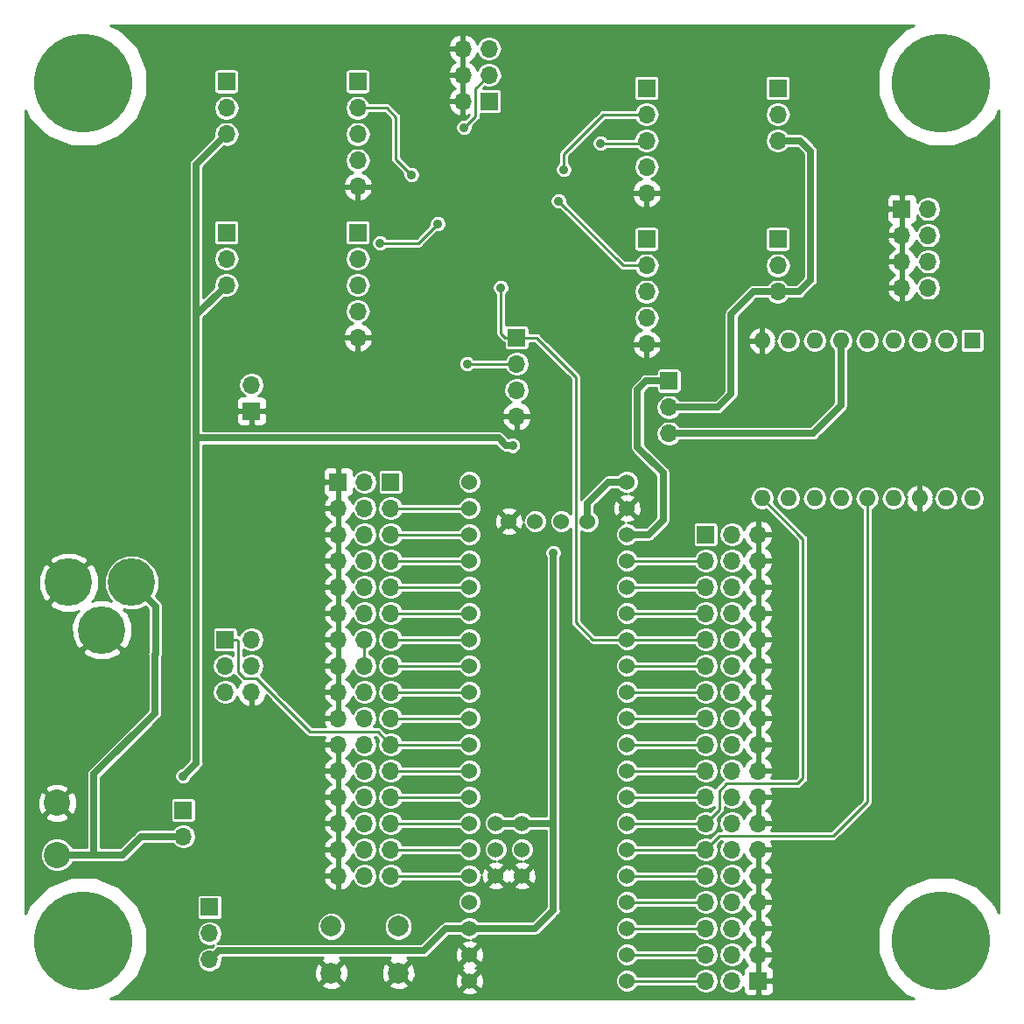
<source format=gbr>
G04 #@! TF.GenerationSoftware,KiCad,Pcbnew,(5.0.2)-1*
G04 #@! TF.CreationDate,2020-02-24T16:12:05-05:00*
G04 #@! TF.ProjectId,Blue-Pill-Board,426c7565-2d50-4696-9c6c-2d426f617264,2*
G04 #@! TF.SameCoordinates,Original*
G04 #@! TF.FileFunction,Copper,L2,Bot*
G04 #@! TF.FilePolarity,Positive*
%FSLAX46Y46*%
G04 Gerber Fmt 4.6, Leading zero omitted, Abs format (unit mm)*
G04 Created by KiCad (PCBNEW (5.0.2)-1) date 2/24/2020 4:12:05 PM*
%MOMM*%
%LPD*%
G01*
G04 APERTURE LIST*
G04 #@! TA.AperFunction,ComponentPad*
%ADD10O,1.700000X1.700000*%
G04 #@! TD*
G04 #@! TA.AperFunction,ComponentPad*
%ADD11R,1.700000X1.700000*%
G04 #@! TD*
G04 #@! TA.AperFunction,ComponentPad*
%ADD12C,9.525000*%
G04 #@! TD*
G04 #@! TA.AperFunction,ComponentPad*
%ADD13C,4.600000*%
G04 #@! TD*
G04 #@! TA.AperFunction,ComponentPad*
%ADD14C,1.524000*%
G04 #@! TD*
G04 #@! TA.AperFunction,ComponentPad*
%ADD15C,2.540000*%
G04 #@! TD*
G04 #@! TA.AperFunction,ComponentPad*
%ADD16C,2.000000*%
G04 #@! TD*
G04 #@! TA.AperFunction,ComponentPad*
%ADD17R,1.600000X1.600000*%
G04 #@! TD*
G04 #@! TA.AperFunction,ComponentPad*
%ADD18O,1.600000X1.600000*%
G04 #@! TD*
G04 #@! TA.AperFunction,ViaPad*
%ADD19C,0.889000*%
G04 #@! TD*
G04 #@! TA.AperFunction,Conductor*
%ADD20C,0.635000*%
G04 #@! TD*
G04 #@! TA.AperFunction,Conductor*
%ADD21C,0.254000*%
G04 #@! TD*
G04 APERTURE END LIST*
D10*
G04 #@! TO.P,H8,3*
G04 #@! TO.N,Net-(H8-Pad3)*
X72644000Y-49911000D03*
G04 #@! TO.P,H8,2*
G04 #@! TO.N,+5V*
X72644000Y-47371000D03*
D11*
G04 #@! TO.P,H8,1*
G04 #@! TO.N,/USB5V*
X72644000Y-44831000D03*
G04 #@! TD*
G04 #@! TO.P,P1,1*
G04 #@! TO.N,GND*
X95173800Y-28219400D03*
D10*
G04 #@! TO.P,P1,2*
G04 #@! TO.N,+5V*
X97713800Y-28219400D03*
G04 #@! TO.P,P1,3*
G04 #@! TO.N,GND*
X95173800Y-30759400D03*
G04 #@! TO.P,P1,4*
G04 #@! TO.N,+5V*
X97713800Y-30759400D03*
G04 #@! TO.P,P1,5*
G04 #@! TO.N,GND*
X95173800Y-33299400D03*
G04 #@! TO.P,P1,6*
G04 #@! TO.N,+5V*
X97713800Y-33299400D03*
G04 #@! TO.P,P1,7*
G04 #@! TO.N,GND*
X95173800Y-35839400D03*
G04 #@! TO.P,P1,8*
G04 #@! TO.N,+5V*
X97713800Y-35839400D03*
G04 #@! TD*
D12*
G04 #@! TO.P,MTG1,1*
G04 #@! TO.N,N/C*
X16000000Y-16000000D03*
G04 #@! TD*
G04 #@! TO.P,MTG2,1*
G04 #@! TO.N,N/C*
X99000000Y-16000000D03*
G04 #@! TD*
G04 #@! TO.P,MTG3,1*
G04 #@! TO.N,N/C*
X16000000Y-99000000D03*
G04 #@! TD*
G04 #@! TO.P,MTG4,1*
G04 #@! TO.N,N/C*
X99000000Y-99000000D03*
G04 #@! TD*
D13*
G04 #@! TO.P,J1,2*
G04 #@! TO.N,GND*
X14579600Y-64338200D03*
G04 #@! TO.P,J1,1*
G04 #@! TO.N,/DCIN*
X20679600Y-64338200D03*
G04 #@! TO.P,J1,3*
G04 #@! TO.N,GND*
X17779600Y-68938200D03*
G04 #@! TD*
D14*
G04 #@! TO.P,U1,PB12*
G04 #@! TO.N,/PB12*
X68580000Y-102870000D03*
G04 #@! TO.P,U1,PB13*
G04 #@! TO.N,/PB13*
X68580000Y-100330000D03*
G04 #@! TO.P,U1,PB14*
G04 #@! TO.N,/PB14*
X68580000Y-97790000D03*
G04 #@! TO.P,U1,PB15*
G04 #@! TO.N,/PB15*
X68580000Y-95250000D03*
G04 #@! TO.P,U1,PA8*
G04 #@! TO.N,/PA8*
X68580000Y-92710000D03*
G04 #@! TO.P,U1,PA9*
G04 #@! TO.N,/STM_TX*
X68580000Y-90170000D03*
G04 #@! TO.P,U1,PA10*
G04 #@! TO.N,/STM_RX*
X68580000Y-87630000D03*
G04 #@! TO.P,U1,PA11*
G04 #@! TO.N,/PA11*
X68580000Y-85090000D03*
G04 #@! TO.P,U1,PA12*
G04 #@! TO.N,/PA12*
X68580000Y-82550000D03*
G04 #@! TO.P,U1,PA15*
G04 #@! TO.N,/PA15*
X68580000Y-80010000D03*
G04 #@! TO.P,U1,PB3*
G04 #@! TO.N,/PB3*
X68580000Y-77470000D03*
G04 #@! TO.P,U1,PB4*
G04 #@! TO.N,/PB4*
X68580000Y-74930000D03*
G04 #@! TO.P,U1,PB5*
G04 #@! TO.N,/PB5*
X68580000Y-72390000D03*
G04 #@! TO.P,U1,PB6*
G04 #@! TO.N,/STM_SCL*
X68580000Y-69850000D03*
G04 #@! TO.P,U1,PB7*
G04 #@! TO.N,/STM_SDA*
X68580000Y-67310000D03*
G04 #@! TO.P,U1,PB8*
G04 #@! TO.N,/STM_INT*
X68580000Y-64770000D03*
G04 #@! TO.P,U1,PB9*
G04 #@! TO.N,/PB9*
X68580000Y-62230000D03*
G04 #@! TO.P,U1,G*
G04 #@! TO.N,GND*
X68580000Y-57150000D03*
G04 #@! TO.P,U1,3V3*
G04 #@! TO.N,Net-(H1-Pad3)*
X68580000Y-54610000D03*
G04 #@! TO.P,U1,VBAT*
G04 #@! TO.N,/VBAT*
X53340000Y-54610000D03*
G04 #@! TO.P,U1,PC13*
G04 #@! TO.N,/PC13*
X53340000Y-57150000D03*
G04 #@! TO.P,U1,PC14*
G04 #@! TO.N,/PC14*
X53340000Y-59690000D03*
G04 #@! TO.P,U1,PC15*
G04 #@! TO.N,/PC15*
X53340000Y-62230000D03*
G04 #@! TO.P,U1,PA0*
G04 #@! TO.N,/PA0*
X53340000Y-64770000D03*
G04 #@! TO.P,U1,PA1*
G04 #@! TO.N,/PA1*
X53340000Y-67310000D03*
G04 #@! TO.P,U1,PA2*
G04 #@! TO.N,/PA2*
X53340000Y-69850000D03*
G04 #@! TO.P,U1,PA3*
G04 #@! TO.N,/PA3*
X53340000Y-72390000D03*
G04 #@! TO.P,U1,PA4*
G04 #@! TO.N,/PA4*
X53340000Y-74930000D03*
G04 #@! TO.P,U1,PA5*
G04 #@! TO.N,/PA5*
X53340000Y-77470000D03*
G04 #@! TO.P,U1,PA6*
G04 #@! TO.N,/PA6*
X53340000Y-80010000D03*
G04 #@! TO.P,U1,PA7*
G04 #@! TO.N,/PA7*
X53340000Y-82550000D03*
G04 #@! TO.P,U1,PB0*
G04 #@! TO.N,/PB0*
X53340000Y-85090000D03*
G04 #@! TO.P,U1,PB1*
G04 #@! TO.N,/PB1*
X53340000Y-87630000D03*
G04 #@! TO.P,U1,PB10*
G04 #@! TO.N,/PB10*
X53340000Y-90170000D03*
G04 #@! TO.P,U1,PB11*
G04 #@! TO.N,/PB11*
X53340000Y-92710000D03*
G04 #@! TO.P,U1,NRST*
G04 #@! TO.N,/RES*
X53340000Y-95250000D03*
G04 #@! TO.P,U1,3V3*
G04 #@! TO.N,Net-(H1-Pad3)*
X53340000Y-97790000D03*
G04 #@! TO.P,U1,G*
G04 #@! TO.N,GND*
X53340000Y-100330000D03*
X53340000Y-102870000D03*
G04 #@! TO.P,U1,3V3*
G04 #@! TO.N,Net-(H1-Pad3)*
X64770000Y-58420000D03*
G04 #@! TO.P,U1,PA13*
G04 #@! TO.N,N/C*
X62230000Y-58420000D03*
G04 #@! TO.P,U1,PA14*
X59690000Y-58420000D03*
G04 #@! TO.P,U1,G*
G04 #@! TO.N,GND*
X57150000Y-58420000D03*
X55880000Y-92710000D03*
G04 #@! TO.P,U1,BOOT*
G04 #@! TO.N,Net-(U1-PadBOOT)*
X55880000Y-90170000D03*
G04 #@! TO.P,U1,3V3*
G04 #@! TO.N,Net-(H1-Pad3)*
X55880000Y-87630000D03*
G04 #@! TO.P,U1,G*
G04 #@! TO.N,GND*
X58420000Y-92710000D03*
G04 #@! TO.P,U1,PB2*
G04 #@! TO.N,Net-(U1-PadPB2)*
X58420000Y-90170000D03*
G04 #@! TO.P,U1,3V3*
G04 #@! TO.N,Net-(H1-Pad3)*
X58420000Y-87630000D03*
G04 #@! TO.P,U1,5V*
G04 #@! TO.N,/USB5V*
X68580000Y-59690000D03*
G04 #@! TD*
D15*
G04 #@! TO.P,J4,1*
G04 #@! TO.N,/DCIN*
X13462000Y-90678000D03*
G04 #@! TO.P,J4,2*
G04 #@! TO.N,GND*
X13462000Y-85678000D03*
G04 #@! TD*
D11*
G04 #@! TO.P,H9,1*
G04 #@! TO.N,/A2*
X55245000Y-17780000D03*
D10*
G04 #@! TO.P,H9,2*
G04 #@! TO.N,GND*
X52705000Y-17780000D03*
G04 #@! TO.P,H9,3*
G04 #@! TO.N,/A1*
X55245000Y-15240000D03*
G04 #@! TO.P,H9,4*
G04 #@! TO.N,GND*
X52705000Y-15240000D03*
G04 #@! TO.P,H9,5*
G04 #@! TO.N,/A0*
X55245000Y-12700000D03*
G04 #@! TO.P,H9,6*
G04 #@! TO.N,GND*
X52705000Y-12700000D03*
G04 #@! TD*
D11*
G04 #@! TO.P,P11,1*
G04 #@! TO.N,GND*
X40640000Y-54610000D03*
D10*
G04 #@! TO.P,P11,2*
G04 #@! TO.N,+3V3*
X43180000Y-54610000D03*
G04 #@! TO.P,P11,3*
G04 #@! TO.N,GND*
X40640000Y-57150000D03*
G04 #@! TO.P,P11,4*
G04 #@! TO.N,+3V3*
X43180000Y-57150000D03*
G04 #@! TO.P,P11,5*
G04 #@! TO.N,GND*
X40640000Y-59690000D03*
G04 #@! TO.P,P11,6*
G04 #@! TO.N,+3V3*
X43180000Y-59690000D03*
G04 #@! TO.P,P11,7*
G04 #@! TO.N,GND*
X40640000Y-62230000D03*
G04 #@! TO.P,P11,8*
G04 #@! TO.N,+3V3*
X43180000Y-62230000D03*
G04 #@! TO.P,P11,9*
G04 #@! TO.N,GND*
X40640000Y-64770000D03*
G04 #@! TO.P,P11,10*
G04 #@! TO.N,+3V3*
X43180000Y-64770000D03*
G04 #@! TO.P,P11,11*
G04 #@! TO.N,GND*
X40640000Y-67310000D03*
G04 #@! TO.P,P11,12*
G04 #@! TO.N,+3V3*
X43180000Y-67310000D03*
G04 #@! TO.P,P11,13*
G04 #@! TO.N,GND*
X40640000Y-69850000D03*
G04 #@! TO.P,P11,14*
G04 #@! TO.N,+3V3*
X43180000Y-69850000D03*
G04 #@! TO.P,P11,15*
G04 #@! TO.N,GND*
X40640000Y-72390000D03*
G04 #@! TO.P,P11,16*
G04 #@! TO.N,+3V3*
X43180000Y-72390000D03*
G04 #@! TO.P,P11,17*
G04 #@! TO.N,GND*
X40640000Y-74930000D03*
G04 #@! TO.P,P11,18*
G04 #@! TO.N,+3V3*
X43180000Y-74930000D03*
G04 #@! TO.P,P11,19*
G04 #@! TO.N,GND*
X40640000Y-77470000D03*
G04 #@! TO.P,P11,20*
G04 #@! TO.N,+3V3*
X43180000Y-77470000D03*
G04 #@! TO.P,P11,21*
G04 #@! TO.N,GND*
X40640000Y-80010000D03*
G04 #@! TO.P,P11,22*
G04 #@! TO.N,+3V3*
X43180000Y-80010000D03*
G04 #@! TO.P,P11,23*
G04 #@! TO.N,GND*
X40640000Y-82550000D03*
G04 #@! TO.P,P11,24*
G04 #@! TO.N,+3V3*
X43180000Y-82550000D03*
G04 #@! TO.P,P11,25*
G04 #@! TO.N,GND*
X40640000Y-85090000D03*
G04 #@! TO.P,P11,26*
G04 #@! TO.N,+3V3*
X43180000Y-85090000D03*
G04 #@! TO.P,P11,27*
G04 #@! TO.N,GND*
X40640000Y-87630000D03*
G04 #@! TO.P,P11,28*
G04 #@! TO.N,+3V3*
X43180000Y-87630000D03*
G04 #@! TO.P,P11,29*
G04 #@! TO.N,GND*
X40640000Y-90170000D03*
G04 #@! TO.P,P11,30*
G04 #@! TO.N,+3V3*
X43180000Y-90170000D03*
G04 #@! TO.P,P11,31*
G04 #@! TO.N,GND*
X40640000Y-92710000D03*
G04 #@! TO.P,P11,32*
G04 #@! TO.N,+3V3*
X43180000Y-92710000D03*
G04 #@! TD*
D11*
G04 #@! TO.P,P12,1*
G04 #@! TO.N,Net-(P12-Pad1)*
X45720000Y-54610000D03*
D10*
G04 #@! TO.P,P12,2*
G04 #@! TO.N,/PC13*
X45720000Y-57150000D03*
G04 #@! TO.P,P12,3*
G04 #@! TO.N,/PC14*
X45720000Y-59690000D03*
G04 #@! TO.P,P12,4*
G04 #@! TO.N,/PC15*
X45720000Y-62230000D03*
G04 #@! TO.P,P12,5*
G04 #@! TO.N,/PA0*
X45720000Y-64770000D03*
G04 #@! TO.P,P12,6*
G04 #@! TO.N,/PA1*
X45720000Y-67310000D03*
G04 #@! TO.P,P12,7*
G04 #@! TO.N,/PA2*
X45720000Y-69850000D03*
G04 #@! TO.P,P12,8*
G04 #@! TO.N,/PA3*
X45720000Y-72390000D03*
G04 #@! TO.P,P12,9*
G04 #@! TO.N,/PA4*
X45720000Y-74930000D03*
G04 #@! TO.P,P12,10*
G04 #@! TO.N,/PA5*
X45720000Y-77470000D03*
G04 #@! TO.P,P12,11*
G04 #@! TO.N,/PA6*
X45720000Y-80010000D03*
G04 #@! TO.P,P12,12*
G04 #@! TO.N,/PA7*
X45720000Y-82550000D03*
G04 #@! TO.P,P12,13*
G04 #@! TO.N,/PB0*
X45720000Y-85090000D03*
G04 #@! TO.P,P12,14*
G04 #@! TO.N,/PB1*
X45720000Y-87630000D03*
G04 #@! TO.P,P12,15*
G04 #@! TO.N,/PB10*
X45720000Y-90170000D03*
G04 #@! TO.P,P12,16*
G04 #@! TO.N,/PB11*
X45720000Y-92710000D03*
G04 #@! TD*
D11*
G04 #@! TO.P,P14,1*
G04 #@! TO.N,GND*
X81280000Y-102870000D03*
D10*
G04 #@! TO.P,P14,2*
G04 #@! TO.N,+3V3*
X78740000Y-102870000D03*
G04 #@! TO.P,P14,3*
G04 #@! TO.N,GND*
X81280000Y-100330000D03*
G04 #@! TO.P,P14,4*
G04 #@! TO.N,+3V3*
X78740000Y-100330000D03*
G04 #@! TO.P,P14,5*
G04 #@! TO.N,GND*
X81280000Y-97790000D03*
G04 #@! TO.P,P14,6*
G04 #@! TO.N,+3V3*
X78740000Y-97790000D03*
G04 #@! TO.P,P14,7*
G04 #@! TO.N,GND*
X81280000Y-95250000D03*
G04 #@! TO.P,P14,8*
G04 #@! TO.N,+3V3*
X78740000Y-95250000D03*
G04 #@! TO.P,P14,9*
G04 #@! TO.N,GND*
X81280000Y-92710000D03*
G04 #@! TO.P,P14,10*
G04 #@! TO.N,+3V3*
X78740000Y-92710000D03*
G04 #@! TO.P,P14,11*
G04 #@! TO.N,GND*
X81280000Y-90170000D03*
G04 #@! TO.P,P14,12*
G04 #@! TO.N,+3V3*
X78740000Y-90170000D03*
G04 #@! TO.P,P14,13*
G04 #@! TO.N,GND*
X81280000Y-87630000D03*
G04 #@! TO.P,P14,14*
G04 #@! TO.N,+3V3*
X78740000Y-87630000D03*
G04 #@! TO.P,P14,15*
G04 #@! TO.N,GND*
X81280000Y-85090000D03*
G04 #@! TO.P,P14,16*
G04 #@! TO.N,+3V3*
X78740000Y-85090000D03*
G04 #@! TO.P,P14,17*
G04 #@! TO.N,GND*
X81280000Y-82550000D03*
G04 #@! TO.P,P14,18*
G04 #@! TO.N,+3V3*
X78740000Y-82550000D03*
G04 #@! TO.P,P14,19*
G04 #@! TO.N,GND*
X81280000Y-80010000D03*
G04 #@! TO.P,P14,20*
G04 #@! TO.N,+3V3*
X78740000Y-80010000D03*
G04 #@! TO.P,P14,21*
G04 #@! TO.N,GND*
X81280000Y-77470000D03*
G04 #@! TO.P,P14,22*
G04 #@! TO.N,+3V3*
X78740000Y-77470000D03*
G04 #@! TO.P,P14,23*
G04 #@! TO.N,GND*
X81280000Y-74930000D03*
G04 #@! TO.P,P14,24*
G04 #@! TO.N,+3V3*
X78740000Y-74930000D03*
G04 #@! TO.P,P14,25*
G04 #@! TO.N,GND*
X81280000Y-72390000D03*
G04 #@! TO.P,P14,26*
G04 #@! TO.N,+3V3*
X78740000Y-72390000D03*
G04 #@! TO.P,P14,27*
G04 #@! TO.N,GND*
X81280000Y-69850000D03*
G04 #@! TO.P,P14,28*
G04 #@! TO.N,+3V3*
X78740000Y-69850000D03*
G04 #@! TO.P,P14,29*
G04 #@! TO.N,GND*
X81280000Y-67310000D03*
G04 #@! TO.P,P14,30*
G04 #@! TO.N,+3V3*
X78740000Y-67310000D03*
G04 #@! TO.P,P14,31*
G04 #@! TO.N,GND*
X81280000Y-64770000D03*
G04 #@! TO.P,P14,32*
G04 #@! TO.N,+3V3*
X78740000Y-64770000D03*
G04 #@! TO.P,P14,33*
G04 #@! TO.N,GND*
X81280000Y-62230000D03*
G04 #@! TO.P,P14,34*
G04 #@! TO.N,+3V3*
X78740000Y-62230000D03*
G04 #@! TO.P,P14,35*
G04 #@! TO.N,GND*
X81280000Y-59690000D03*
G04 #@! TO.P,P14,36*
G04 #@! TO.N,+3V3*
X78740000Y-59690000D03*
G04 #@! TD*
D11*
G04 #@! TO.P,P13,1*
G04 #@! TO.N,Net-(P13-Pad1)*
X76200000Y-59690000D03*
D10*
G04 #@! TO.P,P13,2*
G04 #@! TO.N,/PB9*
X76200000Y-62230000D03*
G04 #@! TO.P,P13,3*
G04 #@! TO.N,/STM_INT*
X76200000Y-64770000D03*
G04 #@! TO.P,P13,4*
G04 #@! TO.N,/STM_SDA*
X76200000Y-67310000D03*
G04 #@! TO.P,P13,5*
G04 #@! TO.N,/STM_SCL*
X76200000Y-69850000D03*
G04 #@! TO.P,P13,6*
G04 #@! TO.N,/PB5*
X76200000Y-72390000D03*
G04 #@! TO.P,P13,7*
G04 #@! TO.N,/PB4*
X76200000Y-74930000D03*
G04 #@! TO.P,P13,8*
G04 #@! TO.N,/PB3*
X76200000Y-77470000D03*
G04 #@! TO.P,P13,9*
G04 #@! TO.N,/PA15*
X76200000Y-80010000D03*
G04 #@! TO.P,P13,10*
G04 #@! TO.N,/PA12*
X76200000Y-82550000D03*
G04 #@! TO.P,P13,11*
G04 #@! TO.N,/PA11*
X76200000Y-85090000D03*
G04 #@! TO.P,P13,12*
G04 #@! TO.N,/STM_RX*
X76200000Y-87630000D03*
G04 #@! TO.P,P13,13*
G04 #@! TO.N,/STM_TX*
X76200000Y-90170000D03*
G04 #@! TO.P,P13,14*
G04 #@! TO.N,/PA8*
X76200000Y-92710000D03*
G04 #@! TO.P,P13,15*
G04 #@! TO.N,/PB15*
X76200000Y-95250000D03*
G04 #@! TO.P,P13,16*
G04 #@! TO.N,/PB14*
X76200000Y-97790000D03*
G04 #@! TO.P,P13,17*
G04 #@! TO.N,/PB13*
X76200000Y-100330000D03*
G04 #@! TO.P,P13,18*
G04 #@! TO.N,/PB12*
X76200000Y-102870000D03*
G04 #@! TD*
D11*
G04 #@! TO.P,H3,1*
G04 #@! TO.N,+3V3*
X29845000Y-15875000D03*
D10*
G04 #@! TO.P,H3,2*
G04 #@! TO.N,Net-(H3-Pad2)*
X29845000Y-18415000D03*
G04 #@! TO.P,H3,3*
G04 #@! TO.N,+5V*
X29845000Y-20955000D03*
G04 #@! TD*
G04 #@! TO.P,H5,3*
G04 #@! TO.N,+5V*
X83185000Y-21590000D03*
G04 #@! TO.P,H5,2*
G04 #@! TO.N,Net-(H5-Pad2)*
X83185000Y-19050000D03*
D11*
G04 #@! TO.P,H5,1*
G04 #@! TO.N,+3V3*
X83185000Y-16510000D03*
G04 #@! TD*
D10*
G04 #@! TO.P,H4,3*
G04 #@! TO.N,+5V*
X29845000Y-35560000D03*
G04 #@! TO.P,H4,2*
G04 #@! TO.N,Net-(H4-Pad2)*
X29845000Y-33020000D03*
D11*
G04 #@! TO.P,H4,1*
G04 #@! TO.N,+3V3*
X29845000Y-30480000D03*
G04 #@! TD*
G04 #@! TO.P,H6,1*
G04 #@! TO.N,+3V3*
X83185000Y-31115000D03*
D10*
G04 #@! TO.P,H6,2*
G04 #@! TO.N,Net-(H6-Pad2)*
X83185000Y-33655000D03*
G04 #@! TO.P,H6,3*
G04 #@! TO.N,+5V*
X83185000Y-36195000D03*
G04 #@! TD*
D11*
G04 #@! TO.P,P4,1*
G04 #@! TO.N,/INT0*
X42545000Y-15875000D03*
D10*
G04 #@! TO.P,P4,2*
G04 #@! TO.N,/SC0*
X42545000Y-18415000D03*
G04 #@! TO.P,P4,3*
G04 #@! TO.N,/SD0*
X42545000Y-20955000D03*
G04 #@! TO.P,P4,4*
G04 #@! TO.N,Net-(H3-Pad2)*
X42545000Y-23495000D03*
G04 #@! TO.P,P4,5*
G04 #@! TO.N,GND*
X42545000Y-26035000D03*
G04 #@! TD*
G04 #@! TO.P,P5,5*
G04 #@! TO.N,GND*
X42545000Y-40640000D03*
G04 #@! TO.P,P5,4*
G04 #@! TO.N,Net-(H4-Pad2)*
X42545000Y-38100000D03*
G04 #@! TO.P,P5,3*
G04 #@! TO.N,/SD1*
X42545000Y-35560000D03*
G04 #@! TO.P,P5,2*
G04 #@! TO.N,/SC1*
X42545000Y-33020000D03*
D11*
G04 #@! TO.P,P5,1*
G04 #@! TO.N,/INT1*
X42545000Y-30480000D03*
G04 #@! TD*
G04 #@! TO.P,P7,1*
G04 #@! TO.N,/INT2*
X70485000Y-31115000D03*
D10*
G04 #@! TO.P,P7,2*
G04 #@! TO.N,/SC2*
X70485000Y-33655000D03*
G04 #@! TO.P,P7,3*
G04 #@! TO.N,/SD2*
X70485000Y-36195000D03*
G04 #@! TO.P,P7,4*
G04 #@! TO.N,Net-(H6-Pad2)*
X70485000Y-38735000D03*
G04 #@! TO.P,P7,5*
G04 #@! TO.N,GND*
X70485000Y-41275000D03*
G04 #@! TD*
G04 #@! TO.P,P6,5*
G04 #@! TO.N,GND*
X70485000Y-26670000D03*
G04 #@! TO.P,P6,4*
G04 #@! TO.N,Net-(H5-Pad2)*
X70485000Y-24130000D03*
G04 #@! TO.P,P6,3*
G04 #@! TO.N,/SD3*
X70485000Y-21590000D03*
G04 #@! TO.P,P6,2*
G04 #@! TO.N,/SC3*
X70485000Y-19050000D03*
D11*
G04 #@! TO.P,P6,1*
G04 #@! TO.N,/INT3*
X70485000Y-16510000D03*
G04 #@! TD*
D10*
G04 #@! TO.P,J7,4*
G04 #@! TO.N,GND*
X57912000Y-48260000D03*
G04 #@! TO.P,J7,3*
G04 #@! TO.N,+3V3*
X57912000Y-45720000D03*
G04 #@! TO.P,J7,2*
G04 #@! TO.N,/STM_SDA*
X57912000Y-43180000D03*
D11*
G04 #@! TO.P,J7,1*
G04 #@! TO.N,/STM_SCL*
X57912000Y-40640000D03*
G04 #@! TD*
D16*
G04 #@! TO.P,SW1,2*
G04 #@! TO.N,/RES*
X46482000Y-97608000D03*
G04 #@! TO.P,SW1,1*
G04 #@! TO.N,GND*
X46482000Y-102108000D03*
G04 #@! TO.P,SW1,2*
G04 #@! TO.N,/RES*
X39982000Y-97608000D03*
G04 #@! TO.P,SW1,1*
G04 #@! TO.N,GND*
X39982000Y-102108000D03*
G04 #@! TD*
D10*
G04 #@! TO.P,P2,2*
G04 #@! TO.N,/VBAT*
X32258000Y-45212000D03*
D11*
G04 #@! TO.P,P2,1*
G04 #@! TO.N,GND*
X32258000Y-47752000D03*
G04 #@! TD*
D10*
G04 #@! TO.P,P8,6*
G04 #@! TO.N,GND*
X32258000Y-74930000D03*
G04 #@! TO.P,P8,5*
G04 #@! TO.N,/RES*
X29718000Y-74930000D03*
G04 #@! TO.P,P8,4*
G04 #@! TO.N,/PA7*
X32258000Y-72390000D03*
G04 #@! TO.P,P8,3*
G04 #@! TO.N,/PA5*
X29718000Y-72390000D03*
G04 #@! TO.P,P8,2*
G04 #@! TO.N,+3V3*
X32258000Y-69850000D03*
D11*
G04 #@! TO.P,P8,1*
G04 #@! TO.N,/PA6*
X29718000Y-69850000D03*
G04 #@! TD*
D17*
G04 #@! TO.P,P3,1*
G04 #@! TO.N,Net-(P3-Pad1)*
X101981000Y-40944800D03*
D18*
G04 #@! TO.P,P3,10*
G04 #@! TO.N,/STM_RX*
X81661000Y-56184800D03*
G04 #@! TO.P,P3,2*
G04 #@! TO.N,Net-(P3-Pad2)*
X99441000Y-40944800D03*
G04 #@! TO.P,P3,11*
G04 #@! TO.N,Net-(P3-Pad11)*
X84201000Y-56184800D03*
G04 #@! TO.P,P3,3*
G04 #@! TO.N,Net-(P3-Pad3)*
X96901000Y-40944800D03*
G04 #@! TO.P,P3,12*
G04 #@! TO.N,Net-(P3-Pad12)*
X86741000Y-56184800D03*
G04 #@! TO.P,P3,4*
G04 #@! TO.N,Net-(P3-Pad4)*
X94361000Y-40944800D03*
G04 #@! TO.P,P3,13*
G04 #@! TO.N,Net-(P3-Pad13)*
X89281000Y-56184800D03*
G04 #@! TO.P,P3,5*
G04 #@! TO.N,Net-(P3-Pad5)*
X91821000Y-40944800D03*
G04 #@! TO.P,P3,14*
G04 #@! TO.N,/STM_TX*
X91821000Y-56184800D03*
G04 #@! TO.P,P3,6*
G04 #@! TO.N,Net-(H8-Pad3)*
X89281000Y-40944800D03*
G04 #@! TO.P,P3,15*
G04 #@! TO.N,Net-(P3-Pad15)*
X94361000Y-56184800D03*
G04 #@! TO.P,P3,7*
G04 #@! TO.N,Net-(P3-Pad7)*
X86741000Y-40944800D03*
G04 #@! TO.P,P3,16*
G04 #@! TO.N,GND*
X96901000Y-56184800D03*
G04 #@! TO.P,P3,8*
G04 #@! TO.N,Net-(P3-Pad8)*
X84201000Y-40944800D03*
G04 #@! TO.P,P3,17*
G04 #@! TO.N,Net-(P3-Pad17)*
X99441000Y-56184800D03*
G04 #@! TO.P,P3,9*
G04 #@! TO.N,GND*
X81661000Y-40944800D03*
G04 #@! TO.P,P3,18*
G04 #@! TO.N,Net-(P3-Pad18)*
X101981000Y-56184800D03*
G04 #@! TD*
D11*
G04 #@! TO.P,H1,1*
G04 #@! TO.N,/VO3*
X28219400Y-95732600D03*
D10*
G04 #@! TO.P,H1,2*
G04 #@! TO.N,+3V3*
X28219400Y-98272600D03*
G04 #@! TO.P,H1,3*
G04 #@! TO.N,Net-(H1-Pad3)*
X28219400Y-100812600D03*
G04 #@! TD*
D11*
G04 #@! TO.P,H2,1*
G04 #@! TO.N,+5V*
X25654000Y-86360000D03*
D10*
G04 #@! TO.P,H2,2*
G04 #@! TO.N,/DCIN*
X25654000Y-88900000D03*
G04 #@! TD*
D19*
G04 #@! TO.N,+5V*
X25654000Y-83058000D03*
X57531000Y-51079400D03*
G04 #@! TO.N,GND*
X53848000Y-29464000D03*
X21590000Y-80264000D03*
X58674000Y-19050000D03*
X13208000Y-81788000D03*
X88823800Y-59944000D03*
G04 #@! TO.N,/STM_SDA*
X53121001Y-43180000D03*
G04 #@! TO.N,/STM_SCL*
X56388000Y-35814000D03*
G04 #@! TO.N,/SC0*
X47752000Y-24892000D03*
G04 #@! TO.N,/SC1*
X44704000Y-31496000D03*
X50292000Y-29634882D03*
G04 #@! TO.N,/SC2*
X61976000Y-27432000D03*
G04 #@! TO.N,/SD3*
X66040000Y-21844000D03*
G04 #@! TO.N,/SC3*
X62484000Y-24384000D03*
G04 #@! TO.N,/A1*
X52832000Y-20320000D03*
G04 #@! TO.N,Net-(H1-Pad3)*
X61468000Y-61468000D03*
G04 #@! TD*
D20*
G04 #@! TO.N,+5V*
X26924000Y-38481000D02*
X29845000Y-35560000D01*
X26924000Y-23876000D02*
X29845000Y-20955000D01*
X26924000Y-38481000D02*
X26924000Y-23876000D01*
X26924000Y-81788000D02*
X25654000Y-83058000D01*
X83185000Y-36195000D02*
X85217000Y-36195000D01*
X85217000Y-36195000D02*
X86360000Y-35052000D01*
X86360000Y-35052000D02*
X86360000Y-22606000D01*
X85344000Y-21590000D02*
X83185000Y-21590000D01*
X86360000Y-22606000D02*
X85344000Y-21590000D01*
X26924000Y-38481000D02*
X26924000Y-42849800D01*
X72644000Y-47371000D02*
X77393800Y-47371000D01*
X78663800Y-46101000D02*
X78663800Y-38354000D01*
X77393800Y-47371000D02*
X78663800Y-46101000D01*
X80822800Y-36195000D02*
X78663800Y-38354000D01*
X83185000Y-36195000D02*
X80822800Y-36195000D01*
X56191183Y-50368200D02*
X26898600Y-50368200D01*
X56902383Y-51079400D02*
X56191183Y-50368200D01*
X57531000Y-51079400D02*
X56902383Y-51079400D01*
X26924000Y-42849800D02*
X26898600Y-50368200D01*
X26898600Y-50368200D02*
X26924000Y-81788000D01*
D21*
G04 #@! TO.N,/STM_TX*
X76200000Y-90170000D02*
X68580000Y-90170000D01*
X77508999Y-88861001D02*
X88532599Y-88861001D01*
X76200000Y-90170000D02*
X77508999Y-88861001D01*
X91821000Y-85572600D02*
X91821000Y-56184800D01*
X88532599Y-88861001D02*
X91821000Y-85572600D01*
G04 #@! TO.N,/STM_RX*
X68580000Y-87630000D02*
X76200000Y-87630000D01*
X78227117Y-83781001D02*
X85103599Y-83781001D01*
X77508999Y-84499119D02*
X78227117Y-83781001D01*
X76200000Y-87630000D02*
X77508999Y-86321001D01*
X77508999Y-86321001D02*
X77508999Y-84499119D01*
X85103599Y-83781001D02*
X85598000Y-83286600D01*
X85598000Y-60121800D02*
X81661000Y-56184800D01*
X85598000Y-83286600D02*
X85598000Y-60121800D01*
G04 #@! TO.N,+3V3*
X43180000Y-69850000D02*
X43180000Y-72390000D01*
G04 #@! TO.N,/DCIN*
X13462000Y-90678000D02*
X15258051Y-90678000D01*
X25654000Y-88900000D02*
X21539200Y-88950800D01*
D20*
X21590000Y-88900000D02*
X21386800Y-89103200D01*
X25654000Y-88900000D02*
X21590000Y-88900000D01*
X19812000Y-90678000D02*
X21386800Y-89103200D01*
X21386800Y-89103200D02*
X21539200Y-88950800D01*
X13462000Y-90678000D02*
X16433800Y-90678000D01*
X15258051Y-90678000D02*
X16433800Y-90678000D01*
X17018000Y-90678000D02*
X17018000Y-82880200D01*
X17018000Y-90678000D02*
X19812000Y-90678000D01*
X16433800Y-90678000D02*
X17018000Y-90678000D01*
X17018000Y-82880200D02*
X22910800Y-76987400D01*
X22979599Y-71229001D02*
X22910800Y-71297800D01*
X20679600Y-64338200D02*
X22979599Y-66638199D01*
X22979599Y-66638199D02*
X22979599Y-71229001D01*
X22910800Y-76987400D02*
X22910800Y-71297800D01*
D21*
G04 #@! TO.N,/STM_INT*
X68580000Y-64770000D02*
X76200000Y-64770000D01*
G04 #@! TO.N,/STM_SDA*
X68580000Y-67310000D02*
X76200000Y-67310000D01*
X57912000Y-43180000D02*
X53121001Y-43180000D01*
G04 #@! TO.N,/STM_SCL*
X76200000Y-69850000D02*
X68580000Y-69850000D01*
X65278000Y-69850000D02*
X68580000Y-69850000D01*
X63626999Y-68198999D02*
X65278000Y-69850000D01*
X56808000Y-40640000D02*
X57912000Y-40640000D01*
X56388000Y-40220000D02*
X56808000Y-40640000D01*
X56388000Y-35814000D02*
X56388000Y-40220000D01*
X59816999Y-40640000D02*
X63626999Y-44450000D01*
X57912000Y-40640000D02*
X59816999Y-40640000D01*
X63626999Y-44450000D02*
X63626999Y-68198999D01*
G04 #@! TO.N,/SC0*
X47752000Y-24892000D02*
X46228000Y-23368000D01*
X46228000Y-23368000D02*
X46228000Y-19304000D01*
X45339000Y-18415000D02*
X42545000Y-18415000D01*
X46228000Y-19304000D02*
X45339000Y-18415000D01*
G04 #@! TO.N,/SC1*
X48430882Y-31496000D02*
X50292000Y-29634882D01*
X44704000Y-31496000D02*
X48430882Y-31496000D01*
G04 #@! TO.N,/SC2*
X68199000Y-33655000D02*
X70485000Y-33655000D01*
X61976000Y-27432000D02*
X68199000Y-33655000D01*
G04 #@! TO.N,/SD3*
X70231000Y-21844000D02*
X70485000Y-21590000D01*
X66040000Y-21844000D02*
X70231000Y-21844000D01*
G04 #@! TO.N,/SC3*
X70485000Y-19050000D02*
X66294000Y-19050000D01*
X66294000Y-19050000D02*
X62484000Y-22860000D01*
X62484000Y-22860000D02*
X62484000Y-24384000D01*
G04 #@! TO.N,/PC13*
X45720000Y-57150000D02*
X53340000Y-57150000D01*
G04 #@! TO.N,/PC14*
X45720000Y-59690000D02*
X53340000Y-59690000D01*
G04 #@! TO.N,/PC15*
X45720000Y-62230000D02*
X53340000Y-62230000D01*
G04 #@! TO.N,/PA0*
X45720000Y-64770000D02*
X53340000Y-64770000D01*
G04 #@! TO.N,/PA1*
X45720000Y-67310000D02*
X53340000Y-67310000D01*
G04 #@! TO.N,/PA2*
X45720000Y-69850000D02*
X53340000Y-69850000D01*
G04 #@! TO.N,/PA3*
X45720000Y-72390000D02*
X53340000Y-72390000D01*
G04 #@! TO.N,/PA4*
X45720000Y-74930000D02*
X53340000Y-74930000D01*
G04 #@! TO.N,/PA5*
X45720000Y-77470000D02*
X53340000Y-77470000D01*
G04 #@! TO.N,/PA6*
X45720000Y-80010000D02*
X53340000Y-80010000D01*
X30822000Y-69850000D02*
X29718000Y-69850000D01*
X30949001Y-69977001D02*
X30822000Y-69850000D01*
X30949001Y-72980881D02*
X30949001Y-69977001D01*
X31589121Y-73621001D02*
X30949001Y-72980881D01*
X32770883Y-73621001D02*
X31589121Y-73621001D01*
X37928881Y-78778999D02*
X32770883Y-73621001D01*
X44488999Y-78778999D02*
X37928881Y-78778999D01*
X45720000Y-80010000D02*
X44488999Y-78778999D01*
G04 #@! TO.N,/PA7*
X45720000Y-82550000D02*
X53340000Y-82550000D01*
G04 #@! TO.N,/PB0*
X45720000Y-85090000D02*
X53340000Y-85090000D01*
G04 #@! TO.N,/PB1*
X53340000Y-87630000D02*
X45720000Y-87630000D01*
G04 #@! TO.N,/PB10*
X45720000Y-90170000D02*
X53340000Y-90170000D01*
G04 #@! TO.N,/PB11*
X45720000Y-92710000D02*
X53340000Y-92710000D01*
G04 #@! TO.N,/PB9*
X68580000Y-62230000D02*
X76200000Y-62230000D01*
G04 #@! TO.N,/PB5*
X68580000Y-72390000D02*
X76200000Y-72390000D01*
G04 #@! TO.N,/PB4*
X76200000Y-74930000D02*
X68580000Y-74930000D01*
G04 #@! TO.N,/PB3*
X68580000Y-77470000D02*
X76200000Y-77470000D01*
G04 #@! TO.N,/PA15*
X76200000Y-80010000D02*
X68580000Y-80010000D01*
G04 #@! TO.N,/PA12*
X68580000Y-82550000D02*
X76200000Y-82550000D01*
G04 #@! TO.N,/PA11*
X76200000Y-85090000D02*
X68580000Y-85090000D01*
G04 #@! TO.N,/PA8*
X68580000Y-92710000D02*
X76200000Y-92710000D01*
G04 #@! TO.N,/PB15*
X68580000Y-95250000D02*
X76200000Y-95250000D01*
G04 #@! TO.N,/PB14*
X76200000Y-97790000D02*
X68580000Y-97790000D01*
G04 #@! TO.N,/PB13*
X68580000Y-100330000D02*
X76200000Y-100330000D01*
G04 #@! TO.N,/PB12*
X76200000Y-102870000D02*
X68580000Y-102870000D01*
G04 #@! TO.N,/A1*
X53936001Y-16548999D02*
X55245000Y-15240000D01*
X53936001Y-19215999D02*
X53936001Y-16548999D01*
X52832000Y-20320000D02*
X53936001Y-19215999D01*
D20*
G04 #@! TO.N,Net-(H8-Pad3)*
X72644000Y-49911000D02*
X86588600Y-49911000D01*
X89281000Y-47218600D02*
X89281000Y-40944800D01*
X86588600Y-49911000D02*
X89281000Y-47218600D01*
G04 #@! TO.N,Net-(H1-Pad3)*
X53340000Y-97790000D02*
X59690000Y-97790000D01*
X59690000Y-97790000D02*
X61468000Y-96012000D01*
X61214000Y-87630000D02*
X58420000Y-87630000D01*
X61468000Y-87884000D02*
X61214000Y-87630000D01*
X55880000Y-87630000D02*
X58420000Y-87630000D01*
X64770000Y-58420000D02*
X64770000Y-56642000D01*
X66802000Y-54610000D02*
X68580000Y-54610000D01*
X64770000Y-56642000D02*
X66802000Y-54610000D01*
X61468000Y-89154000D02*
X61468000Y-61468000D01*
X61468000Y-89154000D02*
X61468000Y-87884000D01*
X61468000Y-96012000D02*
X61468000Y-89154000D01*
X29069399Y-99962601D02*
X48906799Y-99962601D01*
X28219400Y-100812600D02*
X29069399Y-99962601D01*
X51079400Y-97790000D02*
X53340000Y-97790000D01*
X48906799Y-99962601D02*
X51079400Y-97790000D01*
G04 #@! TO.N,/USB5V*
X70459600Y-44831000D02*
X72644000Y-44831000D01*
X69621400Y-45669200D02*
X70459600Y-44831000D01*
X70688200Y-59690000D02*
X72085200Y-58293000D01*
X68580000Y-59690000D02*
X70688200Y-59690000D01*
X72085200Y-53746400D02*
X69621400Y-51282600D01*
X72085200Y-58293000D02*
X72085200Y-53746400D01*
X69621400Y-51282600D02*
X69621400Y-45669200D01*
G04 #@! TD*
D21*
G04 #@! TO.N,GND*
G36*
X95510923Y-10778228D02*
X93778228Y-12510923D01*
X92840500Y-14774799D01*
X92840500Y-17225201D01*
X93778228Y-19489077D01*
X95510923Y-21221772D01*
X97774799Y-22159500D01*
X100225201Y-22159500D01*
X102489077Y-21221772D01*
X104221772Y-19489077D01*
X104569000Y-18650794D01*
X104569001Y-90775387D01*
X104535100Y-96267363D01*
X104221772Y-95510923D01*
X102489077Y-93778228D01*
X100225201Y-92840500D01*
X97774799Y-92840500D01*
X95510923Y-93778228D01*
X93778228Y-95510923D01*
X92840500Y-97774799D01*
X92840500Y-100225201D01*
X93778228Y-102489077D01*
X95510923Y-104221772D01*
X96349206Y-104569000D01*
X18650794Y-104569000D01*
X19489077Y-104221772D01*
X19860636Y-103850213D01*
X52539392Y-103850213D01*
X52608857Y-104092397D01*
X53132302Y-104279144D01*
X53687368Y-104251362D01*
X54071143Y-104092397D01*
X54140608Y-103850213D01*
X53340000Y-103049605D01*
X52539392Y-103850213D01*
X19860636Y-103850213D01*
X20450317Y-103260532D01*
X39009073Y-103260532D01*
X39107736Y-103527387D01*
X39717461Y-103753908D01*
X40367460Y-103729856D01*
X40856264Y-103527387D01*
X40954927Y-103260532D01*
X45509073Y-103260532D01*
X45607736Y-103527387D01*
X46217461Y-103753908D01*
X46867460Y-103729856D01*
X47356264Y-103527387D01*
X47454927Y-103260532D01*
X46482000Y-102287605D01*
X45509073Y-103260532D01*
X40954927Y-103260532D01*
X39982000Y-102287605D01*
X39009073Y-103260532D01*
X20450317Y-103260532D01*
X21221772Y-102489077D01*
X22159500Y-100225201D01*
X22159500Y-98272600D01*
X26964284Y-98272600D01*
X27059824Y-98752912D01*
X27331899Y-99160101D01*
X27739088Y-99432176D01*
X28098161Y-99503600D01*
X28340639Y-99503600D01*
X28566235Y-99458726D01*
X28565809Y-99459011D01*
X28526840Y-99517332D01*
X28442342Y-99601830D01*
X28340639Y-99581600D01*
X28098161Y-99581600D01*
X27739088Y-99653024D01*
X27331899Y-99925099D01*
X27059824Y-100332288D01*
X26964284Y-100812600D01*
X27059824Y-101292912D01*
X27331899Y-101700101D01*
X27739088Y-101972176D01*
X28098161Y-102043600D01*
X28340639Y-102043600D01*
X28699712Y-101972176D01*
X28892347Y-101843461D01*
X38336092Y-101843461D01*
X38360144Y-102493460D01*
X38562613Y-102982264D01*
X38829468Y-103080927D01*
X39802395Y-102108000D01*
X40161605Y-102108000D01*
X41134532Y-103080927D01*
X41401387Y-102982264D01*
X41627908Y-102372539D01*
X41608331Y-101843461D01*
X44836092Y-101843461D01*
X44860144Y-102493460D01*
X45062613Y-102982264D01*
X45329468Y-103080927D01*
X46302395Y-102108000D01*
X46661605Y-102108000D01*
X47634532Y-103080927D01*
X47901387Y-102982264D01*
X48020257Y-102662302D01*
X51930856Y-102662302D01*
X51958638Y-103217368D01*
X52117603Y-103601143D01*
X52359787Y-103670608D01*
X53160395Y-102870000D01*
X53519605Y-102870000D01*
X54320213Y-103670608D01*
X54562397Y-103601143D01*
X54749144Y-103077698D01*
X54727369Y-102642643D01*
X67437000Y-102642643D01*
X67437000Y-103097357D01*
X67611011Y-103517458D01*
X67932542Y-103838989D01*
X68352643Y-104013000D01*
X68807357Y-104013000D01*
X69227458Y-103838989D01*
X69548989Y-103517458D01*
X69606754Y-103378000D01*
X75058925Y-103378000D01*
X75312499Y-103757501D01*
X75719688Y-104029576D01*
X76078761Y-104101000D01*
X76321239Y-104101000D01*
X76680312Y-104029576D01*
X77087501Y-103757501D01*
X77359576Y-103350312D01*
X77455116Y-102870000D01*
X77359576Y-102389688D01*
X77087501Y-101982499D01*
X76680312Y-101710424D01*
X76321239Y-101639000D01*
X76078761Y-101639000D01*
X75719688Y-101710424D01*
X75312499Y-101982499D01*
X75058925Y-102362000D01*
X69606754Y-102362000D01*
X69548989Y-102222542D01*
X69227458Y-101901011D01*
X68807357Y-101727000D01*
X68352643Y-101727000D01*
X67932542Y-101901011D01*
X67611011Y-102222542D01*
X67437000Y-102642643D01*
X54727369Y-102642643D01*
X54721362Y-102522632D01*
X54562397Y-102138857D01*
X54320213Y-102069392D01*
X53519605Y-102870000D01*
X53160395Y-102870000D01*
X52359787Y-102069392D01*
X52117603Y-102138857D01*
X51930856Y-102662302D01*
X48020257Y-102662302D01*
X48127908Y-102372539D01*
X48103856Y-101722540D01*
X47933065Y-101310213D01*
X52539392Y-101310213D01*
X52608857Y-101552397D01*
X52732344Y-101596453D01*
X52608857Y-101647603D01*
X52539392Y-101889787D01*
X53340000Y-102690395D01*
X54140608Y-101889787D01*
X54071143Y-101647603D01*
X53947656Y-101603547D01*
X54071143Y-101552397D01*
X54140608Y-101310213D01*
X53340000Y-100509605D01*
X52539392Y-101310213D01*
X47933065Y-101310213D01*
X47901387Y-101233736D01*
X47634532Y-101135073D01*
X46661605Y-102108000D01*
X46302395Y-102108000D01*
X45329468Y-101135073D01*
X45062613Y-101233736D01*
X44836092Y-101843461D01*
X41608331Y-101843461D01*
X41603856Y-101722540D01*
X41401387Y-101233736D01*
X41134532Y-101135073D01*
X40161605Y-102108000D01*
X39802395Y-102108000D01*
X38829468Y-101135073D01*
X38562613Y-101233736D01*
X38336092Y-101843461D01*
X28892347Y-101843461D01*
X29106901Y-101700101D01*
X29378976Y-101292912D01*
X29474516Y-100812600D01*
X29444381Y-100661101D01*
X39174156Y-100661101D01*
X39107736Y-100688613D01*
X39009073Y-100955468D01*
X39982000Y-101928395D01*
X40954927Y-100955468D01*
X40856264Y-100688613D01*
X40782210Y-100661101D01*
X45674156Y-100661101D01*
X45607736Y-100688613D01*
X45509073Y-100955468D01*
X46482000Y-101928395D01*
X47454927Y-100955468D01*
X47356264Y-100688613D01*
X47282210Y-100661101D01*
X48838009Y-100661101D01*
X48906799Y-100674784D01*
X48975589Y-100661101D01*
X48975593Y-100661101D01*
X49179340Y-100620573D01*
X49410389Y-100466191D01*
X49449359Y-100407868D01*
X49734925Y-100122302D01*
X51930856Y-100122302D01*
X51958638Y-100677368D01*
X52117603Y-101061143D01*
X52359787Y-101130608D01*
X53160395Y-100330000D01*
X53519605Y-100330000D01*
X54320213Y-101130608D01*
X54562397Y-101061143D01*
X54749144Y-100537698D01*
X54727369Y-100102643D01*
X67437000Y-100102643D01*
X67437000Y-100557357D01*
X67611011Y-100977458D01*
X67932542Y-101298989D01*
X68352643Y-101473000D01*
X68807357Y-101473000D01*
X69227458Y-101298989D01*
X69548989Y-100977458D01*
X69606754Y-100838000D01*
X75058925Y-100838000D01*
X75312499Y-101217501D01*
X75719688Y-101489576D01*
X76078761Y-101561000D01*
X76321239Y-101561000D01*
X76680312Y-101489576D01*
X77087501Y-101217501D01*
X77359576Y-100810312D01*
X77455116Y-100330000D01*
X77359576Y-99849688D01*
X77087501Y-99442499D01*
X76680312Y-99170424D01*
X76321239Y-99099000D01*
X76078761Y-99099000D01*
X75719688Y-99170424D01*
X75312499Y-99442499D01*
X75058925Y-99822000D01*
X69606754Y-99822000D01*
X69548989Y-99682542D01*
X69227458Y-99361011D01*
X68807357Y-99187000D01*
X68352643Y-99187000D01*
X67932542Y-99361011D01*
X67611011Y-99682542D01*
X67437000Y-100102643D01*
X54727369Y-100102643D01*
X54721362Y-99982632D01*
X54562397Y-99598857D01*
X54320213Y-99529392D01*
X53519605Y-100330000D01*
X53160395Y-100330000D01*
X52359787Y-99529392D01*
X52117603Y-99598857D01*
X51930856Y-100122302D01*
X49734925Y-100122302D01*
X51368728Y-98488500D01*
X52422053Y-98488500D01*
X52692542Y-98758989D01*
X53112643Y-98933000D01*
X53305069Y-98933000D01*
X52992632Y-98948638D01*
X52608857Y-99107603D01*
X52539392Y-99349787D01*
X53340000Y-100150395D01*
X54140608Y-99349787D01*
X54071143Y-99107603D01*
X53574011Y-98930244D01*
X53987458Y-98758989D01*
X54257947Y-98488500D01*
X59621210Y-98488500D01*
X59690000Y-98502183D01*
X59758790Y-98488500D01*
X59758794Y-98488500D01*
X59962541Y-98447972D01*
X60193590Y-98293590D01*
X60232560Y-98235267D01*
X60905184Y-97562643D01*
X67437000Y-97562643D01*
X67437000Y-98017357D01*
X67611011Y-98437458D01*
X67932542Y-98758989D01*
X68352643Y-98933000D01*
X68807357Y-98933000D01*
X69227458Y-98758989D01*
X69548989Y-98437458D01*
X69606754Y-98298000D01*
X75058925Y-98298000D01*
X75312499Y-98677501D01*
X75719688Y-98949576D01*
X76078761Y-99021000D01*
X76321239Y-99021000D01*
X76680312Y-98949576D01*
X77087501Y-98677501D01*
X77359576Y-98270312D01*
X77455116Y-97790000D01*
X77359576Y-97309688D01*
X77087501Y-96902499D01*
X76680312Y-96630424D01*
X76321239Y-96559000D01*
X76078761Y-96559000D01*
X75719688Y-96630424D01*
X75312499Y-96902499D01*
X75058925Y-97282000D01*
X69606754Y-97282000D01*
X69548989Y-97142542D01*
X69227458Y-96821011D01*
X68807357Y-96647000D01*
X68352643Y-96647000D01*
X67932542Y-96821011D01*
X67611011Y-97142542D01*
X67437000Y-97562643D01*
X60905184Y-97562643D01*
X61913271Y-96554557D01*
X61971589Y-96515590D01*
X62010556Y-96457272D01*
X62010558Y-96457270D01*
X62125972Y-96284541D01*
X62180184Y-96012000D01*
X62166500Y-95943206D01*
X62166500Y-95022643D01*
X67437000Y-95022643D01*
X67437000Y-95477357D01*
X67611011Y-95897458D01*
X67932542Y-96218989D01*
X68352643Y-96393000D01*
X68807357Y-96393000D01*
X69227458Y-96218989D01*
X69548989Y-95897458D01*
X69606754Y-95758000D01*
X75058925Y-95758000D01*
X75312499Y-96137501D01*
X75719688Y-96409576D01*
X76078761Y-96481000D01*
X76321239Y-96481000D01*
X76680312Y-96409576D01*
X77087501Y-96137501D01*
X77359576Y-95730312D01*
X77455116Y-95250000D01*
X77359576Y-94769688D01*
X77087501Y-94362499D01*
X76680312Y-94090424D01*
X76321239Y-94019000D01*
X76078761Y-94019000D01*
X75719688Y-94090424D01*
X75312499Y-94362499D01*
X75058925Y-94742000D01*
X69606754Y-94742000D01*
X69548989Y-94602542D01*
X69227458Y-94281011D01*
X68807357Y-94107000D01*
X68352643Y-94107000D01*
X67932542Y-94281011D01*
X67611011Y-94602542D01*
X67437000Y-95022643D01*
X62166500Y-95022643D01*
X62166500Y-92482643D01*
X67437000Y-92482643D01*
X67437000Y-92937357D01*
X67611011Y-93357458D01*
X67932542Y-93678989D01*
X68352643Y-93853000D01*
X68807357Y-93853000D01*
X69227458Y-93678989D01*
X69548989Y-93357458D01*
X69606754Y-93218000D01*
X75058925Y-93218000D01*
X75312499Y-93597501D01*
X75719688Y-93869576D01*
X76078761Y-93941000D01*
X76321239Y-93941000D01*
X76680312Y-93869576D01*
X77087501Y-93597501D01*
X77359576Y-93190312D01*
X77455116Y-92710000D01*
X77359576Y-92229688D01*
X77087501Y-91822499D01*
X76680312Y-91550424D01*
X76321239Y-91479000D01*
X76078761Y-91479000D01*
X75719688Y-91550424D01*
X75312499Y-91822499D01*
X75058925Y-92202000D01*
X69606754Y-92202000D01*
X69548989Y-92062542D01*
X69227458Y-91741011D01*
X68807357Y-91567000D01*
X68352643Y-91567000D01*
X67932542Y-91741011D01*
X67611011Y-92062542D01*
X67437000Y-92482643D01*
X62166500Y-92482643D01*
X62166500Y-87952788D01*
X62180183Y-87883999D01*
X62166500Y-87815210D01*
X62166500Y-84862643D01*
X67437000Y-84862643D01*
X67437000Y-85317357D01*
X67611011Y-85737458D01*
X67932542Y-86058989D01*
X68352643Y-86233000D01*
X68807357Y-86233000D01*
X69227458Y-86058989D01*
X69548989Y-85737458D01*
X69606754Y-85598000D01*
X75058925Y-85598000D01*
X75312499Y-85977501D01*
X75719688Y-86249576D01*
X76078761Y-86321000D01*
X76321239Y-86321000D01*
X76680312Y-86249576D01*
X77000999Y-86035300D01*
X77000999Y-86110580D01*
X76647652Y-86463928D01*
X76321239Y-86399000D01*
X76078761Y-86399000D01*
X75719688Y-86470424D01*
X75312499Y-86742499D01*
X75058925Y-87122000D01*
X69606754Y-87122000D01*
X69548989Y-86982542D01*
X69227458Y-86661011D01*
X68807357Y-86487000D01*
X68352643Y-86487000D01*
X67932542Y-86661011D01*
X67611011Y-86982542D01*
X67437000Y-87402643D01*
X67437000Y-87857357D01*
X67611011Y-88277458D01*
X67932542Y-88598989D01*
X68352643Y-88773000D01*
X68807357Y-88773000D01*
X69227458Y-88598989D01*
X69548989Y-88277458D01*
X69606754Y-88138000D01*
X75058925Y-88138000D01*
X75312499Y-88517501D01*
X75719688Y-88789576D01*
X76078761Y-88861000D01*
X76321239Y-88861000D01*
X76680312Y-88789576D01*
X77087501Y-88517501D01*
X77359576Y-88110312D01*
X77455116Y-87630000D01*
X77366073Y-87182348D01*
X77832835Y-86715586D01*
X77875246Y-86687248D01*
X77903585Y-86644836D01*
X77903587Y-86644834D01*
X77987524Y-86519213D01*
X77987524Y-86519212D01*
X78016999Y-86371033D01*
X78016999Y-86371030D01*
X78026950Y-86321002D01*
X78016999Y-86270974D01*
X78016999Y-86087416D01*
X78259688Y-86249576D01*
X78618761Y-86321000D01*
X78861239Y-86321000D01*
X79220312Y-86249576D01*
X79627501Y-85977501D01*
X79893445Y-85579488D01*
X80008355Y-85856924D01*
X80398642Y-86285183D01*
X80557954Y-86360000D01*
X80398642Y-86434817D01*
X80008355Y-86863076D01*
X79893445Y-87140512D01*
X79627501Y-86742499D01*
X79220312Y-86470424D01*
X78861239Y-86399000D01*
X78618761Y-86399000D01*
X78259688Y-86470424D01*
X77852499Y-86742499D01*
X77580424Y-87149688D01*
X77484884Y-87630000D01*
X77580424Y-88110312D01*
X77742584Y-88353001D01*
X77559026Y-88353001D01*
X77508998Y-88343050D01*
X77458970Y-88353001D01*
X77458967Y-88353001D01*
X77310787Y-88382476D01*
X77185166Y-88466413D01*
X77185164Y-88466415D01*
X77142752Y-88494754D01*
X77114413Y-88537166D01*
X76647652Y-89003928D01*
X76321239Y-88939000D01*
X76078761Y-88939000D01*
X75719688Y-89010424D01*
X75312499Y-89282499D01*
X75058925Y-89662000D01*
X69606754Y-89662000D01*
X69548989Y-89522542D01*
X69227458Y-89201011D01*
X68807357Y-89027000D01*
X68352643Y-89027000D01*
X67932542Y-89201011D01*
X67611011Y-89522542D01*
X67437000Y-89942643D01*
X67437000Y-90397357D01*
X67611011Y-90817458D01*
X67932542Y-91138989D01*
X68352643Y-91313000D01*
X68807357Y-91313000D01*
X69227458Y-91138989D01*
X69548989Y-90817458D01*
X69606754Y-90678000D01*
X75058925Y-90678000D01*
X75312499Y-91057501D01*
X75719688Y-91329576D01*
X76078761Y-91401000D01*
X76321239Y-91401000D01*
X76680312Y-91329576D01*
X77087501Y-91057501D01*
X77359576Y-90650312D01*
X77455116Y-90170000D01*
X77366073Y-89722348D01*
X77719420Y-89369001D01*
X77794700Y-89369001D01*
X77580424Y-89689688D01*
X77484884Y-90170000D01*
X77580424Y-90650312D01*
X77852499Y-91057501D01*
X78259688Y-91329576D01*
X78618761Y-91401000D01*
X78861239Y-91401000D01*
X79220312Y-91329576D01*
X79627501Y-91057501D01*
X79893445Y-90659488D01*
X80008355Y-90936924D01*
X80398642Y-91365183D01*
X80557954Y-91440000D01*
X80398642Y-91514817D01*
X80008355Y-91943076D01*
X79893445Y-92220512D01*
X79627501Y-91822499D01*
X79220312Y-91550424D01*
X78861239Y-91479000D01*
X78618761Y-91479000D01*
X78259688Y-91550424D01*
X77852499Y-91822499D01*
X77580424Y-92229688D01*
X77484884Y-92710000D01*
X77580424Y-93190312D01*
X77852499Y-93597501D01*
X78259688Y-93869576D01*
X78618761Y-93941000D01*
X78861239Y-93941000D01*
X79220312Y-93869576D01*
X79627501Y-93597501D01*
X79893445Y-93199488D01*
X80008355Y-93476924D01*
X80398642Y-93905183D01*
X80557954Y-93980000D01*
X80398642Y-94054817D01*
X80008355Y-94483076D01*
X79893445Y-94760512D01*
X79627501Y-94362499D01*
X79220312Y-94090424D01*
X78861239Y-94019000D01*
X78618761Y-94019000D01*
X78259688Y-94090424D01*
X77852499Y-94362499D01*
X77580424Y-94769688D01*
X77484884Y-95250000D01*
X77580424Y-95730312D01*
X77852499Y-96137501D01*
X78259688Y-96409576D01*
X78618761Y-96481000D01*
X78861239Y-96481000D01*
X79220312Y-96409576D01*
X79627501Y-96137501D01*
X79893445Y-95739488D01*
X80008355Y-96016924D01*
X80398642Y-96445183D01*
X80557954Y-96520000D01*
X80398642Y-96594817D01*
X80008355Y-97023076D01*
X79893445Y-97300512D01*
X79627501Y-96902499D01*
X79220312Y-96630424D01*
X78861239Y-96559000D01*
X78618761Y-96559000D01*
X78259688Y-96630424D01*
X77852499Y-96902499D01*
X77580424Y-97309688D01*
X77484884Y-97790000D01*
X77580424Y-98270312D01*
X77852499Y-98677501D01*
X78259688Y-98949576D01*
X78618761Y-99021000D01*
X78861239Y-99021000D01*
X79220312Y-98949576D01*
X79627501Y-98677501D01*
X79893445Y-98279488D01*
X80008355Y-98556924D01*
X80398642Y-98985183D01*
X80557954Y-99060000D01*
X80398642Y-99134817D01*
X80008355Y-99563076D01*
X79893445Y-99840512D01*
X79627501Y-99442499D01*
X79220312Y-99170424D01*
X78861239Y-99099000D01*
X78618761Y-99099000D01*
X78259688Y-99170424D01*
X77852499Y-99442499D01*
X77580424Y-99849688D01*
X77484884Y-100330000D01*
X77580424Y-100810312D01*
X77852499Y-101217501D01*
X78259688Y-101489576D01*
X78618761Y-101561000D01*
X78861239Y-101561000D01*
X79220312Y-101489576D01*
X79627501Y-101217501D01*
X79893445Y-100819488D01*
X80008355Y-101096924D01*
X80279878Y-101394864D01*
X80070302Y-101481673D01*
X79891673Y-101660301D01*
X79795000Y-101893690D01*
X79795000Y-102233179D01*
X79627501Y-101982499D01*
X79220312Y-101710424D01*
X78861239Y-101639000D01*
X78618761Y-101639000D01*
X78259688Y-101710424D01*
X77852499Y-101982499D01*
X77580424Y-102389688D01*
X77484884Y-102870000D01*
X77580424Y-103350312D01*
X77852499Y-103757501D01*
X78259688Y-104029576D01*
X78618761Y-104101000D01*
X78861239Y-104101000D01*
X79220312Y-104029576D01*
X79627501Y-103757501D01*
X79795000Y-103506821D01*
X79795000Y-103846310D01*
X79891673Y-104079699D01*
X80070302Y-104258327D01*
X80303691Y-104355000D01*
X80994250Y-104355000D01*
X81153000Y-104196250D01*
X81153000Y-102997000D01*
X81407000Y-102997000D01*
X81407000Y-104196250D01*
X81565750Y-104355000D01*
X82256309Y-104355000D01*
X82489698Y-104258327D01*
X82668327Y-104079699D01*
X82765000Y-103846310D01*
X82765000Y-103155750D01*
X82606250Y-102997000D01*
X81407000Y-102997000D01*
X81153000Y-102997000D01*
X81133000Y-102997000D01*
X81133000Y-102743000D01*
X81153000Y-102743000D01*
X81153000Y-100457000D01*
X81407000Y-100457000D01*
X81407000Y-102743000D01*
X82606250Y-102743000D01*
X82765000Y-102584250D01*
X82765000Y-101893690D01*
X82668327Y-101660301D01*
X82489698Y-101481673D01*
X82280122Y-101394864D01*
X82551645Y-101096924D01*
X82721476Y-100686890D01*
X82600155Y-100457000D01*
X81407000Y-100457000D01*
X81153000Y-100457000D01*
X81133000Y-100457000D01*
X81133000Y-100203000D01*
X81153000Y-100203000D01*
X81153000Y-97917000D01*
X81407000Y-97917000D01*
X81407000Y-100203000D01*
X82600155Y-100203000D01*
X82721476Y-99973110D01*
X82551645Y-99563076D01*
X82161358Y-99134817D01*
X82002046Y-99060000D01*
X82161358Y-98985183D01*
X82551645Y-98556924D01*
X82721476Y-98146890D01*
X82600155Y-97917000D01*
X81407000Y-97917000D01*
X81153000Y-97917000D01*
X81133000Y-97917000D01*
X81133000Y-97663000D01*
X81153000Y-97663000D01*
X81153000Y-95377000D01*
X81407000Y-95377000D01*
X81407000Y-97663000D01*
X82600155Y-97663000D01*
X82721476Y-97433110D01*
X82551645Y-97023076D01*
X82161358Y-96594817D01*
X82002046Y-96520000D01*
X82161358Y-96445183D01*
X82551645Y-96016924D01*
X82721476Y-95606890D01*
X82600155Y-95377000D01*
X81407000Y-95377000D01*
X81153000Y-95377000D01*
X81133000Y-95377000D01*
X81133000Y-95123000D01*
X81153000Y-95123000D01*
X81153000Y-92837000D01*
X81407000Y-92837000D01*
X81407000Y-95123000D01*
X82600155Y-95123000D01*
X82721476Y-94893110D01*
X82551645Y-94483076D01*
X82161358Y-94054817D01*
X82002046Y-93980000D01*
X82161358Y-93905183D01*
X82551645Y-93476924D01*
X82721476Y-93066890D01*
X82600155Y-92837000D01*
X81407000Y-92837000D01*
X81153000Y-92837000D01*
X81133000Y-92837000D01*
X81133000Y-92583000D01*
X81153000Y-92583000D01*
X81153000Y-90297000D01*
X81407000Y-90297000D01*
X81407000Y-92583000D01*
X82600155Y-92583000D01*
X82721476Y-92353110D01*
X82551645Y-91943076D01*
X82161358Y-91514817D01*
X82002046Y-91440000D01*
X82161358Y-91365183D01*
X82551645Y-90936924D01*
X82721476Y-90526890D01*
X82600155Y-90297000D01*
X81407000Y-90297000D01*
X81153000Y-90297000D01*
X81133000Y-90297000D01*
X81133000Y-90043000D01*
X81153000Y-90043000D01*
X81153000Y-90023000D01*
X81407000Y-90023000D01*
X81407000Y-90043000D01*
X82600155Y-90043000D01*
X82721476Y-89813110D01*
X82551645Y-89403076D01*
X82520591Y-89369001D01*
X88482571Y-89369001D01*
X88532599Y-89378952D01*
X88582627Y-89369001D01*
X88582631Y-89369001D01*
X88730811Y-89339526D01*
X88898846Y-89227248D01*
X88927187Y-89184833D01*
X92144836Y-85967185D01*
X92187247Y-85938847D01*
X92215586Y-85896435D01*
X92215588Y-85896433D01*
X92299525Y-85770812D01*
X92299525Y-85770811D01*
X92329000Y-85622632D01*
X92329000Y-85622629D01*
X92338951Y-85572601D01*
X92329000Y-85522573D01*
X92329000Y-57265742D01*
X92672453Y-57036253D01*
X92933478Y-56645603D01*
X93025137Y-56184800D01*
X93156863Y-56184800D01*
X93248522Y-56645603D01*
X93509547Y-57036253D01*
X93900197Y-57297278D01*
X94244682Y-57365800D01*
X94477318Y-57365800D01*
X94821803Y-57297278D01*
X95212453Y-57036253D01*
X95473478Y-56645603D01*
X95539875Y-56311802D01*
X95630370Y-56311802D01*
X95509086Y-56533841D01*
X95748611Y-57039934D01*
X96163577Y-57415841D01*
X96551961Y-57576704D01*
X96774000Y-57454715D01*
X96774000Y-56311800D01*
X96754000Y-56311800D01*
X96754000Y-56057800D01*
X96774000Y-56057800D01*
X96774000Y-54914885D01*
X97028000Y-54914885D01*
X97028000Y-56057800D01*
X97048000Y-56057800D01*
X97048000Y-56311800D01*
X97028000Y-56311800D01*
X97028000Y-57454715D01*
X97250039Y-57576704D01*
X97638423Y-57415841D01*
X98053389Y-57039934D01*
X98292914Y-56533841D01*
X98171630Y-56311802D01*
X98262125Y-56311802D01*
X98328522Y-56645603D01*
X98589547Y-57036253D01*
X98980197Y-57297278D01*
X99324682Y-57365800D01*
X99557318Y-57365800D01*
X99901803Y-57297278D01*
X100292453Y-57036253D01*
X100553478Y-56645603D01*
X100645137Y-56184800D01*
X100776863Y-56184800D01*
X100868522Y-56645603D01*
X101129547Y-57036253D01*
X101520197Y-57297278D01*
X101864682Y-57365800D01*
X102097318Y-57365800D01*
X102441803Y-57297278D01*
X102832453Y-57036253D01*
X103093478Y-56645603D01*
X103185137Y-56184800D01*
X103093478Y-55723997D01*
X102832453Y-55333347D01*
X102441803Y-55072322D01*
X102097318Y-55003800D01*
X101864682Y-55003800D01*
X101520197Y-55072322D01*
X101129547Y-55333347D01*
X100868522Y-55723997D01*
X100776863Y-56184800D01*
X100645137Y-56184800D01*
X100553478Y-55723997D01*
X100292453Y-55333347D01*
X99901803Y-55072322D01*
X99557318Y-55003800D01*
X99324682Y-55003800D01*
X98980197Y-55072322D01*
X98589547Y-55333347D01*
X98328522Y-55723997D01*
X98262125Y-56057798D01*
X98171630Y-56057798D01*
X98292914Y-55835759D01*
X98053389Y-55329666D01*
X97638423Y-54953759D01*
X97250039Y-54792896D01*
X97028000Y-54914885D01*
X96774000Y-54914885D01*
X96551961Y-54792896D01*
X96163577Y-54953759D01*
X95748611Y-55329666D01*
X95509086Y-55835759D01*
X95630370Y-56057798D01*
X95539875Y-56057798D01*
X95473478Y-55723997D01*
X95212453Y-55333347D01*
X94821803Y-55072322D01*
X94477318Y-55003800D01*
X94244682Y-55003800D01*
X93900197Y-55072322D01*
X93509547Y-55333347D01*
X93248522Y-55723997D01*
X93156863Y-56184800D01*
X93025137Y-56184800D01*
X92933478Y-55723997D01*
X92672453Y-55333347D01*
X92281803Y-55072322D01*
X91937318Y-55003800D01*
X91704682Y-55003800D01*
X91360197Y-55072322D01*
X90969547Y-55333347D01*
X90708522Y-55723997D01*
X90616863Y-56184800D01*
X90708522Y-56645603D01*
X90969547Y-57036253D01*
X91313001Y-57265742D01*
X91313000Y-85362179D01*
X88322179Y-88353001D01*
X82569837Y-88353001D01*
X82721476Y-87986890D01*
X82600155Y-87757000D01*
X81407000Y-87757000D01*
X81407000Y-87777000D01*
X81153000Y-87777000D01*
X81153000Y-87757000D01*
X81133000Y-87757000D01*
X81133000Y-87503000D01*
X81153000Y-87503000D01*
X81153000Y-85217000D01*
X81407000Y-85217000D01*
X81407000Y-87503000D01*
X82600155Y-87503000D01*
X82721476Y-87273110D01*
X82551645Y-86863076D01*
X82161358Y-86434817D01*
X82002046Y-86360000D01*
X82161358Y-86285183D01*
X82551645Y-85856924D01*
X82721476Y-85446890D01*
X82600155Y-85217000D01*
X81407000Y-85217000D01*
X81153000Y-85217000D01*
X81133000Y-85217000D01*
X81133000Y-84963000D01*
X81153000Y-84963000D01*
X81153000Y-84943000D01*
X81407000Y-84943000D01*
X81407000Y-84963000D01*
X82600155Y-84963000D01*
X82721476Y-84733110D01*
X82551645Y-84323076D01*
X82520591Y-84289001D01*
X85053571Y-84289001D01*
X85103599Y-84298952D01*
X85153627Y-84289001D01*
X85153631Y-84289001D01*
X85301811Y-84259526D01*
X85469846Y-84147248D01*
X85498187Y-84104833D01*
X85921833Y-83681187D01*
X85964247Y-83652847D01*
X86076525Y-83484812D01*
X86106000Y-83336632D01*
X86106000Y-83336628D01*
X86115951Y-83286600D01*
X86106000Y-83236572D01*
X86106000Y-60171828D01*
X86115951Y-60121800D01*
X86106000Y-60071772D01*
X86106000Y-60071768D01*
X86076525Y-59923588D01*
X86072362Y-59917357D01*
X85992588Y-59797967D01*
X85992586Y-59797965D01*
X85964247Y-59755553D01*
X85921835Y-59727214D01*
X82784552Y-56589932D01*
X82865137Y-56184800D01*
X82996863Y-56184800D01*
X83088522Y-56645603D01*
X83349547Y-57036253D01*
X83740197Y-57297278D01*
X84084682Y-57365800D01*
X84317318Y-57365800D01*
X84661803Y-57297278D01*
X85052453Y-57036253D01*
X85313478Y-56645603D01*
X85405137Y-56184800D01*
X85536863Y-56184800D01*
X85628522Y-56645603D01*
X85889547Y-57036253D01*
X86280197Y-57297278D01*
X86624682Y-57365800D01*
X86857318Y-57365800D01*
X87201803Y-57297278D01*
X87592453Y-57036253D01*
X87853478Y-56645603D01*
X87945137Y-56184800D01*
X88076863Y-56184800D01*
X88168522Y-56645603D01*
X88429547Y-57036253D01*
X88820197Y-57297278D01*
X89164682Y-57365800D01*
X89397318Y-57365800D01*
X89741803Y-57297278D01*
X90132453Y-57036253D01*
X90393478Y-56645603D01*
X90485137Y-56184800D01*
X90393478Y-55723997D01*
X90132453Y-55333347D01*
X89741803Y-55072322D01*
X89397318Y-55003800D01*
X89164682Y-55003800D01*
X88820197Y-55072322D01*
X88429547Y-55333347D01*
X88168522Y-55723997D01*
X88076863Y-56184800D01*
X87945137Y-56184800D01*
X87853478Y-55723997D01*
X87592453Y-55333347D01*
X87201803Y-55072322D01*
X86857318Y-55003800D01*
X86624682Y-55003800D01*
X86280197Y-55072322D01*
X85889547Y-55333347D01*
X85628522Y-55723997D01*
X85536863Y-56184800D01*
X85405137Y-56184800D01*
X85313478Y-55723997D01*
X85052453Y-55333347D01*
X84661803Y-55072322D01*
X84317318Y-55003800D01*
X84084682Y-55003800D01*
X83740197Y-55072322D01*
X83349547Y-55333347D01*
X83088522Y-55723997D01*
X82996863Y-56184800D01*
X82865137Y-56184800D01*
X82773478Y-55723997D01*
X82512453Y-55333347D01*
X82121803Y-55072322D01*
X81777318Y-55003800D01*
X81544682Y-55003800D01*
X81200197Y-55072322D01*
X80809547Y-55333347D01*
X80548522Y-55723997D01*
X80456863Y-56184800D01*
X80548522Y-56645603D01*
X80809547Y-57036253D01*
X81200197Y-57297278D01*
X81544682Y-57365800D01*
X81777318Y-57365800D01*
X82066131Y-57308352D01*
X85090001Y-60332222D01*
X85090000Y-83076180D01*
X84893179Y-83273001D01*
X82569837Y-83273001D01*
X82721476Y-82906890D01*
X82600155Y-82677000D01*
X81407000Y-82677000D01*
X81407000Y-82697000D01*
X81153000Y-82697000D01*
X81153000Y-82677000D01*
X81133000Y-82677000D01*
X81133000Y-82423000D01*
X81153000Y-82423000D01*
X81153000Y-80137000D01*
X81407000Y-80137000D01*
X81407000Y-82423000D01*
X82600155Y-82423000D01*
X82721476Y-82193110D01*
X82551645Y-81783076D01*
X82161358Y-81354817D01*
X82002046Y-81280000D01*
X82161358Y-81205183D01*
X82551645Y-80776924D01*
X82721476Y-80366890D01*
X82600155Y-80137000D01*
X81407000Y-80137000D01*
X81153000Y-80137000D01*
X81133000Y-80137000D01*
X81133000Y-79883000D01*
X81153000Y-79883000D01*
X81153000Y-77597000D01*
X81407000Y-77597000D01*
X81407000Y-79883000D01*
X82600155Y-79883000D01*
X82721476Y-79653110D01*
X82551645Y-79243076D01*
X82161358Y-78814817D01*
X82002046Y-78740000D01*
X82161358Y-78665183D01*
X82551645Y-78236924D01*
X82721476Y-77826890D01*
X82600155Y-77597000D01*
X81407000Y-77597000D01*
X81153000Y-77597000D01*
X81133000Y-77597000D01*
X81133000Y-77343000D01*
X81153000Y-77343000D01*
X81153000Y-75057000D01*
X81407000Y-75057000D01*
X81407000Y-77343000D01*
X82600155Y-77343000D01*
X82721476Y-77113110D01*
X82551645Y-76703076D01*
X82161358Y-76274817D01*
X82002046Y-76200000D01*
X82161358Y-76125183D01*
X82551645Y-75696924D01*
X82721476Y-75286890D01*
X82600155Y-75057000D01*
X81407000Y-75057000D01*
X81153000Y-75057000D01*
X81133000Y-75057000D01*
X81133000Y-74803000D01*
X81153000Y-74803000D01*
X81153000Y-72517000D01*
X81407000Y-72517000D01*
X81407000Y-74803000D01*
X82600155Y-74803000D01*
X82721476Y-74573110D01*
X82551645Y-74163076D01*
X82161358Y-73734817D01*
X82002046Y-73660000D01*
X82161358Y-73585183D01*
X82551645Y-73156924D01*
X82721476Y-72746890D01*
X82600155Y-72517000D01*
X81407000Y-72517000D01*
X81153000Y-72517000D01*
X81133000Y-72517000D01*
X81133000Y-72263000D01*
X81153000Y-72263000D01*
X81153000Y-69977000D01*
X81407000Y-69977000D01*
X81407000Y-72263000D01*
X82600155Y-72263000D01*
X82721476Y-72033110D01*
X82551645Y-71623076D01*
X82161358Y-71194817D01*
X82002046Y-71120000D01*
X82161358Y-71045183D01*
X82551645Y-70616924D01*
X82721476Y-70206890D01*
X82600155Y-69977000D01*
X81407000Y-69977000D01*
X81153000Y-69977000D01*
X81133000Y-69977000D01*
X81133000Y-69723000D01*
X81153000Y-69723000D01*
X81153000Y-67437000D01*
X81407000Y-67437000D01*
X81407000Y-69723000D01*
X82600155Y-69723000D01*
X82721476Y-69493110D01*
X82551645Y-69083076D01*
X82161358Y-68654817D01*
X82002046Y-68580000D01*
X82161358Y-68505183D01*
X82551645Y-68076924D01*
X82721476Y-67666890D01*
X82600155Y-67437000D01*
X81407000Y-67437000D01*
X81153000Y-67437000D01*
X81133000Y-67437000D01*
X81133000Y-67183000D01*
X81153000Y-67183000D01*
X81153000Y-64897000D01*
X81407000Y-64897000D01*
X81407000Y-67183000D01*
X82600155Y-67183000D01*
X82721476Y-66953110D01*
X82551645Y-66543076D01*
X82161358Y-66114817D01*
X82002046Y-66040000D01*
X82161358Y-65965183D01*
X82551645Y-65536924D01*
X82721476Y-65126890D01*
X82600155Y-64897000D01*
X81407000Y-64897000D01*
X81153000Y-64897000D01*
X81133000Y-64897000D01*
X81133000Y-64643000D01*
X81153000Y-64643000D01*
X81153000Y-62357000D01*
X81407000Y-62357000D01*
X81407000Y-64643000D01*
X82600155Y-64643000D01*
X82721476Y-64413110D01*
X82551645Y-64003076D01*
X82161358Y-63574817D01*
X82002046Y-63500000D01*
X82161358Y-63425183D01*
X82551645Y-62996924D01*
X82721476Y-62586890D01*
X82600155Y-62357000D01*
X81407000Y-62357000D01*
X81153000Y-62357000D01*
X81133000Y-62357000D01*
X81133000Y-62103000D01*
X81153000Y-62103000D01*
X81153000Y-59817000D01*
X81407000Y-59817000D01*
X81407000Y-62103000D01*
X82600155Y-62103000D01*
X82721476Y-61873110D01*
X82551645Y-61463076D01*
X82161358Y-61034817D01*
X82002046Y-60960000D01*
X82161358Y-60885183D01*
X82551645Y-60456924D01*
X82721476Y-60046890D01*
X82600155Y-59817000D01*
X81407000Y-59817000D01*
X81153000Y-59817000D01*
X81133000Y-59817000D01*
X81133000Y-59563000D01*
X81153000Y-59563000D01*
X81153000Y-58369181D01*
X81407000Y-58369181D01*
X81407000Y-59563000D01*
X82600155Y-59563000D01*
X82721476Y-59333110D01*
X82551645Y-58923076D01*
X82161358Y-58494817D01*
X81636892Y-58248514D01*
X81407000Y-58369181D01*
X81153000Y-58369181D01*
X80923108Y-58248514D01*
X80398642Y-58494817D01*
X80008355Y-58923076D01*
X79893445Y-59200512D01*
X79627501Y-58802499D01*
X79220312Y-58530424D01*
X78861239Y-58459000D01*
X78618761Y-58459000D01*
X78259688Y-58530424D01*
X77852499Y-58802499D01*
X77580424Y-59209688D01*
X77484884Y-59690000D01*
X77580424Y-60170312D01*
X77852499Y-60577501D01*
X78259688Y-60849576D01*
X78618761Y-60921000D01*
X78861239Y-60921000D01*
X79220312Y-60849576D01*
X79627501Y-60577501D01*
X79893445Y-60179488D01*
X80008355Y-60456924D01*
X80398642Y-60885183D01*
X80557954Y-60960000D01*
X80398642Y-61034817D01*
X80008355Y-61463076D01*
X79893445Y-61740512D01*
X79627501Y-61342499D01*
X79220312Y-61070424D01*
X78861239Y-60999000D01*
X78618761Y-60999000D01*
X78259688Y-61070424D01*
X77852499Y-61342499D01*
X77580424Y-61749688D01*
X77484884Y-62230000D01*
X77580424Y-62710312D01*
X77852499Y-63117501D01*
X78259688Y-63389576D01*
X78618761Y-63461000D01*
X78861239Y-63461000D01*
X79220312Y-63389576D01*
X79627501Y-63117501D01*
X79893445Y-62719488D01*
X80008355Y-62996924D01*
X80398642Y-63425183D01*
X80557954Y-63500000D01*
X80398642Y-63574817D01*
X80008355Y-64003076D01*
X79893445Y-64280512D01*
X79627501Y-63882499D01*
X79220312Y-63610424D01*
X78861239Y-63539000D01*
X78618761Y-63539000D01*
X78259688Y-63610424D01*
X77852499Y-63882499D01*
X77580424Y-64289688D01*
X77484884Y-64770000D01*
X77580424Y-65250312D01*
X77852499Y-65657501D01*
X78259688Y-65929576D01*
X78618761Y-66001000D01*
X78861239Y-66001000D01*
X79220312Y-65929576D01*
X79627501Y-65657501D01*
X79893445Y-65259488D01*
X80008355Y-65536924D01*
X80398642Y-65965183D01*
X80557954Y-66040000D01*
X80398642Y-66114817D01*
X80008355Y-66543076D01*
X79893445Y-66820512D01*
X79627501Y-66422499D01*
X79220312Y-66150424D01*
X78861239Y-66079000D01*
X78618761Y-66079000D01*
X78259688Y-66150424D01*
X77852499Y-66422499D01*
X77580424Y-66829688D01*
X77484884Y-67310000D01*
X77580424Y-67790312D01*
X77852499Y-68197501D01*
X78259688Y-68469576D01*
X78618761Y-68541000D01*
X78861239Y-68541000D01*
X79220312Y-68469576D01*
X79627501Y-68197501D01*
X79893445Y-67799488D01*
X80008355Y-68076924D01*
X80398642Y-68505183D01*
X80557954Y-68580000D01*
X80398642Y-68654817D01*
X80008355Y-69083076D01*
X79893445Y-69360512D01*
X79627501Y-68962499D01*
X79220312Y-68690424D01*
X78861239Y-68619000D01*
X78618761Y-68619000D01*
X78259688Y-68690424D01*
X77852499Y-68962499D01*
X77580424Y-69369688D01*
X77484884Y-69850000D01*
X77580424Y-70330312D01*
X77852499Y-70737501D01*
X78259688Y-71009576D01*
X78618761Y-71081000D01*
X78861239Y-71081000D01*
X79220312Y-71009576D01*
X79627501Y-70737501D01*
X79893445Y-70339488D01*
X80008355Y-70616924D01*
X80398642Y-71045183D01*
X80557954Y-71120000D01*
X80398642Y-71194817D01*
X80008355Y-71623076D01*
X79893445Y-71900512D01*
X79627501Y-71502499D01*
X79220312Y-71230424D01*
X78861239Y-71159000D01*
X78618761Y-71159000D01*
X78259688Y-71230424D01*
X77852499Y-71502499D01*
X77580424Y-71909688D01*
X77484884Y-72390000D01*
X77580424Y-72870312D01*
X77852499Y-73277501D01*
X78259688Y-73549576D01*
X78618761Y-73621000D01*
X78861239Y-73621000D01*
X79220312Y-73549576D01*
X79627501Y-73277501D01*
X79893445Y-72879488D01*
X80008355Y-73156924D01*
X80398642Y-73585183D01*
X80557954Y-73660000D01*
X80398642Y-73734817D01*
X80008355Y-74163076D01*
X79893445Y-74440512D01*
X79627501Y-74042499D01*
X79220312Y-73770424D01*
X78861239Y-73699000D01*
X78618761Y-73699000D01*
X78259688Y-73770424D01*
X77852499Y-74042499D01*
X77580424Y-74449688D01*
X77484884Y-74930000D01*
X77580424Y-75410312D01*
X77852499Y-75817501D01*
X78259688Y-76089576D01*
X78618761Y-76161000D01*
X78861239Y-76161000D01*
X79220312Y-76089576D01*
X79627501Y-75817501D01*
X79893445Y-75419488D01*
X80008355Y-75696924D01*
X80398642Y-76125183D01*
X80557954Y-76200000D01*
X80398642Y-76274817D01*
X80008355Y-76703076D01*
X79893445Y-76980512D01*
X79627501Y-76582499D01*
X79220312Y-76310424D01*
X78861239Y-76239000D01*
X78618761Y-76239000D01*
X78259688Y-76310424D01*
X77852499Y-76582499D01*
X77580424Y-76989688D01*
X77484884Y-77470000D01*
X77580424Y-77950312D01*
X77852499Y-78357501D01*
X78259688Y-78629576D01*
X78618761Y-78701000D01*
X78861239Y-78701000D01*
X79220312Y-78629576D01*
X79627501Y-78357501D01*
X79893445Y-77959488D01*
X80008355Y-78236924D01*
X80398642Y-78665183D01*
X80557954Y-78740000D01*
X80398642Y-78814817D01*
X80008355Y-79243076D01*
X79893445Y-79520512D01*
X79627501Y-79122499D01*
X79220312Y-78850424D01*
X78861239Y-78779000D01*
X78618761Y-78779000D01*
X78259688Y-78850424D01*
X77852499Y-79122499D01*
X77580424Y-79529688D01*
X77484884Y-80010000D01*
X77580424Y-80490312D01*
X77852499Y-80897501D01*
X78259688Y-81169576D01*
X78618761Y-81241000D01*
X78861239Y-81241000D01*
X79220312Y-81169576D01*
X79627501Y-80897501D01*
X79893445Y-80499488D01*
X80008355Y-80776924D01*
X80398642Y-81205183D01*
X80557954Y-81280000D01*
X80398642Y-81354817D01*
X80008355Y-81783076D01*
X79893445Y-82060512D01*
X79627501Y-81662499D01*
X79220312Y-81390424D01*
X78861239Y-81319000D01*
X78618761Y-81319000D01*
X78259688Y-81390424D01*
X77852499Y-81662499D01*
X77580424Y-82069688D01*
X77484884Y-82550000D01*
X77580424Y-83030312D01*
X77849085Y-83432391D01*
X77832531Y-83457166D01*
X77185165Y-84104533D01*
X77142753Y-84132872D01*
X77114414Y-84175284D01*
X77114411Y-84175287D01*
X77091865Y-84209030D01*
X77087501Y-84202499D01*
X76680312Y-83930424D01*
X76321239Y-83859000D01*
X76078761Y-83859000D01*
X75719688Y-83930424D01*
X75312499Y-84202499D01*
X75058925Y-84582000D01*
X69606754Y-84582000D01*
X69548989Y-84442542D01*
X69227458Y-84121011D01*
X68807357Y-83947000D01*
X68352643Y-83947000D01*
X67932542Y-84121011D01*
X67611011Y-84442542D01*
X67437000Y-84862643D01*
X62166500Y-84862643D01*
X62166500Y-82322643D01*
X67437000Y-82322643D01*
X67437000Y-82777357D01*
X67611011Y-83197458D01*
X67932542Y-83518989D01*
X68352643Y-83693000D01*
X68807357Y-83693000D01*
X69227458Y-83518989D01*
X69548989Y-83197458D01*
X69606754Y-83058000D01*
X75058925Y-83058000D01*
X75312499Y-83437501D01*
X75719688Y-83709576D01*
X76078761Y-83781000D01*
X76321239Y-83781000D01*
X76680312Y-83709576D01*
X77087501Y-83437501D01*
X77359576Y-83030312D01*
X77455116Y-82550000D01*
X77359576Y-82069688D01*
X77087501Y-81662499D01*
X76680312Y-81390424D01*
X76321239Y-81319000D01*
X76078761Y-81319000D01*
X75719688Y-81390424D01*
X75312499Y-81662499D01*
X75058925Y-82042000D01*
X69606754Y-82042000D01*
X69548989Y-81902542D01*
X69227458Y-81581011D01*
X68807357Y-81407000D01*
X68352643Y-81407000D01*
X67932542Y-81581011D01*
X67611011Y-81902542D01*
X67437000Y-82322643D01*
X62166500Y-82322643D01*
X62166500Y-79782643D01*
X67437000Y-79782643D01*
X67437000Y-80237357D01*
X67611011Y-80657458D01*
X67932542Y-80978989D01*
X68352643Y-81153000D01*
X68807357Y-81153000D01*
X69227458Y-80978989D01*
X69548989Y-80657458D01*
X69606754Y-80518000D01*
X75058925Y-80518000D01*
X75312499Y-80897501D01*
X75719688Y-81169576D01*
X76078761Y-81241000D01*
X76321239Y-81241000D01*
X76680312Y-81169576D01*
X77087501Y-80897501D01*
X77359576Y-80490312D01*
X77455116Y-80010000D01*
X77359576Y-79529688D01*
X77087501Y-79122499D01*
X76680312Y-78850424D01*
X76321239Y-78779000D01*
X76078761Y-78779000D01*
X75719688Y-78850424D01*
X75312499Y-79122499D01*
X75058925Y-79502000D01*
X69606754Y-79502000D01*
X69548989Y-79362542D01*
X69227458Y-79041011D01*
X68807357Y-78867000D01*
X68352643Y-78867000D01*
X67932542Y-79041011D01*
X67611011Y-79362542D01*
X67437000Y-79782643D01*
X62166500Y-79782643D01*
X62166500Y-77242643D01*
X67437000Y-77242643D01*
X67437000Y-77697357D01*
X67611011Y-78117458D01*
X67932542Y-78438989D01*
X68352643Y-78613000D01*
X68807357Y-78613000D01*
X69227458Y-78438989D01*
X69548989Y-78117458D01*
X69606754Y-77978000D01*
X75058925Y-77978000D01*
X75312499Y-78357501D01*
X75719688Y-78629576D01*
X76078761Y-78701000D01*
X76321239Y-78701000D01*
X76680312Y-78629576D01*
X77087501Y-78357501D01*
X77359576Y-77950312D01*
X77455116Y-77470000D01*
X77359576Y-76989688D01*
X77087501Y-76582499D01*
X76680312Y-76310424D01*
X76321239Y-76239000D01*
X76078761Y-76239000D01*
X75719688Y-76310424D01*
X75312499Y-76582499D01*
X75058925Y-76962000D01*
X69606754Y-76962000D01*
X69548989Y-76822542D01*
X69227458Y-76501011D01*
X68807357Y-76327000D01*
X68352643Y-76327000D01*
X67932542Y-76501011D01*
X67611011Y-76822542D01*
X67437000Y-77242643D01*
X62166500Y-77242643D01*
X62166500Y-74702643D01*
X67437000Y-74702643D01*
X67437000Y-75157357D01*
X67611011Y-75577458D01*
X67932542Y-75898989D01*
X68352643Y-76073000D01*
X68807357Y-76073000D01*
X69227458Y-75898989D01*
X69548989Y-75577458D01*
X69606754Y-75438000D01*
X75058925Y-75438000D01*
X75312499Y-75817501D01*
X75719688Y-76089576D01*
X76078761Y-76161000D01*
X76321239Y-76161000D01*
X76680312Y-76089576D01*
X77087501Y-75817501D01*
X77359576Y-75410312D01*
X77455116Y-74930000D01*
X77359576Y-74449688D01*
X77087501Y-74042499D01*
X76680312Y-73770424D01*
X76321239Y-73699000D01*
X76078761Y-73699000D01*
X75719688Y-73770424D01*
X75312499Y-74042499D01*
X75058925Y-74422000D01*
X69606754Y-74422000D01*
X69548989Y-74282542D01*
X69227458Y-73961011D01*
X68807357Y-73787000D01*
X68352643Y-73787000D01*
X67932542Y-73961011D01*
X67611011Y-74282542D01*
X67437000Y-74702643D01*
X62166500Y-74702643D01*
X62166500Y-72162643D01*
X67437000Y-72162643D01*
X67437000Y-72617357D01*
X67611011Y-73037458D01*
X67932542Y-73358989D01*
X68352643Y-73533000D01*
X68807357Y-73533000D01*
X69227458Y-73358989D01*
X69548989Y-73037458D01*
X69606754Y-72898000D01*
X75058925Y-72898000D01*
X75312499Y-73277501D01*
X75719688Y-73549576D01*
X76078761Y-73621000D01*
X76321239Y-73621000D01*
X76680312Y-73549576D01*
X77087501Y-73277501D01*
X77359576Y-72870312D01*
X77455116Y-72390000D01*
X77359576Y-71909688D01*
X77087501Y-71502499D01*
X76680312Y-71230424D01*
X76321239Y-71159000D01*
X76078761Y-71159000D01*
X75719688Y-71230424D01*
X75312499Y-71502499D01*
X75058925Y-71882000D01*
X69606754Y-71882000D01*
X69548989Y-71742542D01*
X69227458Y-71421011D01*
X68807357Y-71247000D01*
X68352643Y-71247000D01*
X67932542Y-71421011D01*
X67611011Y-71742542D01*
X67437000Y-72162643D01*
X62166500Y-72162643D01*
X62166500Y-61936934D01*
X62167826Y-61935608D01*
X62293500Y-61632202D01*
X62293500Y-61303798D01*
X62167826Y-61000392D01*
X61935608Y-60768174D01*
X61632202Y-60642500D01*
X61303798Y-60642500D01*
X61000392Y-60768174D01*
X60768174Y-61000392D01*
X60642500Y-61303798D01*
X60642500Y-61632202D01*
X60768174Y-61935608D01*
X60769501Y-61936935D01*
X60769500Y-86931500D01*
X59337947Y-86931500D01*
X59067458Y-86661011D01*
X58647357Y-86487000D01*
X58192643Y-86487000D01*
X57772542Y-86661011D01*
X57502053Y-86931500D01*
X56797947Y-86931500D01*
X56527458Y-86661011D01*
X56107357Y-86487000D01*
X55652643Y-86487000D01*
X55232542Y-86661011D01*
X54911011Y-86982542D01*
X54737000Y-87402643D01*
X54737000Y-87857357D01*
X54911011Y-88277458D01*
X55232542Y-88598989D01*
X55652643Y-88773000D01*
X56107357Y-88773000D01*
X56527458Y-88598989D01*
X56797947Y-88328500D01*
X57502053Y-88328500D01*
X57772542Y-88598989D01*
X58192643Y-88773000D01*
X58647357Y-88773000D01*
X59067458Y-88598989D01*
X59337947Y-88328500D01*
X60769500Y-88328500D01*
X60769500Y-89222793D01*
X60769501Y-89222798D01*
X60769500Y-95722672D01*
X59400673Y-97091500D01*
X54257947Y-97091500D01*
X53987458Y-96821011D01*
X53567357Y-96647000D01*
X53112643Y-96647000D01*
X52692542Y-96821011D01*
X52422053Y-97091500D01*
X51148190Y-97091500D01*
X51079400Y-97077817D01*
X51010610Y-97091500D01*
X51010606Y-97091500D01*
X50806859Y-97132028D01*
X50575810Y-97286410D01*
X50536841Y-97344731D01*
X48617472Y-99264101D01*
X29138187Y-99264101D01*
X29069398Y-99250418D01*
X29000609Y-99264101D01*
X29000605Y-99264101D01*
X28930335Y-99278079D01*
X29106901Y-99160101D01*
X29378976Y-98752912D01*
X29474516Y-98272600D01*
X29378976Y-97792288D01*
X29106901Y-97385099D01*
X29029382Y-97333302D01*
X38601000Y-97333302D01*
X38601000Y-97882698D01*
X38811245Y-98390273D01*
X39199727Y-98778755D01*
X39707302Y-98989000D01*
X40256698Y-98989000D01*
X40764273Y-98778755D01*
X41152755Y-98390273D01*
X41363000Y-97882698D01*
X41363000Y-97333302D01*
X45101000Y-97333302D01*
X45101000Y-97882698D01*
X45311245Y-98390273D01*
X45699727Y-98778755D01*
X46207302Y-98989000D01*
X46756698Y-98989000D01*
X47264273Y-98778755D01*
X47652755Y-98390273D01*
X47863000Y-97882698D01*
X47863000Y-97333302D01*
X47652755Y-96825727D01*
X47264273Y-96437245D01*
X46756698Y-96227000D01*
X46207302Y-96227000D01*
X45699727Y-96437245D01*
X45311245Y-96825727D01*
X45101000Y-97333302D01*
X41363000Y-97333302D01*
X41152755Y-96825727D01*
X40764273Y-96437245D01*
X40256698Y-96227000D01*
X39707302Y-96227000D01*
X39199727Y-96437245D01*
X38811245Y-96825727D01*
X38601000Y-97333302D01*
X29029382Y-97333302D01*
X28699712Y-97113024D01*
X28340639Y-97041600D01*
X28098161Y-97041600D01*
X27739088Y-97113024D01*
X27331899Y-97385099D01*
X27059824Y-97792288D01*
X26964284Y-98272600D01*
X22159500Y-98272600D01*
X22159500Y-97774799D01*
X21221772Y-95510923D01*
X20593449Y-94882600D01*
X26980936Y-94882600D01*
X26980936Y-96582600D01*
X27010506Y-96731259D01*
X27094714Y-96857286D01*
X27220741Y-96941494D01*
X27369400Y-96971064D01*
X29069400Y-96971064D01*
X29218059Y-96941494D01*
X29344086Y-96857286D01*
X29428294Y-96731259D01*
X29457864Y-96582600D01*
X29457864Y-95022643D01*
X52197000Y-95022643D01*
X52197000Y-95477357D01*
X52371011Y-95897458D01*
X52692542Y-96218989D01*
X53112643Y-96393000D01*
X53567357Y-96393000D01*
X53987458Y-96218989D01*
X54308989Y-95897458D01*
X54483000Y-95477357D01*
X54483000Y-95022643D01*
X54308989Y-94602542D01*
X53987458Y-94281011D01*
X53567357Y-94107000D01*
X53112643Y-94107000D01*
X52692542Y-94281011D01*
X52371011Y-94602542D01*
X52197000Y-95022643D01*
X29457864Y-95022643D01*
X29457864Y-94882600D01*
X29428294Y-94733941D01*
X29344086Y-94607914D01*
X29218059Y-94523706D01*
X29069400Y-94494136D01*
X27369400Y-94494136D01*
X27220741Y-94523706D01*
X27094714Y-94607914D01*
X27010506Y-94733941D01*
X26980936Y-94882600D01*
X20593449Y-94882600D01*
X19489077Y-93778228D01*
X17771755Y-93066890D01*
X39198524Y-93066890D01*
X39368355Y-93476924D01*
X39758642Y-93905183D01*
X40283108Y-94151486D01*
X40513000Y-94030819D01*
X40513000Y-92837000D01*
X39319845Y-92837000D01*
X39198524Y-93066890D01*
X17771755Y-93066890D01*
X17225201Y-92840500D01*
X14774799Y-92840500D01*
X12510923Y-93778228D01*
X10778228Y-95510923D01*
X10431000Y-96349206D01*
X10431000Y-90349596D01*
X11811000Y-90349596D01*
X11811000Y-91006404D01*
X12062350Y-91613216D01*
X12526784Y-92077650D01*
X13133596Y-92329000D01*
X13790404Y-92329000D01*
X14397216Y-92077650D01*
X14861650Y-91613216D01*
X14959701Y-91376500D01*
X16949206Y-91376500D01*
X17018000Y-91390184D01*
X17086794Y-91376500D01*
X19743210Y-91376500D01*
X19812000Y-91390183D01*
X19880790Y-91376500D01*
X19880794Y-91376500D01*
X20084541Y-91335972D01*
X20315590Y-91181590D01*
X20354560Y-91123267D01*
X20950937Y-90526890D01*
X39198524Y-90526890D01*
X39368355Y-90936924D01*
X39758642Y-91365183D01*
X39917954Y-91440000D01*
X39758642Y-91514817D01*
X39368355Y-91943076D01*
X39198524Y-92353110D01*
X39319845Y-92583000D01*
X40513000Y-92583000D01*
X40513000Y-90297000D01*
X39319845Y-90297000D01*
X39198524Y-90526890D01*
X20950937Y-90526890D01*
X21879329Y-89598500D01*
X24640213Y-89598500D01*
X24766499Y-89787501D01*
X25173688Y-90059576D01*
X25532761Y-90131000D01*
X25775239Y-90131000D01*
X26134312Y-90059576D01*
X26541501Y-89787501D01*
X26813576Y-89380312D01*
X26909116Y-88900000D01*
X26813576Y-88419688D01*
X26541501Y-88012499D01*
X26503175Y-87986890D01*
X39198524Y-87986890D01*
X39368355Y-88396924D01*
X39758642Y-88825183D01*
X39917954Y-88900000D01*
X39758642Y-88974817D01*
X39368355Y-89403076D01*
X39198524Y-89813110D01*
X39319845Y-90043000D01*
X40513000Y-90043000D01*
X40513000Y-87757000D01*
X39319845Y-87757000D01*
X39198524Y-87986890D01*
X26503175Y-87986890D01*
X26134312Y-87740424D01*
X25775239Y-87669000D01*
X25532761Y-87669000D01*
X25173688Y-87740424D01*
X24766499Y-88012499D01*
X24640213Y-88201500D01*
X21658788Y-88201500D01*
X21589999Y-88187817D01*
X21521210Y-88201500D01*
X21521206Y-88201500D01*
X21317459Y-88242028D01*
X21086410Y-88396410D01*
X21047439Y-88454734D01*
X20941536Y-88560637D01*
X20941530Y-88560641D01*
X19522673Y-89979500D01*
X17716500Y-89979500D01*
X17716500Y-85510000D01*
X24415536Y-85510000D01*
X24415536Y-87210000D01*
X24445106Y-87358659D01*
X24529314Y-87484686D01*
X24655341Y-87568894D01*
X24804000Y-87598464D01*
X26504000Y-87598464D01*
X26652659Y-87568894D01*
X26778686Y-87484686D01*
X26862894Y-87358659D01*
X26892464Y-87210000D01*
X26892464Y-85510000D01*
X26879911Y-85446890D01*
X39198524Y-85446890D01*
X39368355Y-85856924D01*
X39758642Y-86285183D01*
X39917954Y-86360000D01*
X39758642Y-86434817D01*
X39368355Y-86863076D01*
X39198524Y-87273110D01*
X39319845Y-87503000D01*
X40513000Y-87503000D01*
X40513000Y-85217000D01*
X39319845Y-85217000D01*
X39198524Y-85446890D01*
X26879911Y-85446890D01*
X26862894Y-85361341D01*
X26778686Y-85235314D01*
X26652659Y-85151106D01*
X26504000Y-85121536D01*
X24804000Y-85121536D01*
X24655341Y-85151106D01*
X24529314Y-85235314D01*
X24445106Y-85361341D01*
X24415536Y-85510000D01*
X17716500Y-85510000D01*
X17716500Y-83169527D01*
X17992229Y-82893798D01*
X24828500Y-82893798D01*
X24828500Y-83222202D01*
X24954174Y-83525608D01*
X25186392Y-83757826D01*
X25489798Y-83883500D01*
X25818202Y-83883500D01*
X26121608Y-83757826D01*
X26353826Y-83525608D01*
X26479500Y-83222202D01*
X26479500Y-83220327D01*
X26792937Y-82906890D01*
X39198524Y-82906890D01*
X39368355Y-83316924D01*
X39758642Y-83745183D01*
X39917954Y-83820000D01*
X39758642Y-83894817D01*
X39368355Y-84323076D01*
X39198524Y-84733110D01*
X39319845Y-84963000D01*
X40513000Y-84963000D01*
X40513000Y-82677000D01*
X39319845Y-82677000D01*
X39198524Y-82906890D01*
X26792937Y-82906890D01*
X27369475Y-82330353D01*
X27427996Y-82291182D01*
X27504436Y-82176582D01*
X27581971Y-82060542D01*
X27582028Y-82060253D01*
X27582192Y-82060008D01*
X27609232Y-81923490D01*
X27636183Y-81788001D01*
X27622444Y-81718931D01*
X27621352Y-80366890D01*
X39198524Y-80366890D01*
X39368355Y-80776924D01*
X39758642Y-81205183D01*
X39917954Y-81280000D01*
X39758642Y-81354817D01*
X39368355Y-81783076D01*
X39198524Y-82193110D01*
X39319845Y-82423000D01*
X40513000Y-82423000D01*
X40513000Y-80137000D01*
X39319845Y-80137000D01*
X39198524Y-80366890D01*
X27621352Y-80366890D01*
X27614903Y-72390000D01*
X28462884Y-72390000D01*
X28558424Y-72870312D01*
X28830499Y-73277501D01*
X29237688Y-73549576D01*
X29596761Y-73621000D01*
X29839239Y-73621000D01*
X30198312Y-73549576D01*
X30557612Y-73309500D01*
X30582754Y-73347128D01*
X30625169Y-73375469D01*
X31189675Y-73939975D01*
X30986355Y-74163076D01*
X30871445Y-74440512D01*
X30605501Y-74042499D01*
X30198312Y-73770424D01*
X29839239Y-73699000D01*
X29596761Y-73699000D01*
X29237688Y-73770424D01*
X28830499Y-74042499D01*
X28558424Y-74449688D01*
X28462884Y-74930000D01*
X28558424Y-75410312D01*
X28830499Y-75817501D01*
X29237688Y-76089576D01*
X29596761Y-76161000D01*
X29839239Y-76161000D01*
X30198312Y-76089576D01*
X30605501Y-75817501D01*
X30871445Y-75419488D01*
X30986355Y-75696924D01*
X31376642Y-76125183D01*
X31901108Y-76371486D01*
X32131000Y-76250819D01*
X32131000Y-75057000D01*
X32111000Y-75057000D01*
X32111000Y-74803000D01*
X32131000Y-74803000D01*
X32131000Y-74783000D01*
X32385000Y-74783000D01*
X32385000Y-74803000D01*
X32405000Y-74803000D01*
X32405000Y-75057000D01*
X32385000Y-75057000D01*
X32385000Y-76250819D01*
X32614892Y-76371486D01*
X33139358Y-76125183D01*
X33529645Y-75696924D01*
X33699476Y-75286890D01*
X33678383Y-75246921D01*
X37534295Y-79102834D01*
X37562634Y-79145246D01*
X37605046Y-79173585D01*
X37605048Y-79173587D01*
X37709046Y-79243076D01*
X37730669Y-79257524D01*
X37878849Y-79286999D01*
X37878853Y-79286999D01*
X37928881Y-79296950D01*
X37978909Y-79286999D01*
X39350163Y-79286999D01*
X39198524Y-79653110D01*
X39319845Y-79883000D01*
X40513000Y-79883000D01*
X40513000Y-79863000D01*
X40767000Y-79863000D01*
X40767000Y-79883000D01*
X40787000Y-79883000D01*
X40787000Y-80137000D01*
X40767000Y-80137000D01*
X40767000Y-82423000D01*
X40787000Y-82423000D01*
X40787000Y-82677000D01*
X40767000Y-82677000D01*
X40767000Y-84963000D01*
X40787000Y-84963000D01*
X40787000Y-85217000D01*
X40767000Y-85217000D01*
X40767000Y-87503000D01*
X40787000Y-87503000D01*
X40787000Y-87757000D01*
X40767000Y-87757000D01*
X40767000Y-90043000D01*
X40787000Y-90043000D01*
X40787000Y-90297000D01*
X40767000Y-90297000D01*
X40767000Y-92583000D01*
X40787000Y-92583000D01*
X40787000Y-92837000D01*
X40767000Y-92837000D01*
X40767000Y-94030819D01*
X40996892Y-94151486D01*
X41521358Y-93905183D01*
X41911645Y-93476924D01*
X42026555Y-93199488D01*
X42292499Y-93597501D01*
X42699688Y-93869576D01*
X43058761Y-93941000D01*
X43301239Y-93941000D01*
X43660312Y-93869576D01*
X44067501Y-93597501D01*
X44339576Y-93190312D01*
X44435116Y-92710000D01*
X44464884Y-92710000D01*
X44560424Y-93190312D01*
X44832499Y-93597501D01*
X45239688Y-93869576D01*
X45598761Y-93941000D01*
X45841239Y-93941000D01*
X46200312Y-93869576D01*
X46607501Y-93597501D01*
X46861075Y-93218000D01*
X52313246Y-93218000D01*
X52371011Y-93357458D01*
X52692542Y-93678989D01*
X53112643Y-93853000D01*
X53567357Y-93853000D01*
X53960360Y-93690213D01*
X55079392Y-93690213D01*
X55148857Y-93932397D01*
X55672302Y-94119144D01*
X56227368Y-94091362D01*
X56611143Y-93932397D01*
X56680608Y-93690213D01*
X57619392Y-93690213D01*
X57688857Y-93932397D01*
X58212302Y-94119144D01*
X58767368Y-94091362D01*
X59151143Y-93932397D01*
X59220608Y-93690213D01*
X58420000Y-92889605D01*
X57619392Y-93690213D01*
X56680608Y-93690213D01*
X55880000Y-92889605D01*
X55079392Y-93690213D01*
X53960360Y-93690213D01*
X53987458Y-93678989D01*
X54308989Y-93357458D01*
X54483000Y-92937357D01*
X54483000Y-92744931D01*
X54498638Y-93057368D01*
X54657603Y-93441143D01*
X54899787Y-93510608D01*
X55700395Y-92710000D01*
X56059605Y-92710000D01*
X56860213Y-93510608D01*
X57102397Y-93441143D01*
X57146453Y-93317656D01*
X57197603Y-93441143D01*
X57439787Y-93510608D01*
X58240395Y-92710000D01*
X58599605Y-92710000D01*
X59400213Y-93510608D01*
X59642397Y-93441143D01*
X59829144Y-92917698D01*
X59801362Y-92362632D01*
X59642397Y-91978857D01*
X59400213Y-91909392D01*
X58599605Y-92710000D01*
X58240395Y-92710000D01*
X57439787Y-91909392D01*
X57197603Y-91978857D01*
X57153547Y-92102344D01*
X57102397Y-91978857D01*
X56860213Y-91909392D01*
X56059605Y-92710000D01*
X55700395Y-92710000D01*
X54899787Y-91909392D01*
X54657603Y-91978857D01*
X54480244Y-92475989D01*
X54308989Y-92062542D01*
X53987458Y-91741011D01*
X53567357Y-91567000D01*
X53112643Y-91567000D01*
X52692542Y-91741011D01*
X52371011Y-92062542D01*
X52313246Y-92202000D01*
X46861075Y-92202000D01*
X46607501Y-91822499D01*
X46200312Y-91550424D01*
X45841239Y-91479000D01*
X45598761Y-91479000D01*
X45239688Y-91550424D01*
X44832499Y-91822499D01*
X44560424Y-92229688D01*
X44464884Y-92710000D01*
X44435116Y-92710000D01*
X44339576Y-92229688D01*
X44067501Y-91822499D01*
X43660312Y-91550424D01*
X43301239Y-91479000D01*
X43058761Y-91479000D01*
X42699688Y-91550424D01*
X42292499Y-91822499D01*
X42026555Y-92220512D01*
X41911645Y-91943076D01*
X41521358Y-91514817D01*
X41362046Y-91440000D01*
X41521358Y-91365183D01*
X41911645Y-90936924D01*
X42026555Y-90659488D01*
X42292499Y-91057501D01*
X42699688Y-91329576D01*
X43058761Y-91401000D01*
X43301239Y-91401000D01*
X43660312Y-91329576D01*
X44067501Y-91057501D01*
X44339576Y-90650312D01*
X44435116Y-90170000D01*
X44464884Y-90170000D01*
X44560424Y-90650312D01*
X44832499Y-91057501D01*
X45239688Y-91329576D01*
X45598761Y-91401000D01*
X45841239Y-91401000D01*
X46200312Y-91329576D01*
X46607501Y-91057501D01*
X46861075Y-90678000D01*
X52313246Y-90678000D01*
X52371011Y-90817458D01*
X52692542Y-91138989D01*
X53112643Y-91313000D01*
X53567357Y-91313000D01*
X53987458Y-91138989D01*
X54308989Y-90817458D01*
X54483000Y-90397357D01*
X54483000Y-89942643D01*
X54737000Y-89942643D01*
X54737000Y-90397357D01*
X54911011Y-90817458D01*
X55232542Y-91138989D01*
X55652643Y-91313000D01*
X55845069Y-91313000D01*
X55532632Y-91328638D01*
X55148857Y-91487603D01*
X55079392Y-91729787D01*
X55880000Y-92530395D01*
X56680608Y-91729787D01*
X56611143Y-91487603D01*
X56114011Y-91310244D01*
X56527458Y-91138989D01*
X56848989Y-90817458D01*
X57023000Y-90397357D01*
X57023000Y-89942643D01*
X57277000Y-89942643D01*
X57277000Y-90397357D01*
X57451011Y-90817458D01*
X57772542Y-91138989D01*
X58192643Y-91313000D01*
X58385069Y-91313000D01*
X58072632Y-91328638D01*
X57688857Y-91487603D01*
X57619392Y-91729787D01*
X58420000Y-92530395D01*
X59220608Y-91729787D01*
X59151143Y-91487603D01*
X58654011Y-91310244D01*
X59067458Y-91138989D01*
X59388989Y-90817458D01*
X59563000Y-90397357D01*
X59563000Y-89942643D01*
X59388989Y-89522542D01*
X59067458Y-89201011D01*
X58647357Y-89027000D01*
X58192643Y-89027000D01*
X57772542Y-89201011D01*
X57451011Y-89522542D01*
X57277000Y-89942643D01*
X57023000Y-89942643D01*
X56848989Y-89522542D01*
X56527458Y-89201011D01*
X56107357Y-89027000D01*
X55652643Y-89027000D01*
X55232542Y-89201011D01*
X54911011Y-89522542D01*
X54737000Y-89942643D01*
X54483000Y-89942643D01*
X54308989Y-89522542D01*
X53987458Y-89201011D01*
X53567357Y-89027000D01*
X53112643Y-89027000D01*
X52692542Y-89201011D01*
X52371011Y-89522542D01*
X52313246Y-89662000D01*
X46861075Y-89662000D01*
X46607501Y-89282499D01*
X46200312Y-89010424D01*
X45841239Y-88939000D01*
X45598761Y-88939000D01*
X45239688Y-89010424D01*
X44832499Y-89282499D01*
X44560424Y-89689688D01*
X44464884Y-90170000D01*
X44435116Y-90170000D01*
X44339576Y-89689688D01*
X44067501Y-89282499D01*
X43660312Y-89010424D01*
X43301239Y-88939000D01*
X43058761Y-88939000D01*
X42699688Y-89010424D01*
X42292499Y-89282499D01*
X42026555Y-89680512D01*
X41911645Y-89403076D01*
X41521358Y-88974817D01*
X41362046Y-88900000D01*
X41521358Y-88825183D01*
X41911645Y-88396924D01*
X42026555Y-88119488D01*
X42292499Y-88517501D01*
X42699688Y-88789576D01*
X43058761Y-88861000D01*
X43301239Y-88861000D01*
X43660312Y-88789576D01*
X44067501Y-88517501D01*
X44339576Y-88110312D01*
X44435116Y-87630000D01*
X44464884Y-87630000D01*
X44560424Y-88110312D01*
X44832499Y-88517501D01*
X45239688Y-88789576D01*
X45598761Y-88861000D01*
X45841239Y-88861000D01*
X46200312Y-88789576D01*
X46607501Y-88517501D01*
X46861075Y-88138000D01*
X52313246Y-88138000D01*
X52371011Y-88277458D01*
X52692542Y-88598989D01*
X53112643Y-88773000D01*
X53567357Y-88773000D01*
X53987458Y-88598989D01*
X54308989Y-88277458D01*
X54483000Y-87857357D01*
X54483000Y-87402643D01*
X54308989Y-86982542D01*
X53987458Y-86661011D01*
X53567357Y-86487000D01*
X53112643Y-86487000D01*
X52692542Y-86661011D01*
X52371011Y-86982542D01*
X52313246Y-87122000D01*
X46861075Y-87122000D01*
X46607501Y-86742499D01*
X46200312Y-86470424D01*
X45841239Y-86399000D01*
X45598761Y-86399000D01*
X45239688Y-86470424D01*
X44832499Y-86742499D01*
X44560424Y-87149688D01*
X44464884Y-87630000D01*
X44435116Y-87630000D01*
X44339576Y-87149688D01*
X44067501Y-86742499D01*
X43660312Y-86470424D01*
X43301239Y-86399000D01*
X43058761Y-86399000D01*
X42699688Y-86470424D01*
X42292499Y-86742499D01*
X42026555Y-87140512D01*
X41911645Y-86863076D01*
X41521358Y-86434817D01*
X41362046Y-86360000D01*
X41521358Y-86285183D01*
X41911645Y-85856924D01*
X42026555Y-85579488D01*
X42292499Y-85977501D01*
X42699688Y-86249576D01*
X43058761Y-86321000D01*
X43301239Y-86321000D01*
X43660312Y-86249576D01*
X44067501Y-85977501D01*
X44339576Y-85570312D01*
X44435116Y-85090000D01*
X44464884Y-85090000D01*
X44560424Y-85570312D01*
X44832499Y-85977501D01*
X45239688Y-86249576D01*
X45598761Y-86321000D01*
X45841239Y-86321000D01*
X46200312Y-86249576D01*
X46607501Y-85977501D01*
X46861075Y-85598000D01*
X52313246Y-85598000D01*
X52371011Y-85737458D01*
X52692542Y-86058989D01*
X53112643Y-86233000D01*
X53567357Y-86233000D01*
X53987458Y-86058989D01*
X54308989Y-85737458D01*
X54483000Y-85317357D01*
X54483000Y-84862643D01*
X54308989Y-84442542D01*
X53987458Y-84121011D01*
X53567357Y-83947000D01*
X53112643Y-83947000D01*
X52692542Y-84121011D01*
X52371011Y-84442542D01*
X52313246Y-84582000D01*
X46861075Y-84582000D01*
X46607501Y-84202499D01*
X46200312Y-83930424D01*
X45841239Y-83859000D01*
X45598761Y-83859000D01*
X45239688Y-83930424D01*
X44832499Y-84202499D01*
X44560424Y-84609688D01*
X44464884Y-85090000D01*
X44435116Y-85090000D01*
X44339576Y-84609688D01*
X44067501Y-84202499D01*
X43660312Y-83930424D01*
X43301239Y-83859000D01*
X43058761Y-83859000D01*
X42699688Y-83930424D01*
X42292499Y-84202499D01*
X42026555Y-84600512D01*
X41911645Y-84323076D01*
X41521358Y-83894817D01*
X41362046Y-83820000D01*
X41521358Y-83745183D01*
X41911645Y-83316924D01*
X42026555Y-83039488D01*
X42292499Y-83437501D01*
X42699688Y-83709576D01*
X43058761Y-83781000D01*
X43301239Y-83781000D01*
X43660312Y-83709576D01*
X44067501Y-83437501D01*
X44339576Y-83030312D01*
X44435116Y-82550000D01*
X44464884Y-82550000D01*
X44560424Y-83030312D01*
X44832499Y-83437501D01*
X45239688Y-83709576D01*
X45598761Y-83781000D01*
X45841239Y-83781000D01*
X46200312Y-83709576D01*
X46607501Y-83437501D01*
X46861075Y-83058000D01*
X52313246Y-83058000D01*
X52371011Y-83197458D01*
X52692542Y-83518989D01*
X53112643Y-83693000D01*
X53567357Y-83693000D01*
X53987458Y-83518989D01*
X54308989Y-83197458D01*
X54483000Y-82777357D01*
X54483000Y-82322643D01*
X54308989Y-81902542D01*
X53987458Y-81581011D01*
X53567357Y-81407000D01*
X53112643Y-81407000D01*
X52692542Y-81581011D01*
X52371011Y-81902542D01*
X52313246Y-82042000D01*
X46861075Y-82042000D01*
X46607501Y-81662499D01*
X46200312Y-81390424D01*
X45841239Y-81319000D01*
X45598761Y-81319000D01*
X45239688Y-81390424D01*
X44832499Y-81662499D01*
X44560424Y-82069688D01*
X44464884Y-82550000D01*
X44435116Y-82550000D01*
X44339576Y-82069688D01*
X44067501Y-81662499D01*
X43660312Y-81390424D01*
X43301239Y-81319000D01*
X43058761Y-81319000D01*
X42699688Y-81390424D01*
X42292499Y-81662499D01*
X42026555Y-82060512D01*
X41911645Y-81783076D01*
X41521358Y-81354817D01*
X41362046Y-81280000D01*
X41521358Y-81205183D01*
X41911645Y-80776924D01*
X42026555Y-80499488D01*
X42292499Y-80897501D01*
X42699688Y-81169576D01*
X43058761Y-81241000D01*
X43301239Y-81241000D01*
X43660312Y-81169576D01*
X44067501Y-80897501D01*
X44339576Y-80490312D01*
X44435116Y-80010000D01*
X44339576Y-79529688D01*
X44177416Y-79286999D01*
X44278579Y-79286999D01*
X44553928Y-79562348D01*
X44464884Y-80010000D01*
X44560424Y-80490312D01*
X44832499Y-80897501D01*
X45239688Y-81169576D01*
X45598761Y-81241000D01*
X45841239Y-81241000D01*
X46200312Y-81169576D01*
X46607501Y-80897501D01*
X46861075Y-80518000D01*
X52313246Y-80518000D01*
X52371011Y-80657458D01*
X52692542Y-80978989D01*
X53112643Y-81153000D01*
X53567357Y-81153000D01*
X53987458Y-80978989D01*
X54308989Y-80657458D01*
X54483000Y-80237357D01*
X54483000Y-79782643D01*
X54308989Y-79362542D01*
X53987458Y-79041011D01*
X53567357Y-78867000D01*
X53112643Y-78867000D01*
X52692542Y-79041011D01*
X52371011Y-79362542D01*
X52313246Y-79502000D01*
X46861075Y-79502000D01*
X46607501Y-79122499D01*
X46200312Y-78850424D01*
X45841239Y-78779000D01*
X45598761Y-78779000D01*
X45272348Y-78843928D01*
X44883586Y-78455166D01*
X44855246Y-78412752D01*
X44687211Y-78300474D01*
X44539031Y-78270999D01*
X44539027Y-78270999D01*
X44488999Y-78261048D01*
X44438971Y-78270999D01*
X44125300Y-78270999D01*
X44339576Y-77950312D01*
X44435116Y-77470000D01*
X44464884Y-77470000D01*
X44560424Y-77950312D01*
X44832499Y-78357501D01*
X45239688Y-78629576D01*
X45598761Y-78701000D01*
X45841239Y-78701000D01*
X46200312Y-78629576D01*
X46607501Y-78357501D01*
X46861075Y-77978000D01*
X52313246Y-77978000D01*
X52371011Y-78117458D01*
X52692542Y-78438989D01*
X53112643Y-78613000D01*
X53567357Y-78613000D01*
X53987458Y-78438989D01*
X54308989Y-78117458D01*
X54483000Y-77697357D01*
X54483000Y-77242643D01*
X54308989Y-76822542D01*
X53987458Y-76501011D01*
X53567357Y-76327000D01*
X53112643Y-76327000D01*
X52692542Y-76501011D01*
X52371011Y-76822542D01*
X52313246Y-76962000D01*
X46861075Y-76962000D01*
X46607501Y-76582499D01*
X46200312Y-76310424D01*
X45841239Y-76239000D01*
X45598761Y-76239000D01*
X45239688Y-76310424D01*
X44832499Y-76582499D01*
X44560424Y-76989688D01*
X44464884Y-77470000D01*
X44435116Y-77470000D01*
X44339576Y-76989688D01*
X44067501Y-76582499D01*
X43660312Y-76310424D01*
X43301239Y-76239000D01*
X43058761Y-76239000D01*
X42699688Y-76310424D01*
X42292499Y-76582499D01*
X42026555Y-76980512D01*
X41911645Y-76703076D01*
X41521358Y-76274817D01*
X41362046Y-76200000D01*
X41521358Y-76125183D01*
X41911645Y-75696924D01*
X42026555Y-75419488D01*
X42292499Y-75817501D01*
X42699688Y-76089576D01*
X43058761Y-76161000D01*
X43301239Y-76161000D01*
X43660312Y-76089576D01*
X44067501Y-75817501D01*
X44339576Y-75410312D01*
X44435116Y-74930000D01*
X44464884Y-74930000D01*
X44560424Y-75410312D01*
X44832499Y-75817501D01*
X45239688Y-76089576D01*
X45598761Y-76161000D01*
X45841239Y-76161000D01*
X46200312Y-76089576D01*
X46607501Y-75817501D01*
X46861075Y-75438000D01*
X52313246Y-75438000D01*
X52371011Y-75577458D01*
X52692542Y-75898989D01*
X53112643Y-76073000D01*
X53567357Y-76073000D01*
X53987458Y-75898989D01*
X54308989Y-75577458D01*
X54483000Y-75157357D01*
X54483000Y-74702643D01*
X54308989Y-74282542D01*
X53987458Y-73961011D01*
X53567357Y-73787000D01*
X53112643Y-73787000D01*
X52692542Y-73961011D01*
X52371011Y-74282542D01*
X52313246Y-74422000D01*
X46861075Y-74422000D01*
X46607501Y-74042499D01*
X46200312Y-73770424D01*
X45841239Y-73699000D01*
X45598761Y-73699000D01*
X45239688Y-73770424D01*
X44832499Y-74042499D01*
X44560424Y-74449688D01*
X44464884Y-74930000D01*
X44435116Y-74930000D01*
X44339576Y-74449688D01*
X44067501Y-74042499D01*
X43660312Y-73770424D01*
X43301239Y-73699000D01*
X43058761Y-73699000D01*
X42699688Y-73770424D01*
X42292499Y-74042499D01*
X42026555Y-74440512D01*
X41911645Y-74163076D01*
X41521358Y-73734817D01*
X41362046Y-73660000D01*
X41521358Y-73585183D01*
X41911645Y-73156924D01*
X42026555Y-72879488D01*
X42292499Y-73277501D01*
X42699688Y-73549576D01*
X43058761Y-73621000D01*
X43301239Y-73621000D01*
X43660312Y-73549576D01*
X44067501Y-73277501D01*
X44339576Y-72870312D01*
X44435116Y-72390000D01*
X44464884Y-72390000D01*
X44560424Y-72870312D01*
X44832499Y-73277501D01*
X45239688Y-73549576D01*
X45598761Y-73621000D01*
X45841239Y-73621000D01*
X46200312Y-73549576D01*
X46607501Y-73277501D01*
X46861075Y-72898000D01*
X52313246Y-72898000D01*
X52371011Y-73037458D01*
X52692542Y-73358989D01*
X53112643Y-73533000D01*
X53567357Y-73533000D01*
X53987458Y-73358989D01*
X54308989Y-73037458D01*
X54483000Y-72617357D01*
X54483000Y-72162643D01*
X54308989Y-71742542D01*
X53987458Y-71421011D01*
X53567357Y-71247000D01*
X53112643Y-71247000D01*
X52692542Y-71421011D01*
X52371011Y-71742542D01*
X52313246Y-71882000D01*
X46861075Y-71882000D01*
X46607501Y-71502499D01*
X46200312Y-71230424D01*
X45841239Y-71159000D01*
X45598761Y-71159000D01*
X45239688Y-71230424D01*
X44832499Y-71502499D01*
X44560424Y-71909688D01*
X44464884Y-72390000D01*
X44435116Y-72390000D01*
X44339576Y-71909688D01*
X44067501Y-71502499D01*
X43688000Y-71248925D01*
X43688000Y-70991075D01*
X44067501Y-70737501D01*
X44339576Y-70330312D01*
X44435116Y-69850000D01*
X44464884Y-69850000D01*
X44560424Y-70330312D01*
X44832499Y-70737501D01*
X45239688Y-71009576D01*
X45598761Y-71081000D01*
X45841239Y-71081000D01*
X46200312Y-71009576D01*
X46607501Y-70737501D01*
X46861075Y-70358000D01*
X52313246Y-70358000D01*
X52371011Y-70497458D01*
X52692542Y-70818989D01*
X53112643Y-70993000D01*
X53567357Y-70993000D01*
X53987458Y-70818989D01*
X54308989Y-70497458D01*
X54483000Y-70077357D01*
X54483000Y-69622643D01*
X54308989Y-69202542D01*
X53987458Y-68881011D01*
X53567357Y-68707000D01*
X53112643Y-68707000D01*
X52692542Y-68881011D01*
X52371011Y-69202542D01*
X52313246Y-69342000D01*
X46861075Y-69342000D01*
X46607501Y-68962499D01*
X46200312Y-68690424D01*
X45841239Y-68619000D01*
X45598761Y-68619000D01*
X45239688Y-68690424D01*
X44832499Y-68962499D01*
X44560424Y-69369688D01*
X44464884Y-69850000D01*
X44435116Y-69850000D01*
X44339576Y-69369688D01*
X44067501Y-68962499D01*
X43660312Y-68690424D01*
X43301239Y-68619000D01*
X43058761Y-68619000D01*
X42699688Y-68690424D01*
X42292499Y-68962499D01*
X42026555Y-69360512D01*
X41911645Y-69083076D01*
X41521358Y-68654817D01*
X41362046Y-68580000D01*
X41521358Y-68505183D01*
X41911645Y-68076924D01*
X42026555Y-67799488D01*
X42292499Y-68197501D01*
X42699688Y-68469576D01*
X43058761Y-68541000D01*
X43301239Y-68541000D01*
X43660312Y-68469576D01*
X44067501Y-68197501D01*
X44339576Y-67790312D01*
X44435116Y-67310000D01*
X44464884Y-67310000D01*
X44560424Y-67790312D01*
X44832499Y-68197501D01*
X45239688Y-68469576D01*
X45598761Y-68541000D01*
X45841239Y-68541000D01*
X46200312Y-68469576D01*
X46607501Y-68197501D01*
X46861075Y-67818000D01*
X52313246Y-67818000D01*
X52371011Y-67957458D01*
X52692542Y-68278989D01*
X53112643Y-68453000D01*
X53567357Y-68453000D01*
X53987458Y-68278989D01*
X54308989Y-67957458D01*
X54483000Y-67537357D01*
X54483000Y-67082643D01*
X54308989Y-66662542D01*
X53987458Y-66341011D01*
X53567357Y-66167000D01*
X53112643Y-66167000D01*
X52692542Y-66341011D01*
X52371011Y-66662542D01*
X52313246Y-66802000D01*
X46861075Y-66802000D01*
X46607501Y-66422499D01*
X46200312Y-66150424D01*
X45841239Y-66079000D01*
X45598761Y-66079000D01*
X45239688Y-66150424D01*
X44832499Y-66422499D01*
X44560424Y-66829688D01*
X44464884Y-67310000D01*
X44435116Y-67310000D01*
X44339576Y-66829688D01*
X44067501Y-66422499D01*
X43660312Y-66150424D01*
X43301239Y-66079000D01*
X43058761Y-66079000D01*
X42699688Y-66150424D01*
X42292499Y-66422499D01*
X42026555Y-66820512D01*
X41911645Y-66543076D01*
X41521358Y-66114817D01*
X41362046Y-66040000D01*
X41521358Y-65965183D01*
X41911645Y-65536924D01*
X42026555Y-65259488D01*
X42292499Y-65657501D01*
X42699688Y-65929576D01*
X43058761Y-66001000D01*
X43301239Y-66001000D01*
X43660312Y-65929576D01*
X44067501Y-65657501D01*
X44339576Y-65250312D01*
X44435116Y-64770000D01*
X44464884Y-64770000D01*
X44560424Y-65250312D01*
X44832499Y-65657501D01*
X45239688Y-65929576D01*
X45598761Y-66001000D01*
X45841239Y-66001000D01*
X46200312Y-65929576D01*
X46607501Y-65657501D01*
X46861075Y-65278000D01*
X52313246Y-65278000D01*
X52371011Y-65417458D01*
X52692542Y-65738989D01*
X53112643Y-65913000D01*
X53567357Y-65913000D01*
X53987458Y-65738989D01*
X54308989Y-65417458D01*
X54483000Y-64997357D01*
X54483000Y-64542643D01*
X54308989Y-64122542D01*
X53987458Y-63801011D01*
X53567357Y-63627000D01*
X53112643Y-63627000D01*
X52692542Y-63801011D01*
X52371011Y-64122542D01*
X52313246Y-64262000D01*
X46861075Y-64262000D01*
X46607501Y-63882499D01*
X46200312Y-63610424D01*
X45841239Y-63539000D01*
X45598761Y-63539000D01*
X45239688Y-63610424D01*
X44832499Y-63882499D01*
X44560424Y-64289688D01*
X44464884Y-64770000D01*
X44435116Y-64770000D01*
X44339576Y-64289688D01*
X44067501Y-63882499D01*
X43660312Y-63610424D01*
X43301239Y-63539000D01*
X43058761Y-63539000D01*
X42699688Y-63610424D01*
X42292499Y-63882499D01*
X42026555Y-64280512D01*
X41911645Y-64003076D01*
X41521358Y-63574817D01*
X41362046Y-63500000D01*
X41521358Y-63425183D01*
X41911645Y-62996924D01*
X42026555Y-62719488D01*
X42292499Y-63117501D01*
X42699688Y-63389576D01*
X43058761Y-63461000D01*
X43301239Y-63461000D01*
X43660312Y-63389576D01*
X44067501Y-63117501D01*
X44339576Y-62710312D01*
X44435116Y-62230000D01*
X44464884Y-62230000D01*
X44560424Y-62710312D01*
X44832499Y-63117501D01*
X45239688Y-63389576D01*
X45598761Y-63461000D01*
X45841239Y-63461000D01*
X46200312Y-63389576D01*
X46607501Y-63117501D01*
X46861075Y-62738000D01*
X52313246Y-62738000D01*
X52371011Y-62877458D01*
X52692542Y-63198989D01*
X53112643Y-63373000D01*
X53567357Y-63373000D01*
X53987458Y-63198989D01*
X54308989Y-62877458D01*
X54483000Y-62457357D01*
X54483000Y-62002643D01*
X54308989Y-61582542D01*
X53987458Y-61261011D01*
X53567357Y-61087000D01*
X53112643Y-61087000D01*
X52692542Y-61261011D01*
X52371011Y-61582542D01*
X52313246Y-61722000D01*
X46861075Y-61722000D01*
X46607501Y-61342499D01*
X46200312Y-61070424D01*
X45841239Y-60999000D01*
X45598761Y-60999000D01*
X45239688Y-61070424D01*
X44832499Y-61342499D01*
X44560424Y-61749688D01*
X44464884Y-62230000D01*
X44435116Y-62230000D01*
X44339576Y-61749688D01*
X44067501Y-61342499D01*
X43660312Y-61070424D01*
X43301239Y-60999000D01*
X43058761Y-60999000D01*
X42699688Y-61070424D01*
X42292499Y-61342499D01*
X42026555Y-61740512D01*
X41911645Y-61463076D01*
X41521358Y-61034817D01*
X41362046Y-60960000D01*
X41521358Y-60885183D01*
X41911645Y-60456924D01*
X42026555Y-60179488D01*
X42292499Y-60577501D01*
X42699688Y-60849576D01*
X43058761Y-60921000D01*
X43301239Y-60921000D01*
X43660312Y-60849576D01*
X44067501Y-60577501D01*
X44339576Y-60170312D01*
X44435116Y-59690000D01*
X44464884Y-59690000D01*
X44560424Y-60170312D01*
X44832499Y-60577501D01*
X45239688Y-60849576D01*
X45598761Y-60921000D01*
X45841239Y-60921000D01*
X46200312Y-60849576D01*
X46607501Y-60577501D01*
X46861075Y-60198000D01*
X52313246Y-60198000D01*
X52371011Y-60337458D01*
X52692542Y-60658989D01*
X53112643Y-60833000D01*
X53567357Y-60833000D01*
X53987458Y-60658989D01*
X54308989Y-60337458D01*
X54483000Y-59917357D01*
X54483000Y-59462643D01*
X54457141Y-59400213D01*
X56349392Y-59400213D01*
X56418857Y-59642397D01*
X56942302Y-59829144D01*
X57497368Y-59801362D01*
X57881143Y-59642397D01*
X57950608Y-59400213D01*
X57150000Y-58599605D01*
X56349392Y-59400213D01*
X54457141Y-59400213D01*
X54308989Y-59042542D01*
X53987458Y-58721011D01*
X53567357Y-58547000D01*
X53112643Y-58547000D01*
X52692542Y-58721011D01*
X52371011Y-59042542D01*
X52313246Y-59182000D01*
X46861075Y-59182000D01*
X46607501Y-58802499D01*
X46200312Y-58530424D01*
X45841239Y-58459000D01*
X45598761Y-58459000D01*
X45239688Y-58530424D01*
X44832499Y-58802499D01*
X44560424Y-59209688D01*
X44464884Y-59690000D01*
X44435116Y-59690000D01*
X44339576Y-59209688D01*
X44067501Y-58802499D01*
X43660312Y-58530424D01*
X43301239Y-58459000D01*
X43058761Y-58459000D01*
X42699688Y-58530424D01*
X42292499Y-58802499D01*
X42026555Y-59200512D01*
X41911645Y-58923076D01*
X41521358Y-58494817D01*
X41362046Y-58420000D01*
X41521358Y-58345183D01*
X41911645Y-57916924D01*
X42026555Y-57639488D01*
X42292499Y-58037501D01*
X42699688Y-58309576D01*
X43058761Y-58381000D01*
X43301239Y-58381000D01*
X43660312Y-58309576D01*
X44067501Y-58037501D01*
X44339576Y-57630312D01*
X44435116Y-57150000D01*
X44464884Y-57150000D01*
X44560424Y-57630312D01*
X44832499Y-58037501D01*
X45239688Y-58309576D01*
X45598761Y-58381000D01*
X45841239Y-58381000D01*
X46200312Y-58309576D01*
X46607501Y-58037501D01*
X46861075Y-57658000D01*
X52313246Y-57658000D01*
X52371011Y-57797458D01*
X52692542Y-58118989D01*
X53112643Y-58293000D01*
X53567357Y-58293000D01*
X53762179Y-58212302D01*
X55740856Y-58212302D01*
X55768638Y-58767368D01*
X55927603Y-59151143D01*
X56169787Y-59220608D01*
X56970395Y-58420000D01*
X57329605Y-58420000D01*
X58130213Y-59220608D01*
X58372397Y-59151143D01*
X58549756Y-58654011D01*
X58721011Y-59067458D01*
X59042542Y-59388989D01*
X59462643Y-59563000D01*
X59917357Y-59563000D01*
X60337458Y-59388989D01*
X60658989Y-59067458D01*
X60833000Y-58647357D01*
X60833000Y-58192643D01*
X60658989Y-57772542D01*
X60337458Y-57451011D01*
X59917357Y-57277000D01*
X59462643Y-57277000D01*
X59042542Y-57451011D01*
X58721011Y-57772542D01*
X58547000Y-58192643D01*
X58547000Y-58385069D01*
X58531362Y-58072632D01*
X58372397Y-57688857D01*
X58130213Y-57619392D01*
X57329605Y-58420000D01*
X56970395Y-58420000D01*
X56169787Y-57619392D01*
X55927603Y-57688857D01*
X55740856Y-58212302D01*
X53762179Y-58212302D01*
X53987458Y-58118989D01*
X54308989Y-57797458D01*
X54457140Y-57439787D01*
X56349392Y-57439787D01*
X57150000Y-58240395D01*
X57950608Y-57439787D01*
X57881143Y-57197603D01*
X57357698Y-57010856D01*
X56802632Y-57038638D01*
X56418857Y-57197603D01*
X56349392Y-57439787D01*
X54457140Y-57439787D01*
X54483000Y-57377357D01*
X54483000Y-56922643D01*
X54308989Y-56502542D01*
X53987458Y-56181011D01*
X53567357Y-56007000D01*
X53112643Y-56007000D01*
X52692542Y-56181011D01*
X52371011Y-56502542D01*
X52313246Y-56642000D01*
X46861075Y-56642000D01*
X46607501Y-56262499D01*
X46200312Y-55990424D01*
X45841239Y-55919000D01*
X45598761Y-55919000D01*
X45239688Y-55990424D01*
X44832499Y-56262499D01*
X44560424Y-56669688D01*
X44464884Y-57150000D01*
X44435116Y-57150000D01*
X44339576Y-56669688D01*
X44067501Y-56262499D01*
X43660312Y-55990424D01*
X43301239Y-55919000D01*
X43058761Y-55919000D01*
X42699688Y-55990424D01*
X42292499Y-56262499D01*
X42026555Y-56660512D01*
X41911645Y-56383076D01*
X41640122Y-56085136D01*
X41849698Y-55998327D01*
X42028327Y-55819699D01*
X42125000Y-55586310D01*
X42125000Y-55246821D01*
X42292499Y-55497501D01*
X42699688Y-55769576D01*
X43058761Y-55841000D01*
X43301239Y-55841000D01*
X43660312Y-55769576D01*
X44067501Y-55497501D01*
X44339576Y-55090312D01*
X44435116Y-54610000D01*
X44339576Y-54129688D01*
X44092559Y-53760000D01*
X44481536Y-53760000D01*
X44481536Y-55460000D01*
X44511106Y-55608659D01*
X44595314Y-55734686D01*
X44721341Y-55818894D01*
X44870000Y-55848464D01*
X46570000Y-55848464D01*
X46718659Y-55818894D01*
X46844686Y-55734686D01*
X46928894Y-55608659D01*
X46958464Y-55460000D01*
X46958464Y-54382643D01*
X52197000Y-54382643D01*
X52197000Y-54837357D01*
X52371011Y-55257458D01*
X52692542Y-55578989D01*
X53112643Y-55753000D01*
X53567357Y-55753000D01*
X53987458Y-55578989D01*
X54308989Y-55257458D01*
X54483000Y-54837357D01*
X54483000Y-54382643D01*
X54308989Y-53962542D01*
X53987458Y-53641011D01*
X53567357Y-53467000D01*
X53112643Y-53467000D01*
X52692542Y-53641011D01*
X52371011Y-53962542D01*
X52197000Y-54382643D01*
X46958464Y-54382643D01*
X46958464Y-53760000D01*
X46928894Y-53611341D01*
X46844686Y-53485314D01*
X46718659Y-53401106D01*
X46570000Y-53371536D01*
X44870000Y-53371536D01*
X44721341Y-53401106D01*
X44595314Y-53485314D01*
X44511106Y-53611341D01*
X44481536Y-53760000D01*
X44092559Y-53760000D01*
X44067501Y-53722499D01*
X43660312Y-53450424D01*
X43301239Y-53379000D01*
X43058761Y-53379000D01*
X42699688Y-53450424D01*
X42292499Y-53722499D01*
X42125000Y-53973179D01*
X42125000Y-53633690D01*
X42028327Y-53400301D01*
X41849698Y-53221673D01*
X41616309Y-53125000D01*
X40925750Y-53125000D01*
X40767000Y-53283750D01*
X40767000Y-54483000D01*
X40787000Y-54483000D01*
X40787000Y-54737000D01*
X40767000Y-54737000D01*
X40767000Y-57023000D01*
X40787000Y-57023000D01*
X40787000Y-57277000D01*
X40767000Y-57277000D01*
X40767000Y-59563000D01*
X40787000Y-59563000D01*
X40787000Y-59817000D01*
X40767000Y-59817000D01*
X40767000Y-62103000D01*
X40787000Y-62103000D01*
X40787000Y-62357000D01*
X40767000Y-62357000D01*
X40767000Y-64643000D01*
X40787000Y-64643000D01*
X40787000Y-64897000D01*
X40767000Y-64897000D01*
X40767000Y-67183000D01*
X40787000Y-67183000D01*
X40787000Y-67437000D01*
X40767000Y-67437000D01*
X40767000Y-69723000D01*
X40787000Y-69723000D01*
X40787000Y-69977000D01*
X40767000Y-69977000D01*
X40767000Y-72263000D01*
X40787000Y-72263000D01*
X40787000Y-72517000D01*
X40767000Y-72517000D01*
X40767000Y-74803000D01*
X40787000Y-74803000D01*
X40787000Y-75057000D01*
X40767000Y-75057000D01*
X40767000Y-77343000D01*
X40787000Y-77343000D01*
X40787000Y-77597000D01*
X40767000Y-77597000D01*
X40767000Y-77617000D01*
X40513000Y-77617000D01*
X40513000Y-77597000D01*
X39319845Y-77597000D01*
X39198524Y-77826890D01*
X39368355Y-78236924D01*
X39399409Y-78270999D01*
X38139302Y-78270999D01*
X35155193Y-75286890D01*
X39198524Y-75286890D01*
X39368355Y-75696924D01*
X39758642Y-76125183D01*
X39917954Y-76200000D01*
X39758642Y-76274817D01*
X39368355Y-76703076D01*
X39198524Y-77113110D01*
X39319845Y-77343000D01*
X40513000Y-77343000D01*
X40513000Y-75057000D01*
X39319845Y-75057000D01*
X39198524Y-75286890D01*
X35155193Y-75286890D01*
X33165470Y-73297168D01*
X33148915Y-73272391D01*
X33417576Y-72870312D01*
X33442126Y-72746890D01*
X39198524Y-72746890D01*
X39368355Y-73156924D01*
X39758642Y-73585183D01*
X39917954Y-73660000D01*
X39758642Y-73734817D01*
X39368355Y-74163076D01*
X39198524Y-74573110D01*
X39319845Y-74803000D01*
X40513000Y-74803000D01*
X40513000Y-72517000D01*
X39319845Y-72517000D01*
X39198524Y-72746890D01*
X33442126Y-72746890D01*
X33513116Y-72390000D01*
X33417576Y-71909688D01*
X33145501Y-71502499D01*
X32738312Y-71230424D01*
X32379239Y-71159000D01*
X32136761Y-71159000D01*
X31777688Y-71230424D01*
X31457001Y-71444700D01*
X31457001Y-70795300D01*
X31777688Y-71009576D01*
X32136761Y-71081000D01*
X32379239Y-71081000D01*
X32738312Y-71009576D01*
X33145501Y-70737501D01*
X33417576Y-70330312D01*
X33442126Y-70206890D01*
X39198524Y-70206890D01*
X39368355Y-70616924D01*
X39758642Y-71045183D01*
X39917954Y-71120000D01*
X39758642Y-71194817D01*
X39368355Y-71623076D01*
X39198524Y-72033110D01*
X39319845Y-72263000D01*
X40513000Y-72263000D01*
X40513000Y-69977000D01*
X39319845Y-69977000D01*
X39198524Y-70206890D01*
X33442126Y-70206890D01*
X33513116Y-69850000D01*
X33417576Y-69369688D01*
X33145501Y-68962499D01*
X32738312Y-68690424D01*
X32379239Y-68619000D01*
X32136761Y-68619000D01*
X31777688Y-68690424D01*
X31370499Y-68962499D01*
X31098424Y-69369688D01*
X31088935Y-69417394D01*
X31020212Y-69371475D01*
X30956464Y-69358795D01*
X30956464Y-69000000D01*
X30926894Y-68851341D01*
X30842686Y-68725314D01*
X30716659Y-68641106D01*
X30568000Y-68611536D01*
X28868000Y-68611536D01*
X28719341Y-68641106D01*
X28593314Y-68725314D01*
X28509106Y-68851341D01*
X28479536Y-69000000D01*
X28479536Y-70700000D01*
X28509106Y-70848659D01*
X28593314Y-70974686D01*
X28719341Y-71058894D01*
X28868000Y-71088464D01*
X30441002Y-71088464D01*
X30441002Y-71392584D01*
X30198312Y-71230424D01*
X29839239Y-71159000D01*
X29596761Y-71159000D01*
X29237688Y-71230424D01*
X28830499Y-71502499D01*
X28558424Y-71909688D01*
X28462884Y-72390000D01*
X27614903Y-72390000D01*
X27611085Y-67666890D01*
X39198524Y-67666890D01*
X39368355Y-68076924D01*
X39758642Y-68505183D01*
X39917954Y-68580000D01*
X39758642Y-68654817D01*
X39368355Y-69083076D01*
X39198524Y-69493110D01*
X39319845Y-69723000D01*
X40513000Y-69723000D01*
X40513000Y-67437000D01*
X39319845Y-67437000D01*
X39198524Y-67666890D01*
X27611085Y-67666890D01*
X27609032Y-65126890D01*
X39198524Y-65126890D01*
X39368355Y-65536924D01*
X39758642Y-65965183D01*
X39917954Y-66040000D01*
X39758642Y-66114817D01*
X39368355Y-66543076D01*
X39198524Y-66953110D01*
X39319845Y-67183000D01*
X40513000Y-67183000D01*
X40513000Y-64897000D01*
X39319845Y-64897000D01*
X39198524Y-65126890D01*
X27609032Y-65126890D01*
X27606979Y-62586890D01*
X39198524Y-62586890D01*
X39368355Y-62996924D01*
X39758642Y-63425183D01*
X39917954Y-63500000D01*
X39758642Y-63574817D01*
X39368355Y-64003076D01*
X39198524Y-64413110D01*
X39319845Y-64643000D01*
X40513000Y-64643000D01*
X40513000Y-62357000D01*
X39319845Y-62357000D01*
X39198524Y-62586890D01*
X27606979Y-62586890D01*
X27604926Y-60046890D01*
X39198524Y-60046890D01*
X39368355Y-60456924D01*
X39758642Y-60885183D01*
X39917954Y-60960000D01*
X39758642Y-61034817D01*
X39368355Y-61463076D01*
X39198524Y-61873110D01*
X39319845Y-62103000D01*
X40513000Y-62103000D01*
X40513000Y-59817000D01*
X39319845Y-59817000D01*
X39198524Y-60046890D01*
X27604926Y-60046890D01*
X27602873Y-57506890D01*
X39198524Y-57506890D01*
X39368355Y-57916924D01*
X39758642Y-58345183D01*
X39917954Y-58420000D01*
X39758642Y-58494817D01*
X39368355Y-58923076D01*
X39198524Y-59333110D01*
X39319845Y-59563000D01*
X40513000Y-59563000D01*
X40513000Y-57277000D01*
X39319845Y-57277000D01*
X39198524Y-57506890D01*
X27602873Y-57506890D01*
X27600761Y-54895750D01*
X39155000Y-54895750D01*
X39155000Y-55586310D01*
X39251673Y-55819699D01*
X39430302Y-55998327D01*
X39639878Y-56085136D01*
X39368355Y-56383076D01*
X39198524Y-56793110D01*
X39319845Y-57023000D01*
X40513000Y-57023000D01*
X40513000Y-54737000D01*
X39313750Y-54737000D01*
X39155000Y-54895750D01*
X27600761Y-54895750D01*
X27599741Y-53633690D01*
X39155000Y-53633690D01*
X39155000Y-54324250D01*
X39313750Y-54483000D01*
X40513000Y-54483000D01*
X40513000Y-53283750D01*
X40354250Y-53125000D01*
X39663691Y-53125000D01*
X39430302Y-53221673D01*
X39251673Y-53400301D01*
X39155000Y-53633690D01*
X27599741Y-53633690D01*
X27597665Y-51066700D01*
X55901855Y-51066700D01*
X56359826Y-51524672D01*
X56398793Y-51582990D01*
X56457111Y-51621957D01*
X56457113Y-51621959D01*
X56629842Y-51737372D01*
X56902383Y-51791584D01*
X56971177Y-51777900D01*
X57062066Y-51777900D01*
X57063392Y-51779226D01*
X57366798Y-51904900D01*
X57695202Y-51904900D01*
X57998608Y-51779226D01*
X58230826Y-51547008D01*
X58356500Y-51243602D01*
X58356500Y-50915198D01*
X58230826Y-50611792D01*
X57998608Y-50379574D01*
X57695202Y-50253900D01*
X57366798Y-50253900D01*
X57153190Y-50342379D01*
X56733743Y-49922933D01*
X56694773Y-49864610D01*
X56463724Y-49710228D01*
X56259977Y-49669700D01*
X56259973Y-49669700D01*
X56191183Y-49656017D01*
X56122393Y-49669700D01*
X27599463Y-49669700D01*
X27604976Y-48037750D01*
X30773000Y-48037750D01*
X30773000Y-48728310D01*
X30869673Y-48961699D01*
X31048302Y-49140327D01*
X31281691Y-49237000D01*
X31972250Y-49237000D01*
X32131000Y-49078250D01*
X32131000Y-47879000D01*
X32385000Y-47879000D01*
X32385000Y-49078250D01*
X32543750Y-49237000D01*
X33234309Y-49237000D01*
X33467698Y-49140327D01*
X33646327Y-48961699D01*
X33743000Y-48728310D01*
X33743000Y-48616890D01*
X56470524Y-48616890D01*
X56640355Y-49026924D01*
X57030642Y-49455183D01*
X57555108Y-49701486D01*
X57785000Y-49580819D01*
X57785000Y-48387000D01*
X58039000Y-48387000D01*
X58039000Y-49580819D01*
X58268892Y-49701486D01*
X58793358Y-49455183D01*
X59183645Y-49026924D01*
X59353476Y-48616890D01*
X59232155Y-48387000D01*
X58039000Y-48387000D01*
X57785000Y-48387000D01*
X56591845Y-48387000D01*
X56470524Y-48616890D01*
X33743000Y-48616890D01*
X33743000Y-48037750D01*
X33608360Y-47903110D01*
X56470524Y-47903110D01*
X56591845Y-48133000D01*
X57785000Y-48133000D01*
X57785000Y-48113000D01*
X58039000Y-48113000D01*
X58039000Y-48133000D01*
X59232155Y-48133000D01*
X59353476Y-47903110D01*
X59183645Y-47493076D01*
X58793358Y-47064817D01*
X58395037Y-46877755D01*
X58799501Y-46607501D01*
X59071576Y-46200312D01*
X59167116Y-45720000D01*
X59071576Y-45239688D01*
X58799501Y-44832499D01*
X58392312Y-44560424D01*
X58033239Y-44489000D01*
X57790761Y-44489000D01*
X57431688Y-44560424D01*
X57024499Y-44832499D01*
X56752424Y-45239688D01*
X56656884Y-45720000D01*
X56752424Y-46200312D01*
X57024499Y-46607501D01*
X57428963Y-46877755D01*
X57030642Y-47064817D01*
X56640355Y-47493076D01*
X56470524Y-47903110D01*
X33608360Y-47903110D01*
X33584250Y-47879000D01*
X32385000Y-47879000D01*
X32131000Y-47879000D01*
X30931750Y-47879000D01*
X30773000Y-48037750D01*
X27604976Y-48037750D01*
X27609239Y-46775690D01*
X30773000Y-46775690D01*
X30773000Y-47466250D01*
X30931750Y-47625000D01*
X32131000Y-47625000D01*
X32131000Y-47605000D01*
X32385000Y-47605000D01*
X32385000Y-47625000D01*
X33584250Y-47625000D01*
X33743000Y-47466250D01*
X33743000Y-46775690D01*
X33646327Y-46542301D01*
X33467698Y-46363673D01*
X33234309Y-46267000D01*
X32894821Y-46267000D01*
X33145501Y-46099501D01*
X33417576Y-45692312D01*
X33513116Y-45212000D01*
X33417576Y-44731688D01*
X33145501Y-44324499D01*
X32738312Y-44052424D01*
X32379239Y-43981000D01*
X32136761Y-43981000D01*
X31777688Y-44052424D01*
X31370499Y-44324499D01*
X31098424Y-44731688D01*
X31002884Y-45212000D01*
X31098424Y-45692312D01*
X31370499Y-46099501D01*
X31621179Y-46267000D01*
X31281691Y-46267000D01*
X31048302Y-46363673D01*
X30869673Y-46542301D01*
X30773000Y-46775690D01*
X27609239Y-46775690D01*
X27621942Y-43015798D01*
X52295501Y-43015798D01*
X52295501Y-43344202D01*
X52421175Y-43647608D01*
X52653393Y-43879826D01*
X52956799Y-44005500D01*
X53285203Y-44005500D01*
X53588609Y-43879826D01*
X53780435Y-43688000D01*
X56770925Y-43688000D01*
X57024499Y-44067501D01*
X57431688Y-44339576D01*
X57790761Y-44411000D01*
X58033239Y-44411000D01*
X58392312Y-44339576D01*
X58799501Y-44067501D01*
X59071576Y-43660312D01*
X59167116Y-43180000D01*
X59071576Y-42699688D01*
X58799501Y-42292499D01*
X58392312Y-42020424D01*
X58033239Y-41949000D01*
X57790761Y-41949000D01*
X57431688Y-42020424D01*
X57024499Y-42292499D01*
X56770925Y-42672000D01*
X53780435Y-42672000D01*
X53588609Y-42480174D01*
X53285203Y-42354500D01*
X52956799Y-42354500D01*
X52653393Y-42480174D01*
X52421175Y-42712392D01*
X52295501Y-43015798D01*
X27621942Y-43015798D01*
X27622267Y-42919764D01*
X27622500Y-42918594D01*
X27622500Y-42850855D01*
X27622728Y-42783367D01*
X27622500Y-42782200D01*
X27622500Y-40996890D01*
X41103524Y-40996890D01*
X41273355Y-41406924D01*
X41663642Y-41835183D01*
X42188108Y-42081486D01*
X42418000Y-41960819D01*
X42418000Y-40767000D01*
X42672000Y-40767000D01*
X42672000Y-41960819D01*
X42901892Y-42081486D01*
X43426358Y-41835183D01*
X43816645Y-41406924D01*
X43986476Y-40996890D01*
X43865155Y-40767000D01*
X42672000Y-40767000D01*
X42418000Y-40767000D01*
X41224845Y-40767000D01*
X41103524Y-40996890D01*
X27622500Y-40996890D01*
X27622500Y-40283110D01*
X41103524Y-40283110D01*
X41224845Y-40513000D01*
X42418000Y-40513000D01*
X42418000Y-40493000D01*
X42672000Y-40493000D01*
X42672000Y-40513000D01*
X43865155Y-40513000D01*
X43986476Y-40283110D01*
X43816645Y-39873076D01*
X43426358Y-39444817D01*
X43028037Y-39257755D01*
X43432501Y-38987501D01*
X43704576Y-38580312D01*
X43800116Y-38100000D01*
X43704576Y-37619688D01*
X43432501Y-37212499D01*
X43025312Y-36940424D01*
X42666239Y-36869000D01*
X42423761Y-36869000D01*
X42064688Y-36940424D01*
X41657499Y-37212499D01*
X41385424Y-37619688D01*
X41289884Y-38100000D01*
X41385424Y-38580312D01*
X41657499Y-38987501D01*
X42061963Y-39257755D01*
X41663642Y-39444817D01*
X41273355Y-39873076D01*
X41103524Y-40283110D01*
X27622500Y-40283110D01*
X27622500Y-38770327D01*
X29622058Y-36770770D01*
X29723761Y-36791000D01*
X29966239Y-36791000D01*
X30325312Y-36719576D01*
X30732501Y-36447501D01*
X31004576Y-36040312D01*
X31100116Y-35560000D01*
X41289884Y-35560000D01*
X41385424Y-36040312D01*
X41657499Y-36447501D01*
X42064688Y-36719576D01*
X42423761Y-36791000D01*
X42666239Y-36791000D01*
X43025312Y-36719576D01*
X43432501Y-36447501D01*
X43704576Y-36040312D01*
X43782254Y-35649798D01*
X55562500Y-35649798D01*
X55562500Y-35978202D01*
X55688174Y-36281608D01*
X55880000Y-36473434D01*
X55880001Y-40169967D01*
X55870049Y-40220000D01*
X55909475Y-40418211D01*
X55993412Y-40543832D01*
X55993415Y-40543835D01*
X56021754Y-40586247D01*
X56064165Y-40614586D01*
X56413414Y-40963835D01*
X56441753Y-41006247D01*
X56484165Y-41034586D01*
X56484167Y-41034588D01*
X56539859Y-41071800D01*
X56609788Y-41118525D01*
X56673536Y-41131205D01*
X56673536Y-41490000D01*
X56703106Y-41638659D01*
X56787314Y-41764686D01*
X56913341Y-41848894D01*
X57062000Y-41878464D01*
X58762000Y-41878464D01*
X58910659Y-41848894D01*
X59036686Y-41764686D01*
X59120894Y-41638659D01*
X59150464Y-41490000D01*
X59150464Y-41148000D01*
X59606579Y-41148000D01*
X63118999Y-44660421D01*
X63119000Y-57692553D01*
X62877458Y-57451011D01*
X62457357Y-57277000D01*
X62002643Y-57277000D01*
X61582542Y-57451011D01*
X61261011Y-57772542D01*
X61087000Y-58192643D01*
X61087000Y-58647357D01*
X61261011Y-59067458D01*
X61582542Y-59388989D01*
X62002643Y-59563000D01*
X62457357Y-59563000D01*
X62877458Y-59388989D01*
X63119000Y-59147447D01*
X63119000Y-68148966D01*
X63109048Y-68198999D01*
X63148474Y-68397210D01*
X63232411Y-68522831D01*
X63232414Y-68522834D01*
X63260753Y-68565246D01*
X63303165Y-68593585D01*
X64883414Y-70173835D01*
X64911753Y-70216247D01*
X64954165Y-70244586D01*
X64954167Y-70244588D01*
X65079788Y-70328525D01*
X65227968Y-70358000D01*
X65227971Y-70358000D01*
X65277999Y-70367951D01*
X65328027Y-70358000D01*
X67553246Y-70358000D01*
X67611011Y-70497458D01*
X67932542Y-70818989D01*
X68352643Y-70993000D01*
X68807357Y-70993000D01*
X69227458Y-70818989D01*
X69548989Y-70497458D01*
X69606754Y-70358000D01*
X75058925Y-70358000D01*
X75312499Y-70737501D01*
X75719688Y-71009576D01*
X76078761Y-71081000D01*
X76321239Y-71081000D01*
X76680312Y-71009576D01*
X77087501Y-70737501D01*
X77359576Y-70330312D01*
X77455116Y-69850000D01*
X77359576Y-69369688D01*
X77087501Y-68962499D01*
X76680312Y-68690424D01*
X76321239Y-68619000D01*
X76078761Y-68619000D01*
X75719688Y-68690424D01*
X75312499Y-68962499D01*
X75058925Y-69342000D01*
X69606754Y-69342000D01*
X69548989Y-69202542D01*
X69227458Y-68881011D01*
X68807357Y-68707000D01*
X68352643Y-68707000D01*
X67932542Y-68881011D01*
X67611011Y-69202542D01*
X67553246Y-69342000D01*
X65488421Y-69342000D01*
X64134999Y-67988579D01*
X64134999Y-67082643D01*
X67437000Y-67082643D01*
X67437000Y-67537357D01*
X67611011Y-67957458D01*
X67932542Y-68278989D01*
X68352643Y-68453000D01*
X68807357Y-68453000D01*
X69227458Y-68278989D01*
X69548989Y-67957458D01*
X69606754Y-67818000D01*
X75058925Y-67818000D01*
X75312499Y-68197501D01*
X75719688Y-68469576D01*
X76078761Y-68541000D01*
X76321239Y-68541000D01*
X76680312Y-68469576D01*
X77087501Y-68197501D01*
X77359576Y-67790312D01*
X77455116Y-67310000D01*
X77359576Y-66829688D01*
X77087501Y-66422499D01*
X76680312Y-66150424D01*
X76321239Y-66079000D01*
X76078761Y-66079000D01*
X75719688Y-66150424D01*
X75312499Y-66422499D01*
X75058925Y-66802000D01*
X69606754Y-66802000D01*
X69548989Y-66662542D01*
X69227458Y-66341011D01*
X68807357Y-66167000D01*
X68352643Y-66167000D01*
X67932542Y-66341011D01*
X67611011Y-66662542D01*
X67437000Y-67082643D01*
X64134999Y-67082643D01*
X64134999Y-64542643D01*
X67437000Y-64542643D01*
X67437000Y-64997357D01*
X67611011Y-65417458D01*
X67932542Y-65738989D01*
X68352643Y-65913000D01*
X68807357Y-65913000D01*
X69227458Y-65738989D01*
X69548989Y-65417458D01*
X69606754Y-65278000D01*
X75058925Y-65278000D01*
X75312499Y-65657501D01*
X75719688Y-65929576D01*
X76078761Y-66001000D01*
X76321239Y-66001000D01*
X76680312Y-65929576D01*
X77087501Y-65657501D01*
X77359576Y-65250312D01*
X77455116Y-64770000D01*
X77359576Y-64289688D01*
X77087501Y-63882499D01*
X76680312Y-63610424D01*
X76321239Y-63539000D01*
X76078761Y-63539000D01*
X75719688Y-63610424D01*
X75312499Y-63882499D01*
X75058925Y-64262000D01*
X69606754Y-64262000D01*
X69548989Y-64122542D01*
X69227458Y-63801011D01*
X68807357Y-63627000D01*
X68352643Y-63627000D01*
X67932542Y-63801011D01*
X67611011Y-64122542D01*
X67437000Y-64542643D01*
X64134999Y-64542643D01*
X64134999Y-62002643D01*
X67437000Y-62002643D01*
X67437000Y-62457357D01*
X67611011Y-62877458D01*
X67932542Y-63198989D01*
X68352643Y-63373000D01*
X68807357Y-63373000D01*
X69227458Y-63198989D01*
X69548989Y-62877458D01*
X69606754Y-62738000D01*
X75058925Y-62738000D01*
X75312499Y-63117501D01*
X75719688Y-63389576D01*
X76078761Y-63461000D01*
X76321239Y-63461000D01*
X76680312Y-63389576D01*
X77087501Y-63117501D01*
X77359576Y-62710312D01*
X77455116Y-62230000D01*
X77359576Y-61749688D01*
X77087501Y-61342499D01*
X76680312Y-61070424D01*
X76321239Y-60999000D01*
X76078761Y-60999000D01*
X75719688Y-61070424D01*
X75312499Y-61342499D01*
X75058925Y-61722000D01*
X69606754Y-61722000D01*
X69548989Y-61582542D01*
X69227458Y-61261011D01*
X68807357Y-61087000D01*
X68352643Y-61087000D01*
X67932542Y-61261011D01*
X67611011Y-61582542D01*
X67437000Y-62002643D01*
X64134999Y-62002643D01*
X64134999Y-59394149D01*
X64542643Y-59563000D01*
X64997357Y-59563000D01*
X65239640Y-59462643D01*
X67437000Y-59462643D01*
X67437000Y-59917357D01*
X67611011Y-60337458D01*
X67932542Y-60658989D01*
X68352643Y-60833000D01*
X68807357Y-60833000D01*
X69227458Y-60658989D01*
X69497947Y-60388500D01*
X70619410Y-60388500D01*
X70688200Y-60402183D01*
X70756990Y-60388500D01*
X70756994Y-60388500D01*
X70960741Y-60347972D01*
X71191790Y-60193590D01*
X71230760Y-60135267D01*
X72526027Y-58840000D01*
X74961536Y-58840000D01*
X74961536Y-60540000D01*
X74991106Y-60688659D01*
X75075314Y-60814686D01*
X75201341Y-60898894D01*
X75350000Y-60928464D01*
X77050000Y-60928464D01*
X77198659Y-60898894D01*
X77324686Y-60814686D01*
X77408894Y-60688659D01*
X77438464Y-60540000D01*
X77438464Y-58840000D01*
X77408894Y-58691341D01*
X77324686Y-58565314D01*
X77198659Y-58481106D01*
X77050000Y-58451536D01*
X75350000Y-58451536D01*
X75201341Y-58481106D01*
X75075314Y-58565314D01*
X74991106Y-58691341D01*
X74961536Y-58840000D01*
X72526027Y-58840000D01*
X72530471Y-58835557D01*
X72588789Y-58796590D01*
X72627756Y-58738272D01*
X72627758Y-58738270D01*
X72743171Y-58565542D01*
X72743172Y-58565541D01*
X72783700Y-58361794D01*
X72783700Y-58361790D01*
X72797383Y-58293001D01*
X72783700Y-58224212D01*
X72783700Y-53815188D01*
X72797383Y-53746399D01*
X72783700Y-53677610D01*
X72783700Y-53677606D01*
X72743172Y-53473859D01*
X72588790Y-53242810D01*
X72530469Y-53203841D01*
X70319900Y-50993273D01*
X70319900Y-49911000D01*
X71388884Y-49911000D01*
X71484424Y-50391312D01*
X71756499Y-50798501D01*
X72163688Y-51070576D01*
X72522761Y-51142000D01*
X72765239Y-51142000D01*
X73124312Y-51070576D01*
X73531501Y-50798501D01*
X73657787Y-50609500D01*
X86519810Y-50609500D01*
X86588600Y-50623183D01*
X86657390Y-50609500D01*
X86657394Y-50609500D01*
X86861141Y-50568972D01*
X87092190Y-50414590D01*
X87131160Y-50356267D01*
X89726274Y-47761155D01*
X89784589Y-47722190D01*
X89823554Y-47663875D01*
X89823559Y-47663870D01*
X89938972Y-47491141D01*
X89993184Y-47218600D01*
X89979500Y-47149806D01*
X89979500Y-41898453D01*
X90132453Y-41796253D01*
X90393478Y-41405603D01*
X90485137Y-40944800D01*
X90616863Y-40944800D01*
X90708522Y-41405603D01*
X90969547Y-41796253D01*
X91360197Y-42057278D01*
X91704682Y-42125800D01*
X91937318Y-42125800D01*
X92281803Y-42057278D01*
X92672453Y-41796253D01*
X92933478Y-41405603D01*
X93025137Y-40944800D01*
X93156863Y-40944800D01*
X93248522Y-41405603D01*
X93509547Y-41796253D01*
X93900197Y-42057278D01*
X94244682Y-42125800D01*
X94477318Y-42125800D01*
X94821803Y-42057278D01*
X95212453Y-41796253D01*
X95473478Y-41405603D01*
X95565137Y-40944800D01*
X95696863Y-40944800D01*
X95788522Y-41405603D01*
X96049547Y-41796253D01*
X96440197Y-42057278D01*
X96784682Y-42125800D01*
X97017318Y-42125800D01*
X97361803Y-42057278D01*
X97752453Y-41796253D01*
X98013478Y-41405603D01*
X98105137Y-40944800D01*
X98236863Y-40944800D01*
X98328522Y-41405603D01*
X98589547Y-41796253D01*
X98980197Y-42057278D01*
X99324682Y-42125800D01*
X99557318Y-42125800D01*
X99901803Y-42057278D01*
X100292453Y-41796253D01*
X100553478Y-41405603D01*
X100645137Y-40944800D01*
X100553478Y-40483997D01*
X100326833Y-40144800D01*
X100792536Y-40144800D01*
X100792536Y-41744800D01*
X100822106Y-41893459D01*
X100906314Y-42019486D01*
X101032341Y-42103694D01*
X101181000Y-42133264D01*
X102781000Y-42133264D01*
X102929659Y-42103694D01*
X103055686Y-42019486D01*
X103139894Y-41893459D01*
X103169464Y-41744800D01*
X103169464Y-40144800D01*
X103139894Y-39996141D01*
X103055686Y-39870114D01*
X102929659Y-39785906D01*
X102781000Y-39756336D01*
X101181000Y-39756336D01*
X101032341Y-39785906D01*
X100906314Y-39870114D01*
X100822106Y-39996141D01*
X100792536Y-40144800D01*
X100326833Y-40144800D01*
X100292453Y-40093347D01*
X99901803Y-39832322D01*
X99557318Y-39763800D01*
X99324682Y-39763800D01*
X98980197Y-39832322D01*
X98589547Y-40093347D01*
X98328522Y-40483997D01*
X98236863Y-40944800D01*
X98105137Y-40944800D01*
X98013478Y-40483997D01*
X97752453Y-40093347D01*
X97361803Y-39832322D01*
X97017318Y-39763800D01*
X96784682Y-39763800D01*
X96440197Y-39832322D01*
X96049547Y-40093347D01*
X95788522Y-40483997D01*
X95696863Y-40944800D01*
X95565137Y-40944800D01*
X95473478Y-40483997D01*
X95212453Y-40093347D01*
X94821803Y-39832322D01*
X94477318Y-39763800D01*
X94244682Y-39763800D01*
X93900197Y-39832322D01*
X93509547Y-40093347D01*
X93248522Y-40483997D01*
X93156863Y-40944800D01*
X93025137Y-40944800D01*
X92933478Y-40483997D01*
X92672453Y-40093347D01*
X92281803Y-39832322D01*
X91937318Y-39763800D01*
X91704682Y-39763800D01*
X91360197Y-39832322D01*
X90969547Y-40093347D01*
X90708522Y-40483997D01*
X90616863Y-40944800D01*
X90485137Y-40944800D01*
X90393478Y-40483997D01*
X90132453Y-40093347D01*
X89741803Y-39832322D01*
X89397318Y-39763800D01*
X89164682Y-39763800D01*
X88820197Y-39832322D01*
X88429547Y-40093347D01*
X88168522Y-40483997D01*
X88076863Y-40944800D01*
X88168522Y-41405603D01*
X88429547Y-41796253D01*
X88582501Y-41898454D01*
X88582500Y-46929271D01*
X86299273Y-49212500D01*
X73657787Y-49212500D01*
X73531501Y-49023499D01*
X73124312Y-48751424D01*
X72765239Y-48680000D01*
X72522761Y-48680000D01*
X72163688Y-48751424D01*
X71756499Y-49023499D01*
X71484424Y-49430688D01*
X71388884Y-49911000D01*
X70319900Y-49911000D01*
X70319900Y-47371000D01*
X71388884Y-47371000D01*
X71484424Y-47851312D01*
X71756499Y-48258501D01*
X72163688Y-48530576D01*
X72522761Y-48602000D01*
X72765239Y-48602000D01*
X73124312Y-48530576D01*
X73531501Y-48258501D01*
X73657787Y-48069500D01*
X77325010Y-48069500D01*
X77393800Y-48083183D01*
X77462590Y-48069500D01*
X77462594Y-48069500D01*
X77666341Y-48028972D01*
X77897390Y-47874590D01*
X77936360Y-47816267D01*
X79109071Y-46643557D01*
X79167389Y-46604590D01*
X79206356Y-46546272D01*
X79206358Y-46546270D01*
X79321771Y-46373542D01*
X79321772Y-46373541D01*
X79362300Y-46169794D01*
X79362300Y-46169790D01*
X79375983Y-46101001D01*
X79362300Y-46032212D01*
X79362300Y-41293841D01*
X80269086Y-41293841D01*
X80508611Y-41799934D01*
X80923577Y-42175841D01*
X81311961Y-42336704D01*
X81534000Y-42214715D01*
X81534000Y-41071800D01*
X80390371Y-41071800D01*
X80269086Y-41293841D01*
X79362300Y-41293841D01*
X79362300Y-40595759D01*
X80269086Y-40595759D01*
X80390371Y-40817800D01*
X81534000Y-40817800D01*
X81534000Y-39674885D01*
X81788000Y-39674885D01*
X81788000Y-40817800D01*
X81808000Y-40817800D01*
X81808000Y-41071800D01*
X81788000Y-41071800D01*
X81788000Y-42214715D01*
X82010039Y-42336704D01*
X82398423Y-42175841D01*
X82813389Y-41799934D01*
X83052914Y-41293841D01*
X82931630Y-41071802D01*
X83022125Y-41071802D01*
X83088522Y-41405603D01*
X83349547Y-41796253D01*
X83740197Y-42057278D01*
X84084682Y-42125800D01*
X84317318Y-42125800D01*
X84661803Y-42057278D01*
X85052453Y-41796253D01*
X85313478Y-41405603D01*
X85405137Y-40944800D01*
X85536863Y-40944800D01*
X85628522Y-41405603D01*
X85889547Y-41796253D01*
X86280197Y-42057278D01*
X86624682Y-42125800D01*
X86857318Y-42125800D01*
X87201803Y-42057278D01*
X87592453Y-41796253D01*
X87853478Y-41405603D01*
X87945137Y-40944800D01*
X87853478Y-40483997D01*
X87592453Y-40093347D01*
X87201803Y-39832322D01*
X86857318Y-39763800D01*
X86624682Y-39763800D01*
X86280197Y-39832322D01*
X85889547Y-40093347D01*
X85628522Y-40483997D01*
X85536863Y-40944800D01*
X85405137Y-40944800D01*
X85313478Y-40483997D01*
X85052453Y-40093347D01*
X84661803Y-39832322D01*
X84317318Y-39763800D01*
X84084682Y-39763800D01*
X83740197Y-39832322D01*
X83349547Y-40093347D01*
X83088522Y-40483997D01*
X83022125Y-40817798D01*
X82931630Y-40817798D01*
X83052914Y-40595759D01*
X82813389Y-40089666D01*
X82398423Y-39713759D01*
X82010039Y-39552896D01*
X81788000Y-39674885D01*
X81534000Y-39674885D01*
X81311961Y-39552896D01*
X80923577Y-39713759D01*
X80508611Y-40089666D01*
X80269086Y-40595759D01*
X79362300Y-40595759D01*
X79362300Y-38643327D01*
X81112128Y-36893500D01*
X82171213Y-36893500D01*
X82297499Y-37082501D01*
X82704688Y-37354576D01*
X83063761Y-37426000D01*
X83306239Y-37426000D01*
X83665312Y-37354576D01*
X84072501Y-37082501D01*
X84198787Y-36893500D01*
X85148210Y-36893500D01*
X85217000Y-36907183D01*
X85285790Y-36893500D01*
X85285794Y-36893500D01*
X85489541Y-36852972D01*
X85720590Y-36698590D01*
X85759560Y-36640267D01*
X86203537Y-36196290D01*
X93732324Y-36196290D01*
X93902155Y-36606324D01*
X94292442Y-37034583D01*
X94816908Y-37280886D01*
X95046800Y-37160219D01*
X95046800Y-35966400D01*
X93853645Y-35966400D01*
X93732324Y-36196290D01*
X86203537Y-36196290D01*
X86805271Y-35594557D01*
X86863589Y-35555590D01*
X86902556Y-35497272D01*
X86902558Y-35497270D01*
X86994888Y-35359088D01*
X87017972Y-35324541D01*
X87058500Y-35120794D01*
X87058500Y-35120790D01*
X87072183Y-35052001D01*
X87058500Y-34983212D01*
X87058500Y-33656290D01*
X93732324Y-33656290D01*
X93902155Y-34066324D01*
X94292442Y-34494583D01*
X94451754Y-34569400D01*
X94292442Y-34644217D01*
X93902155Y-35072476D01*
X93732324Y-35482510D01*
X93853645Y-35712400D01*
X95046800Y-35712400D01*
X95046800Y-33426400D01*
X93853645Y-33426400D01*
X93732324Y-33656290D01*
X87058500Y-33656290D01*
X87058500Y-31116290D01*
X93732324Y-31116290D01*
X93902155Y-31526324D01*
X94292442Y-31954583D01*
X94451754Y-32029400D01*
X94292442Y-32104217D01*
X93902155Y-32532476D01*
X93732324Y-32942510D01*
X93853645Y-33172400D01*
X95046800Y-33172400D01*
X95046800Y-30886400D01*
X93853645Y-30886400D01*
X93732324Y-31116290D01*
X87058500Y-31116290D01*
X87058500Y-28505150D01*
X93688800Y-28505150D01*
X93688800Y-29195710D01*
X93785473Y-29429099D01*
X93964102Y-29607727D01*
X94173678Y-29694536D01*
X93902155Y-29992476D01*
X93732324Y-30402510D01*
X93853645Y-30632400D01*
X95046800Y-30632400D01*
X95046800Y-28346400D01*
X93847550Y-28346400D01*
X93688800Y-28505150D01*
X87058500Y-28505150D01*
X87058500Y-27243090D01*
X93688800Y-27243090D01*
X93688800Y-27933650D01*
X93847550Y-28092400D01*
X95046800Y-28092400D01*
X95046800Y-26893150D01*
X95300800Y-26893150D01*
X95300800Y-28092400D01*
X95320800Y-28092400D01*
X95320800Y-28346400D01*
X95300800Y-28346400D01*
X95300800Y-30632400D01*
X95320800Y-30632400D01*
X95320800Y-30886400D01*
X95300800Y-30886400D01*
X95300800Y-33172400D01*
X95320800Y-33172400D01*
X95320800Y-33426400D01*
X95300800Y-33426400D01*
X95300800Y-35712400D01*
X95320800Y-35712400D01*
X95320800Y-35966400D01*
X95300800Y-35966400D01*
X95300800Y-37160219D01*
X95530692Y-37280886D01*
X96055158Y-37034583D01*
X96445445Y-36606324D01*
X96560355Y-36328888D01*
X96826299Y-36726901D01*
X97233488Y-36998976D01*
X97592561Y-37070400D01*
X97835039Y-37070400D01*
X98194112Y-36998976D01*
X98601301Y-36726901D01*
X98873376Y-36319712D01*
X98968916Y-35839400D01*
X98873376Y-35359088D01*
X98601301Y-34951899D01*
X98194112Y-34679824D01*
X97835039Y-34608400D01*
X97592561Y-34608400D01*
X97233488Y-34679824D01*
X96826299Y-34951899D01*
X96560355Y-35349912D01*
X96445445Y-35072476D01*
X96055158Y-34644217D01*
X95895846Y-34569400D01*
X96055158Y-34494583D01*
X96445445Y-34066324D01*
X96560355Y-33788888D01*
X96826299Y-34186901D01*
X97233488Y-34458976D01*
X97592561Y-34530400D01*
X97835039Y-34530400D01*
X98194112Y-34458976D01*
X98601301Y-34186901D01*
X98873376Y-33779712D01*
X98968916Y-33299400D01*
X98873376Y-32819088D01*
X98601301Y-32411899D01*
X98194112Y-32139824D01*
X97835039Y-32068400D01*
X97592561Y-32068400D01*
X97233488Y-32139824D01*
X96826299Y-32411899D01*
X96560355Y-32809912D01*
X96445445Y-32532476D01*
X96055158Y-32104217D01*
X95895846Y-32029400D01*
X96055158Y-31954583D01*
X96445445Y-31526324D01*
X96560355Y-31248888D01*
X96826299Y-31646901D01*
X97233488Y-31918976D01*
X97592561Y-31990400D01*
X97835039Y-31990400D01*
X98194112Y-31918976D01*
X98601301Y-31646901D01*
X98873376Y-31239712D01*
X98968916Y-30759400D01*
X98873376Y-30279088D01*
X98601301Y-29871899D01*
X98194112Y-29599824D01*
X97835039Y-29528400D01*
X97592561Y-29528400D01*
X97233488Y-29599824D01*
X96826299Y-29871899D01*
X96560355Y-30269912D01*
X96445445Y-29992476D01*
X96173922Y-29694536D01*
X96383498Y-29607727D01*
X96562127Y-29429099D01*
X96658800Y-29195710D01*
X96658800Y-28856221D01*
X96826299Y-29106901D01*
X97233488Y-29378976D01*
X97592561Y-29450400D01*
X97835039Y-29450400D01*
X98194112Y-29378976D01*
X98601301Y-29106901D01*
X98873376Y-28699712D01*
X98968916Y-28219400D01*
X98873376Y-27739088D01*
X98601301Y-27331899D01*
X98194112Y-27059824D01*
X97835039Y-26988400D01*
X97592561Y-26988400D01*
X97233488Y-27059824D01*
X96826299Y-27331899D01*
X96658800Y-27582579D01*
X96658800Y-27243090D01*
X96562127Y-27009701D01*
X96383498Y-26831073D01*
X96150109Y-26734400D01*
X95459550Y-26734400D01*
X95300800Y-26893150D01*
X95046800Y-26893150D01*
X94888050Y-26734400D01*
X94197491Y-26734400D01*
X93964102Y-26831073D01*
X93785473Y-27009701D01*
X93688800Y-27243090D01*
X87058500Y-27243090D01*
X87058500Y-22674790D01*
X87072183Y-22606000D01*
X87058500Y-22537210D01*
X87058500Y-22537206D01*
X87017972Y-22333459D01*
X86863590Y-22102410D01*
X86805269Y-22063441D01*
X85886560Y-21144733D01*
X85847590Y-21086410D01*
X85616541Y-20932028D01*
X85412794Y-20891500D01*
X85412790Y-20891500D01*
X85344000Y-20877817D01*
X85275210Y-20891500D01*
X84198787Y-20891500D01*
X84072501Y-20702499D01*
X83665312Y-20430424D01*
X83306239Y-20359000D01*
X83063761Y-20359000D01*
X82704688Y-20430424D01*
X82297499Y-20702499D01*
X82025424Y-21109688D01*
X81929884Y-21590000D01*
X82025424Y-22070312D01*
X82297499Y-22477501D01*
X82704688Y-22749576D01*
X83063761Y-22821000D01*
X83306239Y-22821000D01*
X83665312Y-22749576D01*
X84072501Y-22477501D01*
X84198787Y-22288500D01*
X85054673Y-22288500D01*
X85661501Y-22895329D01*
X85661500Y-34762672D01*
X84927673Y-35496500D01*
X84198787Y-35496500D01*
X84072501Y-35307499D01*
X83665312Y-35035424D01*
X83306239Y-34964000D01*
X83063761Y-34964000D01*
X82704688Y-35035424D01*
X82297499Y-35307499D01*
X82171213Y-35496500D01*
X80891588Y-35496500D01*
X80822799Y-35482817D01*
X80754010Y-35496500D01*
X80754006Y-35496500D01*
X80550259Y-35537028D01*
X80319210Y-35691410D01*
X80280241Y-35749731D01*
X78218531Y-37811442D01*
X78160211Y-37850410D01*
X78121242Y-37908731D01*
X78005828Y-38081460D01*
X77951617Y-38354000D01*
X77965301Y-38422795D01*
X77965300Y-45811672D01*
X77104473Y-46672500D01*
X73657787Y-46672500D01*
X73531501Y-46483499D01*
X73124312Y-46211424D01*
X72765239Y-46140000D01*
X72522761Y-46140000D01*
X72163688Y-46211424D01*
X71756499Y-46483499D01*
X71484424Y-46890688D01*
X71388884Y-47371000D01*
X70319900Y-47371000D01*
X70319900Y-45958527D01*
X70748928Y-45529500D01*
X71405536Y-45529500D01*
X71405536Y-45681000D01*
X71435106Y-45829659D01*
X71519314Y-45955686D01*
X71645341Y-46039894D01*
X71794000Y-46069464D01*
X73494000Y-46069464D01*
X73642659Y-46039894D01*
X73768686Y-45955686D01*
X73852894Y-45829659D01*
X73882464Y-45681000D01*
X73882464Y-43981000D01*
X73852894Y-43832341D01*
X73768686Y-43706314D01*
X73642659Y-43622106D01*
X73494000Y-43592536D01*
X71794000Y-43592536D01*
X71645341Y-43622106D01*
X71519314Y-43706314D01*
X71435106Y-43832341D01*
X71405536Y-43981000D01*
X71405536Y-44132500D01*
X70528390Y-44132500D01*
X70459600Y-44118817D01*
X70390810Y-44132500D01*
X70390806Y-44132500D01*
X70187059Y-44173028D01*
X69956010Y-44327410D01*
X69917041Y-44385731D01*
X69176131Y-45126642D01*
X69117811Y-45165610D01*
X69078842Y-45223931D01*
X68963428Y-45396660D01*
X68909217Y-45669200D01*
X68922901Y-45737995D01*
X68922900Y-51213810D01*
X68909217Y-51282600D01*
X68922900Y-51351390D01*
X68922900Y-51351393D01*
X68963428Y-51555140D01*
X69117810Y-51786189D01*
X69176131Y-51825158D01*
X71386701Y-54035729D01*
X71386700Y-58003672D01*
X70398873Y-58991500D01*
X69497947Y-58991500D01*
X69227458Y-58721011D01*
X68807357Y-58547000D01*
X68614931Y-58547000D01*
X68927368Y-58531362D01*
X69311143Y-58372397D01*
X69380608Y-58130213D01*
X68580000Y-57329605D01*
X67779392Y-58130213D01*
X67848857Y-58372397D01*
X68345989Y-58549756D01*
X67932542Y-58721011D01*
X67611011Y-59042542D01*
X67437000Y-59462643D01*
X65239640Y-59462643D01*
X65417458Y-59388989D01*
X65738989Y-59067458D01*
X65913000Y-58647357D01*
X65913000Y-58192643D01*
X65738989Y-57772542D01*
X65468500Y-57502053D01*
X65468500Y-56942302D01*
X67170856Y-56942302D01*
X67198638Y-57497368D01*
X67357603Y-57881143D01*
X67599787Y-57950608D01*
X68400395Y-57150000D01*
X68759605Y-57150000D01*
X69560213Y-57950608D01*
X69802397Y-57881143D01*
X69989144Y-57357698D01*
X69961362Y-56802632D01*
X69802397Y-56418857D01*
X69560213Y-56349392D01*
X68759605Y-57150000D01*
X68400395Y-57150000D01*
X67599787Y-56349392D01*
X67357603Y-56418857D01*
X67170856Y-56942302D01*
X65468500Y-56942302D01*
X65468500Y-56931327D01*
X67091328Y-55308500D01*
X67662053Y-55308500D01*
X67932542Y-55578989D01*
X68352643Y-55753000D01*
X68545069Y-55753000D01*
X68232632Y-55768638D01*
X67848857Y-55927603D01*
X67779392Y-56169787D01*
X68580000Y-56970395D01*
X69380608Y-56169787D01*
X69311143Y-55927603D01*
X68814011Y-55750244D01*
X69227458Y-55578989D01*
X69548989Y-55257458D01*
X69723000Y-54837357D01*
X69723000Y-54382643D01*
X69548989Y-53962542D01*
X69227458Y-53641011D01*
X68807357Y-53467000D01*
X68352643Y-53467000D01*
X67932542Y-53641011D01*
X67662053Y-53911500D01*
X66870790Y-53911500D01*
X66802000Y-53897817D01*
X66733210Y-53911500D01*
X66733206Y-53911500D01*
X66529459Y-53952028D01*
X66298410Y-54106410D01*
X66259441Y-54164731D01*
X64324731Y-56099442D01*
X64266411Y-56138410D01*
X64227442Y-56196731D01*
X64134999Y-56335082D01*
X64134999Y-44500028D01*
X64144950Y-44450000D01*
X64134999Y-44399972D01*
X64134999Y-44399968D01*
X64105524Y-44251788D01*
X64052898Y-44173028D01*
X64021587Y-44126167D01*
X64021585Y-44126165D01*
X63993246Y-44083753D01*
X63950835Y-44055415D01*
X61527310Y-41631890D01*
X69043524Y-41631890D01*
X69213355Y-42041924D01*
X69603642Y-42470183D01*
X70128108Y-42716486D01*
X70358000Y-42595819D01*
X70358000Y-41402000D01*
X70612000Y-41402000D01*
X70612000Y-42595819D01*
X70841892Y-42716486D01*
X71366358Y-42470183D01*
X71756645Y-42041924D01*
X71926476Y-41631890D01*
X71805155Y-41402000D01*
X70612000Y-41402000D01*
X70358000Y-41402000D01*
X69164845Y-41402000D01*
X69043524Y-41631890D01*
X61527310Y-41631890D01*
X60813530Y-40918110D01*
X69043524Y-40918110D01*
X69164845Y-41148000D01*
X70358000Y-41148000D01*
X70358000Y-41128000D01*
X70612000Y-41128000D01*
X70612000Y-41148000D01*
X71805155Y-41148000D01*
X71926476Y-40918110D01*
X71756645Y-40508076D01*
X71366358Y-40079817D01*
X70968037Y-39892755D01*
X71372501Y-39622501D01*
X71644576Y-39215312D01*
X71740116Y-38735000D01*
X71644576Y-38254688D01*
X71372501Y-37847499D01*
X70965312Y-37575424D01*
X70606239Y-37504000D01*
X70363761Y-37504000D01*
X70004688Y-37575424D01*
X69597499Y-37847499D01*
X69325424Y-38254688D01*
X69229884Y-38735000D01*
X69325424Y-39215312D01*
X69597499Y-39622501D01*
X70001963Y-39892755D01*
X69603642Y-40079817D01*
X69213355Y-40508076D01*
X69043524Y-40918110D01*
X60813530Y-40918110D01*
X60211586Y-40316167D01*
X60183246Y-40273753D01*
X60015211Y-40161475D01*
X59867031Y-40132000D01*
X59867027Y-40132000D01*
X59816999Y-40122049D01*
X59766971Y-40132000D01*
X59150464Y-40132000D01*
X59150464Y-39790000D01*
X59120894Y-39641341D01*
X59036686Y-39515314D01*
X58910659Y-39431106D01*
X58762000Y-39401536D01*
X57062000Y-39401536D01*
X56913341Y-39431106D01*
X56896000Y-39442693D01*
X56896000Y-36473434D01*
X57087826Y-36281608D01*
X57123699Y-36195000D01*
X69229884Y-36195000D01*
X69325424Y-36675312D01*
X69597499Y-37082501D01*
X70004688Y-37354576D01*
X70363761Y-37426000D01*
X70606239Y-37426000D01*
X70965312Y-37354576D01*
X71372501Y-37082501D01*
X71644576Y-36675312D01*
X71740116Y-36195000D01*
X71644576Y-35714688D01*
X71372501Y-35307499D01*
X70965312Y-35035424D01*
X70606239Y-34964000D01*
X70363761Y-34964000D01*
X70004688Y-35035424D01*
X69597499Y-35307499D01*
X69325424Y-35714688D01*
X69229884Y-36195000D01*
X57123699Y-36195000D01*
X57213500Y-35978202D01*
X57213500Y-35649798D01*
X57087826Y-35346392D01*
X56855608Y-35114174D01*
X56552202Y-34988500D01*
X56223798Y-34988500D01*
X55920392Y-35114174D01*
X55688174Y-35346392D01*
X55562500Y-35649798D01*
X43782254Y-35649798D01*
X43800116Y-35560000D01*
X43704576Y-35079688D01*
X43432501Y-34672499D01*
X43025312Y-34400424D01*
X42666239Y-34329000D01*
X42423761Y-34329000D01*
X42064688Y-34400424D01*
X41657499Y-34672499D01*
X41385424Y-35079688D01*
X41289884Y-35560000D01*
X31100116Y-35560000D01*
X31004576Y-35079688D01*
X30732501Y-34672499D01*
X30325312Y-34400424D01*
X29966239Y-34329000D01*
X29723761Y-34329000D01*
X29364688Y-34400424D01*
X28957499Y-34672499D01*
X28685424Y-35079688D01*
X28589884Y-35560000D01*
X28634230Y-35782942D01*
X27622500Y-36794673D01*
X27622500Y-33020000D01*
X28589884Y-33020000D01*
X28685424Y-33500312D01*
X28957499Y-33907501D01*
X29364688Y-34179576D01*
X29723761Y-34251000D01*
X29966239Y-34251000D01*
X30325312Y-34179576D01*
X30732501Y-33907501D01*
X31004576Y-33500312D01*
X31100116Y-33020000D01*
X41289884Y-33020000D01*
X41385424Y-33500312D01*
X41657499Y-33907501D01*
X42064688Y-34179576D01*
X42423761Y-34251000D01*
X42666239Y-34251000D01*
X43025312Y-34179576D01*
X43432501Y-33907501D01*
X43704576Y-33500312D01*
X43800116Y-33020000D01*
X43704576Y-32539688D01*
X43432501Y-32132499D01*
X43025312Y-31860424D01*
X42666239Y-31789000D01*
X42423761Y-31789000D01*
X42064688Y-31860424D01*
X41657499Y-32132499D01*
X41385424Y-32539688D01*
X41289884Y-33020000D01*
X31100116Y-33020000D01*
X31004576Y-32539688D01*
X30732501Y-32132499D01*
X30325312Y-31860424D01*
X29966239Y-31789000D01*
X29723761Y-31789000D01*
X29364688Y-31860424D01*
X28957499Y-32132499D01*
X28685424Y-32539688D01*
X28589884Y-33020000D01*
X27622500Y-33020000D01*
X27622500Y-29630000D01*
X28606536Y-29630000D01*
X28606536Y-31330000D01*
X28636106Y-31478659D01*
X28720314Y-31604686D01*
X28846341Y-31688894D01*
X28995000Y-31718464D01*
X30695000Y-31718464D01*
X30843659Y-31688894D01*
X30969686Y-31604686D01*
X31053894Y-31478659D01*
X31083464Y-31330000D01*
X31083464Y-29630000D01*
X41306536Y-29630000D01*
X41306536Y-31330000D01*
X41336106Y-31478659D01*
X41420314Y-31604686D01*
X41546341Y-31688894D01*
X41695000Y-31718464D01*
X43395000Y-31718464D01*
X43543659Y-31688894D01*
X43669686Y-31604686D01*
X43753894Y-31478659D01*
X43783106Y-31331798D01*
X43878500Y-31331798D01*
X43878500Y-31660202D01*
X44004174Y-31963608D01*
X44236392Y-32195826D01*
X44539798Y-32321500D01*
X44868202Y-32321500D01*
X45171608Y-32195826D01*
X45363434Y-32004000D01*
X48380854Y-32004000D01*
X48430882Y-32013951D01*
X48480910Y-32004000D01*
X48480914Y-32004000D01*
X48629094Y-31974525D01*
X48797129Y-31862247D01*
X48825470Y-31819832D01*
X50184920Y-30460382D01*
X50456202Y-30460382D01*
X50759608Y-30334708D01*
X50991826Y-30102490D01*
X51117500Y-29799084D01*
X51117500Y-29470680D01*
X50991826Y-29167274D01*
X50759608Y-28935056D01*
X50456202Y-28809382D01*
X50127798Y-28809382D01*
X49824392Y-28935056D01*
X49592174Y-29167274D01*
X49466500Y-29470680D01*
X49466500Y-29741962D01*
X48220462Y-30988000D01*
X45363434Y-30988000D01*
X45171608Y-30796174D01*
X44868202Y-30670500D01*
X44539798Y-30670500D01*
X44236392Y-30796174D01*
X44004174Y-31028392D01*
X43878500Y-31331798D01*
X43783106Y-31331798D01*
X43783464Y-31330000D01*
X43783464Y-29630000D01*
X43753894Y-29481341D01*
X43669686Y-29355314D01*
X43543659Y-29271106D01*
X43395000Y-29241536D01*
X41695000Y-29241536D01*
X41546341Y-29271106D01*
X41420314Y-29355314D01*
X41336106Y-29481341D01*
X41306536Y-29630000D01*
X31083464Y-29630000D01*
X31053894Y-29481341D01*
X30969686Y-29355314D01*
X30843659Y-29271106D01*
X30695000Y-29241536D01*
X28995000Y-29241536D01*
X28846341Y-29271106D01*
X28720314Y-29355314D01*
X28636106Y-29481341D01*
X28606536Y-29630000D01*
X27622500Y-29630000D01*
X27622500Y-26391890D01*
X41103524Y-26391890D01*
X41273355Y-26801924D01*
X41663642Y-27230183D01*
X42188108Y-27476486D01*
X42418000Y-27355819D01*
X42418000Y-26162000D01*
X42672000Y-26162000D01*
X42672000Y-27355819D01*
X42901892Y-27476486D01*
X43346262Y-27267798D01*
X61150500Y-27267798D01*
X61150500Y-27596202D01*
X61276174Y-27899608D01*
X61508392Y-28131826D01*
X61811798Y-28257500D01*
X62083080Y-28257500D01*
X67804414Y-33978835D01*
X67832753Y-34021247D01*
X67875165Y-34049586D01*
X67875167Y-34049588D01*
X68000788Y-34133525D01*
X68148968Y-34163000D01*
X68148972Y-34163000D01*
X68199000Y-34172951D01*
X68249028Y-34163000D01*
X69343925Y-34163000D01*
X69597499Y-34542501D01*
X70004688Y-34814576D01*
X70363761Y-34886000D01*
X70606239Y-34886000D01*
X70965312Y-34814576D01*
X71372501Y-34542501D01*
X71644576Y-34135312D01*
X71740116Y-33655000D01*
X81929884Y-33655000D01*
X82025424Y-34135312D01*
X82297499Y-34542501D01*
X82704688Y-34814576D01*
X83063761Y-34886000D01*
X83306239Y-34886000D01*
X83665312Y-34814576D01*
X84072501Y-34542501D01*
X84344576Y-34135312D01*
X84440116Y-33655000D01*
X84344576Y-33174688D01*
X84072501Y-32767499D01*
X83665312Y-32495424D01*
X83306239Y-32424000D01*
X83063761Y-32424000D01*
X82704688Y-32495424D01*
X82297499Y-32767499D01*
X82025424Y-33174688D01*
X81929884Y-33655000D01*
X71740116Y-33655000D01*
X71644576Y-33174688D01*
X71372501Y-32767499D01*
X70965312Y-32495424D01*
X70606239Y-32424000D01*
X70363761Y-32424000D01*
X70004688Y-32495424D01*
X69597499Y-32767499D01*
X69343925Y-33147000D01*
X68409421Y-33147000D01*
X65527421Y-30265000D01*
X69246536Y-30265000D01*
X69246536Y-31965000D01*
X69276106Y-32113659D01*
X69360314Y-32239686D01*
X69486341Y-32323894D01*
X69635000Y-32353464D01*
X71335000Y-32353464D01*
X71483659Y-32323894D01*
X71609686Y-32239686D01*
X71693894Y-32113659D01*
X71723464Y-31965000D01*
X71723464Y-30265000D01*
X81946536Y-30265000D01*
X81946536Y-31965000D01*
X81976106Y-32113659D01*
X82060314Y-32239686D01*
X82186341Y-32323894D01*
X82335000Y-32353464D01*
X84035000Y-32353464D01*
X84183659Y-32323894D01*
X84309686Y-32239686D01*
X84393894Y-32113659D01*
X84423464Y-31965000D01*
X84423464Y-30265000D01*
X84393894Y-30116341D01*
X84309686Y-29990314D01*
X84183659Y-29906106D01*
X84035000Y-29876536D01*
X82335000Y-29876536D01*
X82186341Y-29906106D01*
X82060314Y-29990314D01*
X81976106Y-30116341D01*
X81946536Y-30265000D01*
X71723464Y-30265000D01*
X71693894Y-30116341D01*
X71609686Y-29990314D01*
X71483659Y-29906106D01*
X71335000Y-29876536D01*
X69635000Y-29876536D01*
X69486341Y-29906106D01*
X69360314Y-29990314D01*
X69276106Y-30116341D01*
X69246536Y-30265000D01*
X65527421Y-30265000D01*
X62801500Y-27539080D01*
X62801500Y-27267798D01*
X62701714Y-27026890D01*
X69043524Y-27026890D01*
X69213355Y-27436924D01*
X69603642Y-27865183D01*
X70128108Y-28111486D01*
X70358000Y-27990819D01*
X70358000Y-26797000D01*
X70612000Y-26797000D01*
X70612000Y-27990819D01*
X70841892Y-28111486D01*
X71366358Y-27865183D01*
X71756645Y-27436924D01*
X71926476Y-27026890D01*
X71805155Y-26797000D01*
X70612000Y-26797000D01*
X70358000Y-26797000D01*
X69164845Y-26797000D01*
X69043524Y-27026890D01*
X62701714Y-27026890D01*
X62675826Y-26964392D01*
X62443608Y-26732174D01*
X62140202Y-26606500D01*
X61811798Y-26606500D01*
X61508392Y-26732174D01*
X61276174Y-26964392D01*
X61150500Y-27267798D01*
X43346262Y-27267798D01*
X43426358Y-27230183D01*
X43816645Y-26801924D01*
X43986476Y-26391890D01*
X43944902Y-26313110D01*
X69043524Y-26313110D01*
X69164845Y-26543000D01*
X70358000Y-26543000D01*
X70358000Y-26523000D01*
X70612000Y-26523000D01*
X70612000Y-26543000D01*
X71805155Y-26543000D01*
X71926476Y-26313110D01*
X71756645Y-25903076D01*
X71366358Y-25474817D01*
X70968037Y-25287755D01*
X71372501Y-25017501D01*
X71644576Y-24610312D01*
X71740116Y-24130000D01*
X71644576Y-23649688D01*
X71372501Y-23242499D01*
X70965312Y-22970424D01*
X70606239Y-22899000D01*
X70363761Y-22899000D01*
X70004688Y-22970424D01*
X69597499Y-23242499D01*
X69325424Y-23649688D01*
X69229884Y-24130000D01*
X69325424Y-24610312D01*
X69597499Y-25017501D01*
X70001963Y-25287755D01*
X69603642Y-25474817D01*
X69213355Y-25903076D01*
X69043524Y-26313110D01*
X43944902Y-26313110D01*
X43865155Y-26162000D01*
X42672000Y-26162000D01*
X42418000Y-26162000D01*
X41224845Y-26162000D01*
X41103524Y-26391890D01*
X27622500Y-26391890D01*
X27622500Y-25678110D01*
X41103524Y-25678110D01*
X41224845Y-25908000D01*
X42418000Y-25908000D01*
X42418000Y-25888000D01*
X42672000Y-25888000D01*
X42672000Y-25908000D01*
X43865155Y-25908000D01*
X43986476Y-25678110D01*
X43816645Y-25268076D01*
X43426358Y-24839817D01*
X43028037Y-24652755D01*
X43432501Y-24382501D01*
X43704576Y-23975312D01*
X43800116Y-23495000D01*
X43704576Y-23014688D01*
X43432501Y-22607499D01*
X43025312Y-22335424D01*
X42666239Y-22264000D01*
X42423761Y-22264000D01*
X42064688Y-22335424D01*
X41657499Y-22607499D01*
X41385424Y-23014688D01*
X41289884Y-23495000D01*
X41385424Y-23975312D01*
X41657499Y-24382501D01*
X42061963Y-24652755D01*
X41663642Y-24839817D01*
X41273355Y-25268076D01*
X41103524Y-25678110D01*
X27622500Y-25678110D01*
X27622500Y-24165327D01*
X29622058Y-22165770D01*
X29723761Y-22186000D01*
X29966239Y-22186000D01*
X30325312Y-22114576D01*
X30732501Y-21842501D01*
X31004576Y-21435312D01*
X31100116Y-20955000D01*
X41289884Y-20955000D01*
X41385424Y-21435312D01*
X41657499Y-21842501D01*
X42064688Y-22114576D01*
X42423761Y-22186000D01*
X42666239Y-22186000D01*
X43025312Y-22114576D01*
X43432501Y-21842501D01*
X43704576Y-21435312D01*
X43800116Y-20955000D01*
X43704576Y-20474688D01*
X43432501Y-20067499D01*
X43025312Y-19795424D01*
X42666239Y-19724000D01*
X42423761Y-19724000D01*
X42064688Y-19795424D01*
X41657499Y-20067499D01*
X41385424Y-20474688D01*
X41289884Y-20955000D01*
X31100116Y-20955000D01*
X31004576Y-20474688D01*
X30732501Y-20067499D01*
X30325312Y-19795424D01*
X29966239Y-19724000D01*
X29723761Y-19724000D01*
X29364688Y-19795424D01*
X28957499Y-20067499D01*
X28685424Y-20474688D01*
X28589884Y-20955000D01*
X28634230Y-21177942D01*
X26478731Y-23333442D01*
X26420411Y-23372410D01*
X26381442Y-23430731D01*
X26266028Y-23603460D01*
X26211817Y-23876000D01*
X26225501Y-23944795D01*
X26225500Y-38412206D01*
X26225500Y-38412210D01*
X26211817Y-38481000D01*
X26225500Y-38549790D01*
X26225501Y-42848507D01*
X26200333Y-50298236D01*
X26186416Y-50368200D01*
X26200156Y-50437275D01*
X26225266Y-81498906D01*
X25491673Y-82232500D01*
X25489798Y-82232500D01*
X25186392Y-82358174D01*
X24954174Y-82590392D01*
X24828500Y-82893798D01*
X17992229Y-82893798D01*
X23356074Y-77529955D01*
X23414389Y-77490990D01*
X23453354Y-77432675D01*
X23453359Y-77432670D01*
X23568772Y-77259941D01*
X23622984Y-76987400D01*
X23609300Y-76918606D01*
X23609300Y-71543853D01*
X23637571Y-71501542D01*
X23678099Y-71297795D01*
X23678099Y-71297791D01*
X23691782Y-71229002D01*
X23678099Y-71160213D01*
X23678099Y-66706989D01*
X23691782Y-66638199D01*
X23678099Y-66569409D01*
X23678099Y-66569405D01*
X23637571Y-66365658D01*
X23621102Y-66341011D01*
X23522157Y-66192929D01*
X23522155Y-66192927D01*
X23483188Y-66134609D01*
X23424870Y-66095642D01*
X23020877Y-65691649D01*
X23360600Y-64871484D01*
X23360600Y-63804916D01*
X22952442Y-62819535D01*
X22198265Y-62065358D01*
X21212884Y-61657200D01*
X20146316Y-61657200D01*
X19160935Y-62065358D01*
X18406758Y-62819535D01*
X17998600Y-63804916D01*
X17998600Y-64871484D01*
X18406758Y-65856865D01*
X18688555Y-66138662D01*
X18354064Y-66001357D01*
X17186455Y-66005073D01*
X16811062Y-66160566D01*
X17073051Y-65992817D01*
X17516443Y-64912664D01*
X17512727Y-63745055D01*
X17073051Y-62683583D01*
X16671153Y-62426252D01*
X14759205Y-64338200D01*
X14773348Y-64352343D01*
X14593743Y-64531948D01*
X14579600Y-64517805D01*
X12667652Y-66429753D01*
X12924983Y-66831651D01*
X14005136Y-67275043D01*
X15172745Y-67271327D01*
X15548138Y-67115834D01*
X15286149Y-67283583D01*
X14842757Y-68363736D01*
X14846473Y-69531345D01*
X15286149Y-70592817D01*
X15688047Y-70850148D01*
X17599995Y-68938200D01*
X17585853Y-68924058D01*
X17765458Y-68744453D01*
X17779600Y-68758595D01*
X17793743Y-68744453D01*
X17973348Y-68924058D01*
X17959205Y-68938200D01*
X19871153Y-70850148D01*
X20273051Y-70592817D01*
X20716443Y-69512664D01*
X20712727Y-68345055D01*
X20273051Y-67283583D01*
X19871155Y-67026253D01*
X19956735Y-66940673D01*
X20146316Y-67019200D01*
X21212884Y-67019200D01*
X22033049Y-66679477D01*
X22281099Y-66927527D01*
X22281100Y-70982948D01*
X22252828Y-71025260D01*
X22198617Y-71297800D01*
X22212301Y-71366595D01*
X22212300Y-76698071D01*
X16572731Y-82337642D01*
X16514411Y-82376610D01*
X16475442Y-82434931D01*
X16360028Y-82607660D01*
X16305817Y-82880200D01*
X16319501Y-82948995D01*
X16319500Y-89979500D01*
X14959701Y-89979500D01*
X14861650Y-89742784D01*
X14397216Y-89278350D01*
X13790404Y-89027000D01*
X13133596Y-89027000D01*
X12526784Y-89278350D01*
X12062350Y-89742784D01*
X11811000Y-90349596D01*
X10431000Y-90349596D01*
X10431000Y-87025777D01*
X12293828Y-87025777D01*
X12425520Y-87320657D01*
X13133036Y-87592261D01*
X13890632Y-87572436D01*
X14498480Y-87320657D01*
X14630172Y-87025777D01*
X13462000Y-85857605D01*
X12293828Y-87025777D01*
X10431000Y-87025777D01*
X10431000Y-85349036D01*
X11547739Y-85349036D01*
X11567564Y-86106632D01*
X11819343Y-86714480D01*
X12114223Y-86846172D01*
X13282395Y-85678000D01*
X13641605Y-85678000D01*
X14809777Y-86846172D01*
X15104657Y-86714480D01*
X15376261Y-86006964D01*
X15356436Y-85249368D01*
X15104657Y-84641520D01*
X14809777Y-84509828D01*
X13641605Y-85678000D01*
X13282395Y-85678000D01*
X12114223Y-84509828D01*
X11819343Y-84641520D01*
X11547739Y-85349036D01*
X10431000Y-85349036D01*
X10431000Y-84330223D01*
X12293828Y-84330223D01*
X13462000Y-85498395D01*
X14630172Y-84330223D01*
X14498480Y-84035343D01*
X13790964Y-83763739D01*
X13033368Y-83783564D01*
X12425520Y-84035343D01*
X12293828Y-84330223D01*
X10431000Y-84330223D01*
X10431000Y-71029753D01*
X15867652Y-71029753D01*
X16124983Y-71431651D01*
X17205136Y-71875043D01*
X18372745Y-71871327D01*
X19434217Y-71431651D01*
X19691548Y-71029753D01*
X17779600Y-69117805D01*
X15867652Y-71029753D01*
X10431000Y-71029753D01*
X10431000Y-63763736D01*
X11642757Y-63763736D01*
X11646473Y-64931345D01*
X12086149Y-65992817D01*
X12488047Y-66250148D01*
X14399995Y-64338200D01*
X12488047Y-62426252D01*
X12086149Y-62683583D01*
X11642757Y-63763736D01*
X10431000Y-63763736D01*
X10431000Y-62246647D01*
X12667652Y-62246647D01*
X14579600Y-64158595D01*
X16491548Y-62246647D01*
X16234217Y-61844749D01*
X15154064Y-61401357D01*
X13986455Y-61405073D01*
X12924983Y-61844749D01*
X12667652Y-62246647D01*
X10431000Y-62246647D01*
X10431000Y-18650794D01*
X10778228Y-19489077D01*
X12510923Y-21221772D01*
X14774799Y-22159500D01*
X17225201Y-22159500D01*
X19489077Y-21221772D01*
X21221772Y-19489077D01*
X21666669Y-18415000D01*
X28589884Y-18415000D01*
X28685424Y-18895312D01*
X28957499Y-19302501D01*
X29364688Y-19574576D01*
X29723761Y-19646000D01*
X29966239Y-19646000D01*
X30325312Y-19574576D01*
X30732501Y-19302501D01*
X31004576Y-18895312D01*
X31100116Y-18415000D01*
X41289884Y-18415000D01*
X41385424Y-18895312D01*
X41657499Y-19302501D01*
X42064688Y-19574576D01*
X42423761Y-19646000D01*
X42666239Y-19646000D01*
X43025312Y-19574576D01*
X43432501Y-19302501D01*
X43686075Y-18923000D01*
X45128580Y-18923000D01*
X45720001Y-19514422D01*
X45720000Y-23317972D01*
X45710049Y-23368000D01*
X45720000Y-23418028D01*
X45720000Y-23418031D01*
X45735310Y-23495000D01*
X45749475Y-23566211D01*
X45805253Y-23649688D01*
X45861753Y-23734247D01*
X45904168Y-23762588D01*
X46926500Y-24784920D01*
X46926500Y-25056202D01*
X47052174Y-25359608D01*
X47284392Y-25591826D01*
X47587798Y-25717500D01*
X47916202Y-25717500D01*
X48219608Y-25591826D01*
X48451826Y-25359608D01*
X48577500Y-25056202D01*
X48577500Y-24727798D01*
X48451826Y-24424392D01*
X48247232Y-24219798D01*
X61658500Y-24219798D01*
X61658500Y-24548202D01*
X61784174Y-24851608D01*
X62016392Y-25083826D01*
X62319798Y-25209500D01*
X62648202Y-25209500D01*
X62951608Y-25083826D01*
X63183826Y-24851608D01*
X63309500Y-24548202D01*
X63309500Y-24219798D01*
X63183826Y-23916392D01*
X62992000Y-23724566D01*
X62992000Y-23070420D01*
X64382622Y-21679798D01*
X65214500Y-21679798D01*
X65214500Y-22008202D01*
X65340174Y-22311608D01*
X65572392Y-22543826D01*
X65875798Y-22669500D01*
X66204202Y-22669500D01*
X66507608Y-22543826D01*
X66699434Y-22352000D01*
X69513642Y-22352000D01*
X69597499Y-22477501D01*
X70004688Y-22749576D01*
X70363761Y-22821000D01*
X70606239Y-22821000D01*
X70965312Y-22749576D01*
X71372501Y-22477501D01*
X71644576Y-22070312D01*
X71740116Y-21590000D01*
X71644576Y-21109688D01*
X71372501Y-20702499D01*
X70965312Y-20430424D01*
X70606239Y-20359000D01*
X70363761Y-20359000D01*
X70004688Y-20430424D01*
X69597499Y-20702499D01*
X69325424Y-21109688D01*
X69280408Y-21336000D01*
X66699434Y-21336000D01*
X66507608Y-21144174D01*
X66204202Y-21018500D01*
X65875798Y-21018500D01*
X65572392Y-21144174D01*
X65340174Y-21376392D01*
X65214500Y-21679798D01*
X64382622Y-21679798D01*
X66504421Y-19558000D01*
X69343925Y-19558000D01*
X69597499Y-19937501D01*
X70004688Y-20209576D01*
X70363761Y-20281000D01*
X70606239Y-20281000D01*
X70965312Y-20209576D01*
X71372501Y-19937501D01*
X71644576Y-19530312D01*
X71740116Y-19050000D01*
X81929884Y-19050000D01*
X82025424Y-19530312D01*
X82297499Y-19937501D01*
X82704688Y-20209576D01*
X83063761Y-20281000D01*
X83306239Y-20281000D01*
X83665312Y-20209576D01*
X84072501Y-19937501D01*
X84344576Y-19530312D01*
X84440116Y-19050000D01*
X84344576Y-18569688D01*
X84072501Y-18162499D01*
X83665312Y-17890424D01*
X83306239Y-17819000D01*
X83063761Y-17819000D01*
X82704688Y-17890424D01*
X82297499Y-18162499D01*
X82025424Y-18569688D01*
X81929884Y-19050000D01*
X71740116Y-19050000D01*
X71644576Y-18569688D01*
X71372501Y-18162499D01*
X70965312Y-17890424D01*
X70606239Y-17819000D01*
X70363761Y-17819000D01*
X70004688Y-17890424D01*
X69597499Y-18162499D01*
X69343925Y-18542000D01*
X66344028Y-18542000D01*
X66294000Y-18532049D01*
X66243972Y-18542000D01*
X66243968Y-18542000D01*
X66095788Y-18571475D01*
X66035286Y-18611902D01*
X65970167Y-18655412D01*
X65970165Y-18655414D01*
X65927753Y-18683753D01*
X65899414Y-18726165D01*
X62160168Y-22465412D01*
X62117753Y-22493753D01*
X62089413Y-22536167D01*
X62089412Y-22536168D01*
X62084295Y-22543826D01*
X62005475Y-22661789D01*
X61976000Y-22809969D01*
X61976000Y-22809972D01*
X61966049Y-22860000D01*
X61976000Y-22910028D01*
X61976001Y-23724565D01*
X61784174Y-23916392D01*
X61658500Y-24219798D01*
X48247232Y-24219798D01*
X48219608Y-24192174D01*
X47916202Y-24066500D01*
X47644920Y-24066500D01*
X46736000Y-23157580D01*
X46736000Y-20155798D01*
X52006500Y-20155798D01*
X52006500Y-20484202D01*
X52132174Y-20787608D01*
X52364392Y-21019826D01*
X52667798Y-21145500D01*
X52996202Y-21145500D01*
X53299608Y-21019826D01*
X53531826Y-20787608D01*
X53657500Y-20484202D01*
X53657500Y-20212920D01*
X54259836Y-19610584D01*
X54302248Y-19582246D01*
X54330587Y-19539834D01*
X54330589Y-19539832D01*
X54414526Y-19414211D01*
X54436448Y-19304000D01*
X54444001Y-19266031D01*
X54444001Y-19266028D01*
X54453952Y-19216000D01*
X54444001Y-19165972D01*
X54444001Y-19018464D01*
X56095000Y-19018464D01*
X56243659Y-18988894D01*
X56369686Y-18904686D01*
X56453894Y-18778659D01*
X56483464Y-18630000D01*
X56483464Y-16930000D01*
X56453894Y-16781341D01*
X56369686Y-16655314D01*
X56243659Y-16571106D01*
X56095000Y-16541536D01*
X54661884Y-16541536D01*
X54797348Y-16406072D01*
X55123761Y-16471000D01*
X55366239Y-16471000D01*
X55725312Y-16399576D01*
X56132501Y-16127501D01*
X56404576Y-15720312D01*
X56416572Y-15660000D01*
X69246536Y-15660000D01*
X69246536Y-17360000D01*
X69276106Y-17508659D01*
X69360314Y-17634686D01*
X69486341Y-17718894D01*
X69635000Y-17748464D01*
X71335000Y-17748464D01*
X71483659Y-17718894D01*
X71609686Y-17634686D01*
X71693894Y-17508659D01*
X71723464Y-17360000D01*
X71723464Y-15660000D01*
X81946536Y-15660000D01*
X81946536Y-17360000D01*
X81976106Y-17508659D01*
X82060314Y-17634686D01*
X82186341Y-17718894D01*
X82335000Y-17748464D01*
X84035000Y-17748464D01*
X84183659Y-17718894D01*
X84309686Y-17634686D01*
X84393894Y-17508659D01*
X84423464Y-17360000D01*
X84423464Y-15660000D01*
X84393894Y-15511341D01*
X84309686Y-15385314D01*
X84183659Y-15301106D01*
X84035000Y-15271536D01*
X82335000Y-15271536D01*
X82186341Y-15301106D01*
X82060314Y-15385314D01*
X81976106Y-15511341D01*
X81946536Y-15660000D01*
X71723464Y-15660000D01*
X71693894Y-15511341D01*
X71609686Y-15385314D01*
X71483659Y-15301106D01*
X71335000Y-15271536D01*
X69635000Y-15271536D01*
X69486341Y-15301106D01*
X69360314Y-15385314D01*
X69276106Y-15511341D01*
X69246536Y-15660000D01*
X56416572Y-15660000D01*
X56500116Y-15240000D01*
X56404576Y-14759688D01*
X56132501Y-14352499D01*
X55725312Y-14080424D01*
X55366239Y-14009000D01*
X55123761Y-14009000D01*
X54764688Y-14080424D01*
X54357499Y-14352499D01*
X54091555Y-14750512D01*
X53976645Y-14473076D01*
X53586358Y-14044817D01*
X53427046Y-13970000D01*
X53586358Y-13895183D01*
X53976645Y-13466924D01*
X54091555Y-13189488D01*
X54357499Y-13587501D01*
X54764688Y-13859576D01*
X55123761Y-13931000D01*
X55366239Y-13931000D01*
X55725312Y-13859576D01*
X56132501Y-13587501D01*
X56404576Y-13180312D01*
X56500116Y-12700000D01*
X56404576Y-12219688D01*
X56132501Y-11812499D01*
X55725312Y-11540424D01*
X55366239Y-11469000D01*
X55123761Y-11469000D01*
X54764688Y-11540424D01*
X54357499Y-11812499D01*
X54091555Y-12210512D01*
X53976645Y-11933076D01*
X53586358Y-11504817D01*
X53061892Y-11258514D01*
X52832000Y-11379181D01*
X52832000Y-12573000D01*
X52852000Y-12573000D01*
X52852000Y-12827000D01*
X52832000Y-12827000D01*
X52832000Y-15113000D01*
X52852000Y-15113000D01*
X52852000Y-15367000D01*
X52832000Y-15367000D01*
X52832000Y-17653000D01*
X52852000Y-17653000D01*
X52852000Y-17907000D01*
X52832000Y-17907000D01*
X52832000Y-19100819D01*
X53061892Y-19221486D01*
X53345091Y-19088488D01*
X52939080Y-19494500D01*
X52667798Y-19494500D01*
X52364392Y-19620174D01*
X52132174Y-19852392D01*
X52006500Y-20155798D01*
X46736000Y-20155798D01*
X46736000Y-19354028D01*
X46745951Y-19304000D01*
X46736000Y-19253972D01*
X46736000Y-19253968D01*
X46706525Y-19105788D01*
X46703205Y-19100819D01*
X46622588Y-18980167D01*
X46622586Y-18980165D01*
X46594247Y-18937753D01*
X46551835Y-18909414D01*
X45779311Y-18136890D01*
X51263524Y-18136890D01*
X51433355Y-18546924D01*
X51823642Y-18975183D01*
X52348108Y-19221486D01*
X52578000Y-19100819D01*
X52578000Y-17907000D01*
X51384845Y-17907000D01*
X51263524Y-18136890D01*
X45779311Y-18136890D01*
X45733588Y-18091168D01*
X45705247Y-18048753D01*
X45537212Y-17936475D01*
X45389032Y-17907000D01*
X45389028Y-17907000D01*
X45339000Y-17897049D01*
X45288972Y-17907000D01*
X43686075Y-17907000D01*
X43432501Y-17527499D01*
X43025312Y-17255424D01*
X42666239Y-17184000D01*
X42423761Y-17184000D01*
X42064688Y-17255424D01*
X41657499Y-17527499D01*
X41385424Y-17934688D01*
X41289884Y-18415000D01*
X31100116Y-18415000D01*
X31004576Y-17934688D01*
X30732501Y-17527499D01*
X30325312Y-17255424D01*
X29966239Y-17184000D01*
X29723761Y-17184000D01*
X29364688Y-17255424D01*
X28957499Y-17527499D01*
X28685424Y-17934688D01*
X28589884Y-18415000D01*
X21666669Y-18415000D01*
X22159500Y-17225201D01*
X22159500Y-15025000D01*
X28606536Y-15025000D01*
X28606536Y-16725000D01*
X28636106Y-16873659D01*
X28720314Y-16999686D01*
X28846341Y-17083894D01*
X28995000Y-17113464D01*
X30695000Y-17113464D01*
X30843659Y-17083894D01*
X30969686Y-16999686D01*
X31053894Y-16873659D01*
X31083464Y-16725000D01*
X31083464Y-15025000D01*
X41306536Y-15025000D01*
X41306536Y-16725000D01*
X41336106Y-16873659D01*
X41420314Y-16999686D01*
X41546341Y-17083894D01*
X41695000Y-17113464D01*
X43395000Y-17113464D01*
X43543659Y-17083894D01*
X43669686Y-16999686D01*
X43753894Y-16873659D01*
X43783464Y-16725000D01*
X43783464Y-15596890D01*
X51263524Y-15596890D01*
X51433355Y-16006924D01*
X51823642Y-16435183D01*
X51982954Y-16510000D01*
X51823642Y-16584817D01*
X51433355Y-17013076D01*
X51263524Y-17423110D01*
X51384845Y-17653000D01*
X52578000Y-17653000D01*
X52578000Y-15367000D01*
X51384845Y-15367000D01*
X51263524Y-15596890D01*
X43783464Y-15596890D01*
X43783464Y-15025000D01*
X43753894Y-14876341D01*
X43669686Y-14750314D01*
X43543659Y-14666106D01*
X43395000Y-14636536D01*
X41695000Y-14636536D01*
X41546341Y-14666106D01*
X41420314Y-14750314D01*
X41336106Y-14876341D01*
X41306536Y-15025000D01*
X31083464Y-15025000D01*
X31053894Y-14876341D01*
X30969686Y-14750314D01*
X30843659Y-14666106D01*
X30695000Y-14636536D01*
X28995000Y-14636536D01*
X28846341Y-14666106D01*
X28720314Y-14750314D01*
X28636106Y-14876341D01*
X28606536Y-15025000D01*
X22159500Y-15025000D01*
X22159500Y-14774799D01*
X21447919Y-13056890D01*
X51263524Y-13056890D01*
X51433355Y-13466924D01*
X51823642Y-13895183D01*
X51982954Y-13970000D01*
X51823642Y-14044817D01*
X51433355Y-14473076D01*
X51263524Y-14883110D01*
X51384845Y-15113000D01*
X52578000Y-15113000D01*
X52578000Y-12827000D01*
X51384845Y-12827000D01*
X51263524Y-13056890D01*
X21447919Y-13056890D01*
X21221772Y-12510923D01*
X21053959Y-12343110D01*
X51263524Y-12343110D01*
X51384845Y-12573000D01*
X52578000Y-12573000D01*
X52578000Y-11379181D01*
X52348108Y-11258514D01*
X51823642Y-11504817D01*
X51433355Y-11933076D01*
X51263524Y-12343110D01*
X21053959Y-12343110D01*
X19489077Y-10778228D01*
X18650794Y-10431000D01*
X96349206Y-10431000D01*
X95510923Y-10778228D01*
X95510923Y-10778228D01*
G37*
X95510923Y-10778228D02*
X93778228Y-12510923D01*
X92840500Y-14774799D01*
X92840500Y-17225201D01*
X93778228Y-19489077D01*
X95510923Y-21221772D01*
X97774799Y-22159500D01*
X100225201Y-22159500D01*
X102489077Y-21221772D01*
X104221772Y-19489077D01*
X104569000Y-18650794D01*
X104569001Y-90775387D01*
X104535100Y-96267363D01*
X104221772Y-95510923D01*
X102489077Y-93778228D01*
X100225201Y-92840500D01*
X97774799Y-92840500D01*
X95510923Y-93778228D01*
X93778228Y-95510923D01*
X92840500Y-97774799D01*
X92840500Y-100225201D01*
X93778228Y-102489077D01*
X95510923Y-104221772D01*
X96349206Y-104569000D01*
X18650794Y-104569000D01*
X19489077Y-104221772D01*
X19860636Y-103850213D01*
X52539392Y-103850213D01*
X52608857Y-104092397D01*
X53132302Y-104279144D01*
X53687368Y-104251362D01*
X54071143Y-104092397D01*
X54140608Y-103850213D01*
X53340000Y-103049605D01*
X52539392Y-103850213D01*
X19860636Y-103850213D01*
X20450317Y-103260532D01*
X39009073Y-103260532D01*
X39107736Y-103527387D01*
X39717461Y-103753908D01*
X40367460Y-103729856D01*
X40856264Y-103527387D01*
X40954927Y-103260532D01*
X45509073Y-103260532D01*
X45607736Y-103527387D01*
X46217461Y-103753908D01*
X46867460Y-103729856D01*
X47356264Y-103527387D01*
X47454927Y-103260532D01*
X46482000Y-102287605D01*
X45509073Y-103260532D01*
X40954927Y-103260532D01*
X39982000Y-102287605D01*
X39009073Y-103260532D01*
X20450317Y-103260532D01*
X21221772Y-102489077D01*
X22159500Y-100225201D01*
X22159500Y-98272600D01*
X26964284Y-98272600D01*
X27059824Y-98752912D01*
X27331899Y-99160101D01*
X27739088Y-99432176D01*
X28098161Y-99503600D01*
X28340639Y-99503600D01*
X28566235Y-99458726D01*
X28565809Y-99459011D01*
X28526840Y-99517332D01*
X28442342Y-99601830D01*
X28340639Y-99581600D01*
X28098161Y-99581600D01*
X27739088Y-99653024D01*
X27331899Y-99925099D01*
X27059824Y-100332288D01*
X26964284Y-100812600D01*
X27059824Y-101292912D01*
X27331899Y-101700101D01*
X27739088Y-101972176D01*
X28098161Y-102043600D01*
X28340639Y-102043600D01*
X28699712Y-101972176D01*
X28892347Y-101843461D01*
X38336092Y-101843461D01*
X38360144Y-102493460D01*
X38562613Y-102982264D01*
X38829468Y-103080927D01*
X39802395Y-102108000D01*
X40161605Y-102108000D01*
X41134532Y-103080927D01*
X41401387Y-102982264D01*
X41627908Y-102372539D01*
X41608331Y-101843461D01*
X44836092Y-101843461D01*
X44860144Y-102493460D01*
X45062613Y-102982264D01*
X45329468Y-103080927D01*
X46302395Y-102108000D01*
X46661605Y-102108000D01*
X47634532Y-103080927D01*
X47901387Y-102982264D01*
X48020257Y-102662302D01*
X51930856Y-102662302D01*
X51958638Y-103217368D01*
X52117603Y-103601143D01*
X52359787Y-103670608D01*
X53160395Y-102870000D01*
X53519605Y-102870000D01*
X54320213Y-103670608D01*
X54562397Y-103601143D01*
X54749144Y-103077698D01*
X54727369Y-102642643D01*
X67437000Y-102642643D01*
X67437000Y-103097357D01*
X67611011Y-103517458D01*
X67932542Y-103838989D01*
X68352643Y-104013000D01*
X68807357Y-104013000D01*
X69227458Y-103838989D01*
X69548989Y-103517458D01*
X69606754Y-103378000D01*
X75058925Y-103378000D01*
X75312499Y-103757501D01*
X75719688Y-104029576D01*
X76078761Y-104101000D01*
X76321239Y-104101000D01*
X76680312Y-104029576D01*
X77087501Y-103757501D01*
X77359576Y-103350312D01*
X77455116Y-102870000D01*
X77359576Y-102389688D01*
X77087501Y-101982499D01*
X76680312Y-101710424D01*
X76321239Y-101639000D01*
X76078761Y-101639000D01*
X75719688Y-101710424D01*
X75312499Y-101982499D01*
X75058925Y-102362000D01*
X69606754Y-102362000D01*
X69548989Y-102222542D01*
X69227458Y-101901011D01*
X68807357Y-101727000D01*
X68352643Y-101727000D01*
X67932542Y-101901011D01*
X67611011Y-102222542D01*
X67437000Y-102642643D01*
X54727369Y-102642643D01*
X54721362Y-102522632D01*
X54562397Y-102138857D01*
X54320213Y-102069392D01*
X53519605Y-102870000D01*
X53160395Y-102870000D01*
X52359787Y-102069392D01*
X52117603Y-102138857D01*
X51930856Y-102662302D01*
X48020257Y-102662302D01*
X48127908Y-102372539D01*
X48103856Y-101722540D01*
X47933065Y-101310213D01*
X52539392Y-101310213D01*
X52608857Y-101552397D01*
X52732344Y-101596453D01*
X52608857Y-101647603D01*
X52539392Y-101889787D01*
X53340000Y-102690395D01*
X54140608Y-101889787D01*
X54071143Y-101647603D01*
X53947656Y-101603547D01*
X54071143Y-101552397D01*
X54140608Y-101310213D01*
X53340000Y-100509605D01*
X52539392Y-101310213D01*
X47933065Y-101310213D01*
X47901387Y-101233736D01*
X47634532Y-101135073D01*
X46661605Y-102108000D01*
X46302395Y-102108000D01*
X45329468Y-101135073D01*
X45062613Y-101233736D01*
X44836092Y-101843461D01*
X41608331Y-101843461D01*
X41603856Y-101722540D01*
X41401387Y-101233736D01*
X41134532Y-101135073D01*
X40161605Y-102108000D01*
X39802395Y-102108000D01*
X38829468Y-101135073D01*
X38562613Y-101233736D01*
X38336092Y-101843461D01*
X28892347Y-101843461D01*
X29106901Y-101700101D01*
X29378976Y-101292912D01*
X29474516Y-100812600D01*
X29444381Y-100661101D01*
X39174156Y-100661101D01*
X39107736Y-100688613D01*
X39009073Y-100955468D01*
X39982000Y-101928395D01*
X40954927Y-100955468D01*
X40856264Y-100688613D01*
X40782210Y-100661101D01*
X45674156Y-100661101D01*
X45607736Y-100688613D01*
X45509073Y-100955468D01*
X46482000Y-101928395D01*
X47454927Y-100955468D01*
X47356264Y-100688613D01*
X47282210Y-100661101D01*
X48838009Y-100661101D01*
X48906799Y-100674784D01*
X48975589Y-100661101D01*
X48975593Y-100661101D01*
X49179340Y-100620573D01*
X49410389Y-100466191D01*
X49449359Y-100407868D01*
X49734925Y-100122302D01*
X51930856Y-100122302D01*
X51958638Y-100677368D01*
X52117603Y-101061143D01*
X52359787Y-101130608D01*
X53160395Y-100330000D01*
X53519605Y-100330000D01*
X54320213Y-101130608D01*
X54562397Y-101061143D01*
X54749144Y-100537698D01*
X54727369Y-100102643D01*
X67437000Y-100102643D01*
X67437000Y-100557357D01*
X67611011Y-100977458D01*
X67932542Y-101298989D01*
X68352643Y-101473000D01*
X68807357Y-101473000D01*
X69227458Y-101298989D01*
X69548989Y-100977458D01*
X69606754Y-100838000D01*
X75058925Y-100838000D01*
X75312499Y-101217501D01*
X75719688Y-101489576D01*
X76078761Y-101561000D01*
X76321239Y-101561000D01*
X76680312Y-101489576D01*
X77087501Y-101217501D01*
X77359576Y-100810312D01*
X77455116Y-100330000D01*
X77359576Y-99849688D01*
X77087501Y-99442499D01*
X76680312Y-99170424D01*
X76321239Y-99099000D01*
X76078761Y-99099000D01*
X75719688Y-99170424D01*
X75312499Y-99442499D01*
X75058925Y-99822000D01*
X69606754Y-99822000D01*
X69548989Y-99682542D01*
X69227458Y-99361011D01*
X68807357Y-99187000D01*
X68352643Y-99187000D01*
X67932542Y-99361011D01*
X67611011Y-99682542D01*
X67437000Y-100102643D01*
X54727369Y-100102643D01*
X54721362Y-99982632D01*
X54562397Y-99598857D01*
X54320213Y-99529392D01*
X53519605Y-100330000D01*
X53160395Y-100330000D01*
X52359787Y-99529392D01*
X52117603Y-99598857D01*
X51930856Y-100122302D01*
X49734925Y-100122302D01*
X51368728Y-98488500D01*
X52422053Y-98488500D01*
X52692542Y-98758989D01*
X53112643Y-98933000D01*
X53305069Y-98933000D01*
X52992632Y-98948638D01*
X52608857Y-99107603D01*
X52539392Y-99349787D01*
X53340000Y-100150395D01*
X54140608Y-99349787D01*
X54071143Y-99107603D01*
X53574011Y-98930244D01*
X53987458Y-98758989D01*
X54257947Y-98488500D01*
X59621210Y-98488500D01*
X59690000Y-98502183D01*
X59758790Y-98488500D01*
X59758794Y-98488500D01*
X59962541Y-98447972D01*
X60193590Y-98293590D01*
X60232560Y-98235267D01*
X60905184Y-97562643D01*
X67437000Y-97562643D01*
X67437000Y-98017357D01*
X67611011Y-98437458D01*
X67932542Y-98758989D01*
X68352643Y-98933000D01*
X68807357Y-98933000D01*
X69227458Y-98758989D01*
X69548989Y-98437458D01*
X69606754Y-98298000D01*
X75058925Y-98298000D01*
X75312499Y-98677501D01*
X75719688Y-98949576D01*
X76078761Y-99021000D01*
X76321239Y-99021000D01*
X76680312Y-98949576D01*
X77087501Y-98677501D01*
X77359576Y-98270312D01*
X77455116Y-97790000D01*
X77359576Y-97309688D01*
X77087501Y-96902499D01*
X76680312Y-96630424D01*
X76321239Y-96559000D01*
X76078761Y-96559000D01*
X75719688Y-96630424D01*
X75312499Y-96902499D01*
X75058925Y-97282000D01*
X69606754Y-97282000D01*
X69548989Y-97142542D01*
X69227458Y-96821011D01*
X68807357Y-96647000D01*
X68352643Y-96647000D01*
X67932542Y-96821011D01*
X67611011Y-97142542D01*
X67437000Y-97562643D01*
X60905184Y-97562643D01*
X61913271Y-96554557D01*
X61971589Y-96515590D01*
X62010556Y-96457272D01*
X62010558Y-96457270D01*
X62125972Y-96284541D01*
X62180184Y-96012000D01*
X62166500Y-95943206D01*
X62166500Y-95022643D01*
X67437000Y-95022643D01*
X67437000Y-95477357D01*
X67611011Y-95897458D01*
X67932542Y-96218989D01*
X68352643Y-96393000D01*
X68807357Y-96393000D01*
X69227458Y-96218989D01*
X69548989Y-95897458D01*
X69606754Y-95758000D01*
X75058925Y-95758000D01*
X75312499Y-96137501D01*
X75719688Y-96409576D01*
X76078761Y-96481000D01*
X76321239Y-96481000D01*
X76680312Y-96409576D01*
X77087501Y-96137501D01*
X77359576Y-95730312D01*
X77455116Y-95250000D01*
X77359576Y-94769688D01*
X77087501Y-94362499D01*
X76680312Y-94090424D01*
X76321239Y-94019000D01*
X76078761Y-94019000D01*
X75719688Y-94090424D01*
X75312499Y-94362499D01*
X75058925Y-94742000D01*
X69606754Y-94742000D01*
X69548989Y-94602542D01*
X69227458Y-94281011D01*
X68807357Y-94107000D01*
X68352643Y-94107000D01*
X67932542Y-94281011D01*
X67611011Y-94602542D01*
X67437000Y-95022643D01*
X62166500Y-95022643D01*
X62166500Y-92482643D01*
X67437000Y-92482643D01*
X67437000Y-92937357D01*
X67611011Y-93357458D01*
X67932542Y-93678989D01*
X68352643Y-93853000D01*
X68807357Y-93853000D01*
X69227458Y-93678989D01*
X69548989Y-93357458D01*
X69606754Y-93218000D01*
X75058925Y-93218000D01*
X75312499Y-93597501D01*
X75719688Y-93869576D01*
X76078761Y-93941000D01*
X76321239Y-93941000D01*
X76680312Y-93869576D01*
X77087501Y-93597501D01*
X77359576Y-93190312D01*
X77455116Y-92710000D01*
X77359576Y-92229688D01*
X77087501Y-91822499D01*
X76680312Y-91550424D01*
X76321239Y-91479000D01*
X76078761Y-91479000D01*
X75719688Y-91550424D01*
X75312499Y-91822499D01*
X75058925Y-92202000D01*
X69606754Y-92202000D01*
X69548989Y-92062542D01*
X69227458Y-91741011D01*
X68807357Y-91567000D01*
X68352643Y-91567000D01*
X67932542Y-91741011D01*
X67611011Y-92062542D01*
X67437000Y-92482643D01*
X62166500Y-92482643D01*
X62166500Y-87952788D01*
X62180183Y-87883999D01*
X62166500Y-87815210D01*
X62166500Y-84862643D01*
X67437000Y-84862643D01*
X67437000Y-85317357D01*
X67611011Y-85737458D01*
X67932542Y-86058989D01*
X68352643Y-86233000D01*
X68807357Y-86233000D01*
X69227458Y-86058989D01*
X69548989Y-85737458D01*
X69606754Y-85598000D01*
X75058925Y-85598000D01*
X75312499Y-85977501D01*
X75719688Y-86249576D01*
X76078761Y-86321000D01*
X76321239Y-86321000D01*
X76680312Y-86249576D01*
X77000999Y-86035300D01*
X77000999Y-86110580D01*
X76647652Y-86463928D01*
X76321239Y-86399000D01*
X76078761Y-86399000D01*
X75719688Y-86470424D01*
X75312499Y-86742499D01*
X75058925Y-87122000D01*
X69606754Y-87122000D01*
X69548989Y-86982542D01*
X69227458Y-86661011D01*
X68807357Y-86487000D01*
X68352643Y-86487000D01*
X67932542Y-86661011D01*
X67611011Y-86982542D01*
X67437000Y-87402643D01*
X67437000Y-87857357D01*
X67611011Y-88277458D01*
X67932542Y-88598989D01*
X68352643Y-88773000D01*
X68807357Y-88773000D01*
X69227458Y-88598989D01*
X69548989Y-88277458D01*
X69606754Y-88138000D01*
X75058925Y-88138000D01*
X75312499Y-88517501D01*
X75719688Y-88789576D01*
X76078761Y-88861000D01*
X76321239Y-88861000D01*
X76680312Y-88789576D01*
X77087501Y-88517501D01*
X77359576Y-88110312D01*
X77455116Y-87630000D01*
X77366073Y-87182348D01*
X77832835Y-86715586D01*
X77875246Y-86687248D01*
X77903585Y-86644836D01*
X77903587Y-86644834D01*
X77987524Y-86519213D01*
X77987524Y-86519212D01*
X78016999Y-86371033D01*
X78016999Y-86371030D01*
X78026950Y-86321002D01*
X78016999Y-86270974D01*
X78016999Y-86087416D01*
X78259688Y-86249576D01*
X78618761Y-86321000D01*
X78861239Y-86321000D01*
X79220312Y-86249576D01*
X79627501Y-85977501D01*
X79893445Y-85579488D01*
X80008355Y-85856924D01*
X80398642Y-86285183D01*
X80557954Y-86360000D01*
X80398642Y-86434817D01*
X80008355Y-86863076D01*
X79893445Y-87140512D01*
X79627501Y-86742499D01*
X79220312Y-86470424D01*
X78861239Y-86399000D01*
X78618761Y-86399000D01*
X78259688Y-86470424D01*
X77852499Y-86742499D01*
X77580424Y-87149688D01*
X77484884Y-87630000D01*
X77580424Y-88110312D01*
X77742584Y-88353001D01*
X77559026Y-88353001D01*
X77508998Y-88343050D01*
X77458970Y-88353001D01*
X77458967Y-88353001D01*
X77310787Y-88382476D01*
X77185166Y-88466413D01*
X77185164Y-88466415D01*
X77142752Y-88494754D01*
X77114413Y-88537166D01*
X76647652Y-89003928D01*
X76321239Y-88939000D01*
X76078761Y-88939000D01*
X75719688Y-89010424D01*
X75312499Y-89282499D01*
X75058925Y-89662000D01*
X69606754Y-89662000D01*
X69548989Y-89522542D01*
X69227458Y-89201011D01*
X68807357Y-89027000D01*
X68352643Y-89027000D01*
X67932542Y-89201011D01*
X67611011Y-89522542D01*
X67437000Y-89942643D01*
X67437000Y-90397357D01*
X67611011Y-90817458D01*
X67932542Y-91138989D01*
X68352643Y-91313000D01*
X68807357Y-91313000D01*
X69227458Y-91138989D01*
X69548989Y-90817458D01*
X69606754Y-90678000D01*
X75058925Y-90678000D01*
X75312499Y-91057501D01*
X75719688Y-91329576D01*
X76078761Y-91401000D01*
X76321239Y-91401000D01*
X76680312Y-91329576D01*
X77087501Y-91057501D01*
X77359576Y-90650312D01*
X77455116Y-90170000D01*
X77366073Y-89722348D01*
X77719420Y-89369001D01*
X77794700Y-89369001D01*
X77580424Y-89689688D01*
X77484884Y-90170000D01*
X77580424Y-90650312D01*
X77852499Y-91057501D01*
X78259688Y-91329576D01*
X78618761Y-91401000D01*
X78861239Y-91401000D01*
X79220312Y-91329576D01*
X79627501Y-91057501D01*
X79893445Y-90659488D01*
X80008355Y-90936924D01*
X80398642Y-91365183D01*
X80557954Y-91440000D01*
X80398642Y-91514817D01*
X80008355Y-91943076D01*
X79893445Y-92220512D01*
X79627501Y-91822499D01*
X79220312Y-91550424D01*
X78861239Y-91479000D01*
X78618761Y-91479000D01*
X78259688Y-91550424D01*
X77852499Y-91822499D01*
X77580424Y-92229688D01*
X77484884Y-92710000D01*
X77580424Y-93190312D01*
X77852499Y-93597501D01*
X78259688Y-93869576D01*
X78618761Y-93941000D01*
X78861239Y-93941000D01*
X79220312Y-93869576D01*
X79627501Y-93597501D01*
X79893445Y-93199488D01*
X80008355Y-93476924D01*
X80398642Y-93905183D01*
X80557954Y-93980000D01*
X80398642Y-94054817D01*
X80008355Y-94483076D01*
X79893445Y-94760512D01*
X79627501Y-94362499D01*
X79220312Y-94090424D01*
X78861239Y-94019000D01*
X78618761Y-94019000D01*
X78259688Y-94090424D01*
X77852499Y-94362499D01*
X77580424Y-94769688D01*
X77484884Y-95250000D01*
X77580424Y-95730312D01*
X77852499Y-96137501D01*
X78259688Y-96409576D01*
X78618761Y-96481000D01*
X78861239Y-96481000D01*
X79220312Y-96409576D01*
X79627501Y-96137501D01*
X79893445Y-95739488D01*
X80008355Y-96016924D01*
X80398642Y-96445183D01*
X80557954Y-96520000D01*
X80398642Y-96594817D01*
X80008355Y-97023076D01*
X79893445Y-97300512D01*
X79627501Y-96902499D01*
X79220312Y-96630424D01*
X78861239Y-96559000D01*
X78618761Y-96559000D01*
X78259688Y-96630424D01*
X77852499Y-96902499D01*
X77580424Y-97309688D01*
X77484884Y-97790000D01*
X77580424Y-98270312D01*
X77852499Y-98677501D01*
X78259688Y-98949576D01*
X78618761Y-99021000D01*
X78861239Y-99021000D01*
X79220312Y-98949576D01*
X79627501Y-98677501D01*
X79893445Y-98279488D01*
X80008355Y-98556924D01*
X80398642Y-98985183D01*
X80557954Y-99060000D01*
X80398642Y-99134817D01*
X80008355Y-99563076D01*
X79893445Y-99840512D01*
X79627501Y-99442499D01*
X79220312Y-99170424D01*
X78861239Y-99099000D01*
X78618761Y-99099000D01*
X78259688Y-99170424D01*
X77852499Y-99442499D01*
X77580424Y-99849688D01*
X77484884Y-100330000D01*
X77580424Y-100810312D01*
X77852499Y-101217501D01*
X78259688Y-101489576D01*
X78618761Y-101561000D01*
X78861239Y-101561000D01*
X79220312Y-101489576D01*
X79627501Y-101217501D01*
X79893445Y-100819488D01*
X80008355Y-101096924D01*
X80279878Y-101394864D01*
X80070302Y-101481673D01*
X79891673Y-101660301D01*
X79795000Y-101893690D01*
X79795000Y-102233179D01*
X79627501Y-101982499D01*
X79220312Y-101710424D01*
X78861239Y-101639000D01*
X78618761Y-101639000D01*
X78259688Y-101710424D01*
X77852499Y-101982499D01*
X77580424Y-102389688D01*
X77484884Y-102870000D01*
X77580424Y-103350312D01*
X77852499Y-103757501D01*
X78259688Y-104029576D01*
X78618761Y-104101000D01*
X78861239Y-104101000D01*
X79220312Y-104029576D01*
X79627501Y-103757501D01*
X79795000Y-103506821D01*
X79795000Y-103846310D01*
X79891673Y-104079699D01*
X80070302Y-104258327D01*
X80303691Y-104355000D01*
X80994250Y-104355000D01*
X81153000Y-104196250D01*
X81153000Y-102997000D01*
X81407000Y-102997000D01*
X81407000Y-104196250D01*
X81565750Y-104355000D01*
X82256309Y-104355000D01*
X82489698Y-104258327D01*
X82668327Y-104079699D01*
X82765000Y-103846310D01*
X82765000Y-103155750D01*
X82606250Y-102997000D01*
X81407000Y-102997000D01*
X81153000Y-102997000D01*
X81133000Y-102997000D01*
X81133000Y-102743000D01*
X81153000Y-102743000D01*
X81153000Y-100457000D01*
X81407000Y-100457000D01*
X81407000Y-102743000D01*
X82606250Y-102743000D01*
X82765000Y-102584250D01*
X82765000Y-101893690D01*
X82668327Y-101660301D01*
X82489698Y-101481673D01*
X82280122Y-101394864D01*
X82551645Y-101096924D01*
X82721476Y-100686890D01*
X82600155Y-100457000D01*
X81407000Y-100457000D01*
X81153000Y-100457000D01*
X81133000Y-100457000D01*
X81133000Y-100203000D01*
X81153000Y-100203000D01*
X81153000Y-97917000D01*
X81407000Y-97917000D01*
X81407000Y-100203000D01*
X82600155Y-100203000D01*
X82721476Y-99973110D01*
X82551645Y-99563076D01*
X82161358Y-99134817D01*
X82002046Y-99060000D01*
X82161358Y-98985183D01*
X82551645Y-98556924D01*
X82721476Y-98146890D01*
X82600155Y-97917000D01*
X81407000Y-97917000D01*
X81153000Y-97917000D01*
X81133000Y-97917000D01*
X81133000Y-97663000D01*
X81153000Y-97663000D01*
X81153000Y-95377000D01*
X81407000Y-95377000D01*
X81407000Y-97663000D01*
X82600155Y-97663000D01*
X82721476Y-97433110D01*
X82551645Y-97023076D01*
X82161358Y-96594817D01*
X82002046Y-96520000D01*
X82161358Y-96445183D01*
X82551645Y-96016924D01*
X82721476Y-95606890D01*
X82600155Y-95377000D01*
X81407000Y-95377000D01*
X81153000Y-95377000D01*
X81133000Y-95377000D01*
X81133000Y-95123000D01*
X81153000Y-95123000D01*
X81153000Y-92837000D01*
X81407000Y-92837000D01*
X81407000Y-95123000D01*
X82600155Y-95123000D01*
X82721476Y-94893110D01*
X82551645Y-94483076D01*
X82161358Y-94054817D01*
X82002046Y-93980000D01*
X82161358Y-93905183D01*
X82551645Y-93476924D01*
X82721476Y-93066890D01*
X82600155Y-92837000D01*
X81407000Y-92837000D01*
X81153000Y-92837000D01*
X81133000Y-92837000D01*
X81133000Y-92583000D01*
X81153000Y-92583000D01*
X81153000Y-90297000D01*
X81407000Y-90297000D01*
X81407000Y-92583000D01*
X82600155Y-92583000D01*
X82721476Y-92353110D01*
X82551645Y-91943076D01*
X82161358Y-91514817D01*
X82002046Y-91440000D01*
X82161358Y-91365183D01*
X82551645Y-90936924D01*
X82721476Y-90526890D01*
X82600155Y-90297000D01*
X81407000Y-90297000D01*
X81153000Y-90297000D01*
X81133000Y-90297000D01*
X81133000Y-90043000D01*
X81153000Y-90043000D01*
X81153000Y-90023000D01*
X81407000Y-90023000D01*
X81407000Y-90043000D01*
X82600155Y-90043000D01*
X82721476Y-89813110D01*
X82551645Y-89403076D01*
X82520591Y-89369001D01*
X88482571Y-89369001D01*
X88532599Y-89378952D01*
X88582627Y-89369001D01*
X88582631Y-89369001D01*
X88730811Y-89339526D01*
X88898846Y-89227248D01*
X88927187Y-89184833D01*
X92144836Y-85967185D01*
X92187247Y-85938847D01*
X92215586Y-85896435D01*
X92215588Y-85896433D01*
X92299525Y-85770812D01*
X92299525Y-85770811D01*
X92329000Y-85622632D01*
X92329000Y-85622629D01*
X92338951Y-85572601D01*
X92329000Y-85522573D01*
X92329000Y-57265742D01*
X92672453Y-57036253D01*
X92933478Y-56645603D01*
X93025137Y-56184800D01*
X93156863Y-56184800D01*
X93248522Y-56645603D01*
X93509547Y-57036253D01*
X93900197Y-57297278D01*
X94244682Y-57365800D01*
X94477318Y-57365800D01*
X94821803Y-57297278D01*
X95212453Y-57036253D01*
X95473478Y-56645603D01*
X95539875Y-56311802D01*
X95630370Y-56311802D01*
X95509086Y-56533841D01*
X95748611Y-57039934D01*
X96163577Y-57415841D01*
X96551961Y-57576704D01*
X96774000Y-57454715D01*
X96774000Y-56311800D01*
X96754000Y-56311800D01*
X96754000Y-56057800D01*
X96774000Y-56057800D01*
X96774000Y-54914885D01*
X97028000Y-54914885D01*
X97028000Y-56057800D01*
X97048000Y-56057800D01*
X97048000Y-56311800D01*
X97028000Y-56311800D01*
X97028000Y-57454715D01*
X97250039Y-57576704D01*
X97638423Y-57415841D01*
X98053389Y-57039934D01*
X98292914Y-56533841D01*
X98171630Y-56311802D01*
X98262125Y-56311802D01*
X98328522Y-56645603D01*
X98589547Y-57036253D01*
X98980197Y-57297278D01*
X99324682Y-57365800D01*
X99557318Y-57365800D01*
X99901803Y-57297278D01*
X100292453Y-57036253D01*
X100553478Y-56645603D01*
X100645137Y-56184800D01*
X100776863Y-56184800D01*
X100868522Y-56645603D01*
X101129547Y-57036253D01*
X101520197Y-57297278D01*
X101864682Y-57365800D01*
X102097318Y-57365800D01*
X102441803Y-57297278D01*
X102832453Y-57036253D01*
X103093478Y-56645603D01*
X103185137Y-56184800D01*
X103093478Y-55723997D01*
X102832453Y-55333347D01*
X102441803Y-55072322D01*
X102097318Y-55003800D01*
X101864682Y-55003800D01*
X101520197Y-55072322D01*
X101129547Y-55333347D01*
X100868522Y-55723997D01*
X100776863Y-56184800D01*
X100645137Y-56184800D01*
X100553478Y-55723997D01*
X100292453Y-55333347D01*
X99901803Y-55072322D01*
X99557318Y-55003800D01*
X99324682Y-55003800D01*
X98980197Y-55072322D01*
X98589547Y-55333347D01*
X98328522Y-55723997D01*
X98262125Y-56057798D01*
X98171630Y-56057798D01*
X98292914Y-55835759D01*
X98053389Y-55329666D01*
X97638423Y-54953759D01*
X97250039Y-54792896D01*
X97028000Y-54914885D01*
X96774000Y-54914885D01*
X96551961Y-54792896D01*
X96163577Y-54953759D01*
X95748611Y-55329666D01*
X95509086Y-55835759D01*
X95630370Y-56057798D01*
X95539875Y-56057798D01*
X95473478Y-55723997D01*
X95212453Y-55333347D01*
X94821803Y-55072322D01*
X94477318Y-55003800D01*
X94244682Y-55003800D01*
X93900197Y-55072322D01*
X93509547Y-55333347D01*
X93248522Y-55723997D01*
X93156863Y-56184800D01*
X93025137Y-56184800D01*
X92933478Y-55723997D01*
X92672453Y-55333347D01*
X92281803Y-55072322D01*
X91937318Y-55003800D01*
X91704682Y-55003800D01*
X91360197Y-55072322D01*
X90969547Y-55333347D01*
X90708522Y-55723997D01*
X90616863Y-56184800D01*
X90708522Y-56645603D01*
X90969547Y-57036253D01*
X91313001Y-57265742D01*
X91313000Y-85362179D01*
X88322179Y-88353001D01*
X82569837Y-88353001D01*
X82721476Y-87986890D01*
X82600155Y-87757000D01*
X81407000Y-87757000D01*
X81407000Y-87777000D01*
X81153000Y-87777000D01*
X81153000Y-87757000D01*
X81133000Y-87757000D01*
X81133000Y-87503000D01*
X81153000Y-87503000D01*
X81153000Y-85217000D01*
X81407000Y-85217000D01*
X81407000Y-87503000D01*
X82600155Y-87503000D01*
X82721476Y-87273110D01*
X82551645Y-86863076D01*
X82161358Y-86434817D01*
X82002046Y-86360000D01*
X82161358Y-86285183D01*
X82551645Y-85856924D01*
X82721476Y-85446890D01*
X82600155Y-85217000D01*
X81407000Y-85217000D01*
X81153000Y-85217000D01*
X81133000Y-85217000D01*
X81133000Y-84963000D01*
X81153000Y-84963000D01*
X81153000Y-84943000D01*
X81407000Y-84943000D01*
X81407000Y-84963000D01*
X82600155Y-84963000D01*
X82721476Y-84733110D01*
X82551645Y-84323076D01*
X82520591Y-84289001D01*
X85053571Y-84289001D01*
X85103599Y-84298952D01*
X85153627Y-84289001D01*
X85153631Y-84289001D01*
X85301811Y-84259526D01*
X85469846Y-84147248D01*
X85498187Y-84104833D01*
X85921833Y-83681187D01*
X85964247Y-83652847D01*
X86076525Y-83484812D01*
X86106000Y-83336632D01*
X86106000Y-83336628D01*
X86115951Y-83286600D01*
X86106000Y-83236572D01*
X86106000Y-60171828D01*
X86115951Y-60121800D01*
X86106000Y-60071772D01*
X86106000Y-60071768D01*
X86076525Y-59923588D01*
X86072362Y-59917357D01*
X85992588Y-59797967D01*
X85992586Y-59797965D01*
X85964247Y-59755553D01*
X85921835Y-59727214D01*
X82784552Y-56589932D01*
X82865137Y-56184800D01*
X82996863Y-56184800D01*
X83088522Y-56645603D01*
X83349547Y-57036253D01*
X83740197Y-57297278D01*
X84084682Y-57365800D01*
X84317318Y-57365800D01*
X84661803Y-57297278D01*
X85052453Y-57036253D01*
X85313478Y-56645603D01*
X85405137Y-56184800D01*
X85536863Y-56184800D01*
X85628522Y-56645603D01*
X85889547Y-57036253D01*
X86280197Y-57297278D01*
X86624682Y-57365800D01*
X86857318Y-57365800D01*
X87201803Y-57297278D01*
X87592453Y-57036253D01*
X87853478Y-56645603D01*
X87945137Y-56184800D01*
X88076863Y-56184800D01*
X88168522Y-56645603D01*
X88429547Y-57036253D01*
X88820197Y-57297278D01*
X89164682Y-57365800D01*
X89397318Y-57365800D01*
X89741803Y-57297278D01*
X90132453Y-57036253D01*
X90393478Y-56645603D01*
X90485137Y-56184800D01*
X90393478Y-55723997D01*
X90132453Y-55333347D01*
X89741803Y-55072322D01*
X89397318Y-55003800D01*
X89164682Y-55003800D01*
X88820197Y-55072322D01*
X88429547Y-55333347D01*
X88168522Y-55723997D01*
X88076863Y-56184800D01*
X87945137Y-56184800D01*
X87853478Y-55723997D01*
X87592453Y-55333347D01*
X87201803Y-55072322D01*
X86857318Y-55003800D01*
X86624682Y-55003800D01*
X86280197Y-55072322D01*
X85889547Y-55333347D01*
X85628522Y-55723997D01*
X85536863Y-56184800D01*
X85405137Y-56184800D01*
X85313478Y-55723997D01*
X85052453Y-55333347D01*
X84661803Y-55072322D01*
X84317318Y-55003800D01*
X84084682Y-55003800D01*
X83740197Y-55072322D01*
X83349547Y-55333347D01*
X83088522Y-55723997D01*
X82996863Y-56184800D01*
X82865137Y-56184800D01*
X82773478Y-55723997D01*
X82512453Y-55333347D01*
X82121803Y-55072322D01*
X81777318Y-55003800D01*
X81544682Y-55003800D01*
X81200197Y-55072322D01*
X80809547Y-55333347D01*
X80548522Y-55723997D01*
X80456863Y-56184800D01*
X80548522Y-56645603D01*
X80809547Y-57036253D01*
X81200197Y-57297278D01*
X81544682Y-57365800D01*
X81777318Y-57365800D01*
X82066131Y-57308352D01*
X85090001Y-60332222D01*
X85090000Y-83076180D01*
X84893179Y-83273001D01*
X82569837Y-83273001D01*
X82721476Y-82906890D01*
X82600155Y-82677000D01*
X81407000Y-82677000D01*
X81407000Y-82697000D01*
X81153000Y-82697000D01*
X81153000Y-82677000D01*
X81133000Y-82677000D01*
X81133000Y-82423000D01*
X81153000Y-82423000D01*
X81153000Y-80137000D01*
X81407000Y-80137000D01*
X81407000Y-82423000D01*
X82600155Y-82423000D01*
X82721476Y-82193110D01*
X82551645Y-81783076D01*
X82161358Y-81354817D01*
X82002046Y-81280000D01*
X82161358Y-81205183D01*
X82551645Y-80776924D01*
X82721476Y-80366890D01*
X82600155Y-80137000D01*
X81407000Y-80137000D01*
X81153000Y-80137000D01*
X81133000Y-80137000D01*
X81133000Y-79883000D01*
X81153000Y-79883000D01*
X81153000Y-77597000D01*
X81407000Y-77597000D01*
X81407000Y-79883000D01*
X82600155Y-79883000D01*
X82721476Y-79653110D01*
X82551645Y-79243076D01*
X82161358Y-78814817D01*
X82002046Y-78740000D01*
X82161358Y-78665183D01*
X82551645Y-78236924D01*
X82721476Y-77826890D01*
X82600155Y-77597000D01*
X81407000Y-77597000D01*
X81153000Y-77597000D01*
X81133000Y-77597000D01*
X81133000Y-77343000D01*
X81153000Y-77343000D01*
X81153000Y-75057000D01*
X81407000Y-75057000D01*
X81407000Y-77343000D01*
X82600155Y-77343000D01*
X82721476Y-77113110D01*
X82551645Y-76703076D01*
X82161358Y-76274817D01*
X82002046Y-76200000D01*
X82161358Y-76125183D01*
X82551645Y-75696924D01*
X82721476Y-75286890D01*
X82600155Y-75057000D01*
X81407000Y-75057000D01*
X81153000Y-75057000D01*
X81133000Y-75057000D01*
X81133000Y-74803000D01*
X81153000Y-74803000D01*
X81153000Y-72517000D01*
X81407000Y-72517000D01*
X81407000Y-74803000D01*
X82600155Y-74803000D01*
X82721476Y-74573110D01*
X82551645Y-74163076D01*
X82161358Y-73734817D01*
X82002046Y-73660000D01*
X82161358Y-73585183D01*
X82551645Y-73156924D01*
X82721476Y-72746890D01*
X82600155Y-72517000D01*
X81407000Y-72517000D01*
X81153000Y-72517000D01*
X81133000Y-72517000D01*
X81133000Y-72263000D01*
X81153000Y-72263000D01*
X81153000Y-69977000D01*
X81407000Y-69977000D01*
X81407000Y-72263000D01*
X82600155Y-72263000D01*
X82721476Y-72033110D01*
X82551645Y-71623076D01*
X82161358Y-71194817D01*
X82002046Y-71120000D01*
X82161358Y-71045183D01*
X82551645Y-70616924D01*
X82721476Y-70206890D01*
X82600155Y-69977000D01*
X81407000Y-69977000D01*
X81153000Y-69977000D01*
X81133000Y-69977000D01*
X81133000Y-69723000D01*
X81153000Y-69723000D01*
X81153000Y-67437000D01*
X81407000Y-67437000D01*
X81407000Y-69723000D01*
X82600155Y-69723000D01*
X82721476Y-69493110D01*
X82551645Y-69083076D01*
X82161358Y-68654817D01*
X82002046Y-68580000D01*
X82161358Y-68505183D01*
X82551645Y-68076924D01*
X82721476Y-67666890D01*
X82600155Y-67437000D01*
X81407000Y-67437000D01*
X81153000Y-67437000D01*
X81133000Y-67437000D01*
X81133000Y-67183000D01*
X81153000Y-67183000D01*
X81153000Y-64897000D01*
X81407000Y-64897000D01*
X81407000Y-67183000D01*
X82600155Y-67183000D01*
X82721476Y-66953110D01*
X82551645Y-66543076D01*
X82161358Y-66114817D01*
X82002046Y-66040000D01*
X82161358Y-65965183D01*
X82551645Y-65536924D01*
X82721476Y-65126890D01*
X82600155Y-64897000D01*
X81407000Y-64897000D01*
X81153000Y-64897000D01*
X81133000Y-64897000D01*
X81133000Y-64643000D01*
X81153000Y-64643000D01*
X81153000Y-62357000D01*
X81407000Y-62357000D01*
X81407000Y-64643000D01*
X82600155Y-64643000D01*
X82721476Y-64413110D01*
X82551645Y-64003076D01*
X82161358Y-63574817D01*
X82002046Y-63500000D01*
X82161358Y-63425183D01*
X82551645Y-62996924D01*
X82721476Y-62586890D01*
X82600155Y-62357000D01*
X81407000Y-62357000D01*
X81153000Y-62357000D01*
X81133000Y-62357000D01*
X81133000Y-62103000D01*
X81153000Y-62103000D01*
X81153000Y-59817000D01*
X81407000Y-59817000D01*
X81407000Y-62103000D01*
X82600155Y-62103000D01*
X82721476Y-61873110D01*
X82551645Y-61463076D01*
X82161358Y-61034817D01*
X82002046Y-60960000D01*
X82161358Y-60885183D01*
X82551645Y-60456924D01*
X82721476Y-60046890D01*
X82600155Y-59817000D01*
X81407000Y-59817000D01*
X81153000Y-59817000D01*
X81133000Y-59817000D01*
X81133000Y-59563000D01*
X81153000Y-59563000D01*
X81153000Y-58369181D01*
X81407000Y-58369181D01*
X81407000Y-59563000D01*
X82600155Y-59563000D01*
X82721476Y-59333110D01*
X82551645Y-58923076D01*
X82161358Y-58494817D01*
X81636892Y-58248514D01*
X81407000Y-58369181D01*
X81153000Y-58369181D01*
X80923108Y-58248514D01*
X80398642Y-58494817D01*
X80008355Y-58923076D01*
X79893445Y-59200512D01*
X79627501Y-58802499D01*
X79220312Y-58530424D01*
X78861239Y-58459000D01*
X78618761Y-58459000D01*
X78259688Y-58530424D01*
X77852499Y-58802499D01*
X77580424Y-59209688D01*
X77484884Y-59690000D01*
X77580424Y-60170312D01*
X77852499Y-60577501D01*
X78259688Y-60849576D01*
X78618761Y-60921000D01*
X78861239Y-60921000D01*
X79220312Y-60849576D01*
X79627501Y-60577501D01*
X79893445Y-60179488D01*
X80008355Y-60456924D01*
X80398642Y-60885183D01*
X80557954Y-60960000D01*
X80398642Y-61034817D01*
X80008355Y-61463076D01*
X79893445Y-61740512D01*
X79627501Y-61342499D01*
X79220312Y-61070424D01*
X78861239Y-60999000D01*
X78618761Y-60999000D01*
X78259688Y-61070424D01*
X77852499Y-61342499D01*
X77580424Y-61749688D01*
X77484884Y-62230000D01*
X77580424Y-62710312D01*
X77852499Y-63117501D01*
X78259688Y-63389576D01*
X78618761Y-63461000D01*
X78861239Y-63461000D01*
X79220312Y-63389576D01*
X79627501Y-63117501D01*
X79893445Y-62719488D01*
X80008355Y-62996924D01*
X80398642Y-63425183D01*
X80557954Y-63500000D01*
X80398642Y-63574817D01*
X80008355Y-64003076D01*
X79893445Y-64280512D01*
X79627501Y-63882499D01*
X79220312Y-63610424D01*
X78861239Y-63539000D01*
X78618761Y-63539000D01*
X78259688Y-63610424D01*
X77852499Y-63882499D01*
X77580424Y-64289688D01*
X77484884Y-64770000D01*
X77580424Y-65250312D01*
X77852499Y-65657501D01*
X78259688Y-65929576D01*
X78618761Y-66001000D01*
X78861239Y-66001000D01*
X79220312Y-65929576D01*
X79627501Y-65657501D01*
X79893445Y-65259488D01*
X80008355Y-65536924D01*
X80398642Y-65965183D01*
X80557954Y-66040000D01*
X80398642Y-66114817D01*
X80008355Y-66543076D01*
X79893445Y-66820512D01*
X79627501Y-66422499D01*
X79220312Y-66150424D01*
X78861239Y-66079000D01*
X78618761Y-66079000D01*
X78259688Y-66150424D01*
X77852499Y-66422499D01*
X77580424Y-66829688D01*
X77484884Y-67310000D01*
X77580424Y-67790312D01*
X77852499Y-68197501D01*
X78259688Y-68469576D01*
X78618761Y-68541000D01*
X78861239Y-68541000D01*
X79220312Y-68469576D01*
X79627501Y-68197501D01*
X79893445Y-67799488D01*
X80008355Y-68076924D01*
X80398642Y-68505183D01*
X80557954Y-68580000D01*
X80398642Y-68654817D01*
X80008355Y-69083076D01*
X79893445Y-69360512D01*
X79627501Y-68962499D01*
X79220312Y-68690424D01*
X78861239Y-68619000D01*
X78618761Y-68619000D01*
X78259688Y-68690424D01*
X77852499Y-68962499D01*
X77580424Y-69369688D01*
X77484884Y-69850000D01*
X77580424Y-70330312D01*
X77852499Y-70737501D01*
X78259688Y-71009576D01*
X78618761Y-71081000D01*
X78861239Y-71081000D01*
X79220312Y-71009576D01*
X79627501Y-70737501D01*
X79893445Y-70339488D01*
X80008355Y-70616924D01*
X80398642Y-71045183D01*
X80557954Y-71120000D01*
X80398642Y-71194817D01*
X80008355Y-71623076D01*
X79893445Y-71900512D01*
X79627501Y-71502499D01*
X79220312Y-71230424D01*
X78861239Y-71159000D01*
X78618761Y-71159000D01*
X78259688Y-71230424D01*
X77852499Y-71502499D01*
X77580424Y-71909688D01*
X77484884Y-72390000D01*
X77580424Y-72870312D01*
X77852499Y-73277501D01*
X78259688Y-73549576D01*
X78618761Y-73621000D01*
X78861239Y-73621000D01*
X79220312Y-73549576D01*
X79627501Y-73277501D01*
X79893445Y-72879488D01*
X80008355Y-73156924D01*
X80398642Y-73585183D01*
X80557954Y-73660000D01*
X80398642Y-73734817D01*
X80008355Y-74163076D01*
X79893445Y-74440512D01*
X79627501Y-74042499D01*
X79220312Y-73770424D01*
X78861239Y-73699000D01*
X78618761Y-73699000D01*
X78259688Y-73770424D01*
X77852499Y-74042499D01*
X77580424Y-74449688D01*
X77484884Y-74930000D01*
X77580424Y-75410312D01*
X77852499Y-75817501D01*
X78259688Y-76089576D01*
X78618761Y-76161000D01*
X78861239Y-76161000D01*
X79220312Y-76089576D01*
X79627501Y-75817501D01*
X79893445Y-75419488D01*
X80008355Y-75696924D01*
X80398642Y-76125183D01*
X80557954Y-76200000D01*
X80398642Y-76274817D01*
X80008355Y-76703076D01*
X79893445Y-76980512D01*
X79627501Y-76582499D01*
X79220312Y-76310424D01*
X78861239Y-76239000D01*
X78618761Y-76239000D01*
X78259688Y-76310424D01*
X77852499Y-76582499D01*
X77580424Y-76989688D01*
X77484884Y-77470000D01*
X77580424Y-77950312D01*
X77852499Y-78357501D01*
X78259688Y-78629576D01*
X78618761Y-78701000D01*
X78861239Y-78701000D01*
X79220312Y-78629576D01*
X79627501Y-78357501D01*
X79893445Y-77959488D01*
X80008355Y-78236924D01*
X80398642Y-78665183D01*
X80557954Y-78740000D01*
X80398642Y-78814817D01*
X80008355Y-79243076D01*
X79893445Y-79520512D01*
X79627501Y-79122499D01*
X79220312Y-78850424D01*
X78861239Y-78779000D01*
X78618761Y-78779000D01*
X78259688Y-78850424D01*
X77852499Y-79122499D01*
X77580424Y-79529688D01*
X77484884Y-80010000D01*
X77580424Y-80490312D01*
X77852499Y-80897501D01*
X78259688Y-81169576D01*
X78618761Y-81241000D01*
X78861239Y-81241000D01*
X79220312Y-81169576D01*
X79627501Y-80897501D01*
X79893445Y-80499488D01*
X80008355Y-80776924D01*
X80398642Y-81205183D01*
X80557954Y-81280000D01*
X80398642Y-81354817D01*
X80008355Y-81783076D01*
X79893445Y-82060512D01*
X79627501Y-81662499D01*
X79220312Y-81390424D01*
X78861239Y-81319000D01*
X78618761Y-81319000D01*
X78259688Y-81390424D01*
X77852499Y-81662499D01*
X77580424Y-82069688D01*
X77484884Y-82550000D01*
X77580424Y-83030312D01*
X77849085Y-83432391D01*
X77832531Y-83457166D01*
X77185165Y-84104533D01*
X77142753Y-84132872D01*
X77114414Y-84175284D01*
X77114411Y-84175287D01*
X77091865Y-84209030D01*
X77087501Y-84202499D01*
X76680312Y-83930424D01*
X76321239Y-83859000D01*
X76078761Y-83859000D01*
X75719688Y-83930424D01*
X75312499Y-84202499D01*
X75058925Y-84582000D01*
X69606754Y-84582000D01*
X69548989Y-84442542D01*
X69227458Y-84121011D01*
X68807357Y-83947000D01*
X68352643Y-83947000D01*
X67932542Y-84121011D01*
X67611011Y-84442542D01*
X67437000Y-84862643D01*
X62166500Y-84862643D01*
X62166500Y-82322643D01*
X67437000Y-82322643D01*
X67437000Y-82777357D01*
X67611011Y-83197458D01*
X67932542Y-83518989D01*
X68352643Y-83693000D01*
X68807357Y-83693000D01*
X69227458Y-83518989D01*
X69548989Y-83197458D01*
X69606754Y-83058000D01*
X75058925Y-83058000D01*
X75312499Y-83437501D01*
X75719688Y-83709576D01*
X76078761Y-83781000D01*
X76321239Y-83781000D01*
X76680312Y-83709576D01*
X77087501Y-83437501D01*
X77359576Y-83030312D01*
X77455116Y-82550000D01*
X77359576Y-82069688D01*
X77087501Y-81662499D01*
X76680312Y-81390424D01*
X76321239Y-81319000D01*
X76078761Y-81319000D01*
X75719688Y-81390424D01*
X75312499Y-81662499D01*
X75058925Y-82042000D01*
X69606754Y-82042000D01*
X69548989Y-81902542D01*
X69227458Y-81581011D01*
X68807357Y-81407000D01*
X68352643Y-81407000D01*
X67932542Y-81581011D01*
X67611011Y-81902542D01*
X67437000Y-82322643D01*
X62166500Y-82322643D01*
X62166500Y-79782643D01*
X67437000Y-79782643D01*
X67437000Y-80237357D01*
X67611011Y-80657458D01*
X67932542Y-80978989D01*
X68352643Y-81153000D01*
X68807357Y-81153000D01*
X69227458Y-80978989D01*
X69548989Y-80657458D01*
X69606754Y-80518000D01*
X75058925Y-80518000D01*
X75312499Y-80897501D01*
X75719688Y-81169576D01*
X76078761Y-81241000D01*
X76321239Y-81241000D01*
X76680312Y-81169576D01*
X77087501Y-80897501D01*
X77359576Y-80490312D01*
X77455116Y-80010000D01*
X77359576Y-79529688D01*
X77087501Y-79122499D01*
X76680312Y-78850424D01*
X76321239Y-78779000D01*
X76078761Y-78779000D01*
X75719688Y-78850424D01*
X75312499Y-79122499D01*
X75058925Y-79502000D01*
X69606754Y-79502000D01*
X69548989Y-79362542D01*
X69227458Y-79041011D01*
X68807357Y-78867000D01*
X68352643Y-78867000D01*
X67932542Y-79041011D01*
X67611011Y-79362542D01*
X67437000Y-79782643D01*
X62166500Y-79782643D01*
X62166500Y-77242643D01*
X67437000Y-77242643D01*
X67437000Y-77697357D01*
X67611011Y-78117458D01*
X67932542Y-78438989D01*
X68352643Y-78613000D01*
X68807357Y-78613000D01*
X69227458Y-78438989D01*
X69548989Y-78117458D01*
X69606754Y-77978000D01*
X75058925Y-77978000D01*
X75312499Y-78357501D01*
X75719688Y-78629576D01*
X76078761Y-78701000D01*
X76321239Y-78701000D01*
X76680312Y-78629576D01*
X77087501Y-78357501D01*
X77359576Y-77950312D01*
X77455116Y-77470000D01*
X77359576Y-76989688D01*
X77087501Y-76582499D01*
X76680312Y-76310424D01*
X76321239Y-76239000D01*
X76078761Y-76239000D01*
X75719688Y-76310424D01*
X75312499Y-76582499D01*
X75058925Y-76962000D01*
X69606754Y-76962000D01*
X69548989Y-76822542D01*
X69227458Y-76501011D01*
X68807357Y-76327000D01*
X68352643Y-76327000D01*
X67932542Y-76501011D01*
X67611011Y-76822542D01*
X67437000Y-77242643D01*
X62166500Y-77242643D01*
X62166500Y-74702643D01*
X67437000Y-74702643D01*
X67437000Y-75157357D01*
X67611011Y-75577458D01*
X67932542Y-75898989D01*
X68352643Y-76073000D01*
X68807357Y-76073000D01*
X69227458Y-75898989D01*
X69548989Y-75577458D01*
X69606754Y-75438000D01*
X75058925Y-75438000D01*
X75312499Y-75817501D01*
X75719688Y-76089576D01*
X76078761Y-76161000D01*
X76321239Y-76161000D01*
X76680312Y-76089576D01*
X77087501Y-75817501D01*
X77359576Y-75410312D01*
X77455116Y-74930000D01*
X77359576Y-74449688D01*
X77087501Y-74042499D01*
X76680312Y-73770424D01*
X76321239Y-73699000D01*
X76078761Y-73699000D01*
X75719688Y-73770424D01*
X75312499Y-74042499D01*
X75058925Y-74422000D01*
X69606754Y-74422000D01*
X69548989Y-74282542D01*
X69227458Y-73961011D01*
X68807357Y-73787000D01*
X68352643Y-73787000D01*
X67932542Y-73961011D01*
X67611011Y-74282542D01*
X67437000Y-74702643D01*
X62166500Y-74702643D01*
X62166500Y-72162643D01*
X67437000Y-72162643D01*
X67437000Y-7261735
... [97083 chars truncated]
</source>
